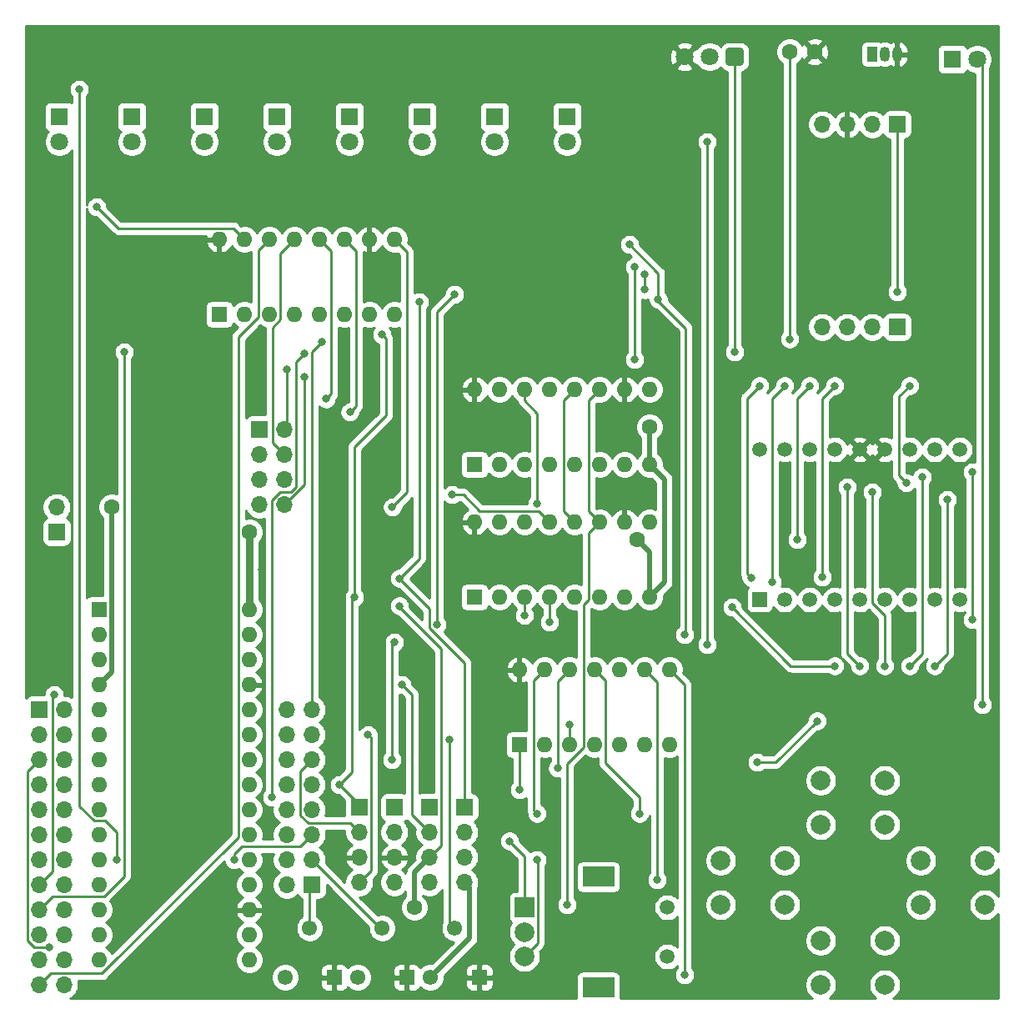
<source format=gbr>
G04 #@! TF.GenerationSoftware,KiCad,Pcbnew,(5.1.6)-1*
G04 #@! TF.CreationDate,2020-08-14T22:04:35-07:00*
G04 #@! TF.ProjectId,NanoDemo,4e616e6f-4465-46d6-9f2e-6b696361645f,rev?*
G04 #@! TF.SameCoordinates,Original*
G04 #@! TF.FileFunction,Copper,L2,Bot*
G04 #@! TF.FilePolarity,Positive*
%FSLAX46Y46*%
G04 Gerber Fmt 4.6, Leading zero omitted, Abs format (unit mm)*
G04 Created by KiCad (PCBNEW (5.1.6)-1) date 2020-08-14 22:04:35*
%MOMM*%
%LPD*%
G01*
G04 APERTURE LIST*
G04 #@! TA.AperFunction,ComponentPad*
%ADD10O,1.700000X1.700000*%
G04 #@! TD*
G04 #@! TA.AperFunction,ComponentPad*
%ADD11R,1.700000X1.700000*%
G04 #@! TD*
G04 #@! TA.AperFunction,ComponentPad*
%ADD12C,1.800000*%
G04 #@! TD*
G04 #@! TA.AperFunction,ComponentPad*
%ADD13O,1.600000X1.600000*%
G04 #@! TD*
G04 #@! TA.AperFunction,ComponentPad*
%ADD14R,1.600000X1.600000*%
G04 #@! TD*
G04 #@! TA.AperFunction,ComponentPad*
%ADD15R,1.050000X1.500000*%
G04 #@! TD*
G04 #@! TA.AperFunction,ComponentPad*
%ADD16O,1.050000X1.500000*%
G04 #@! TD*
G04 #@! TA.AperFunction,ComponentPad*
%ADD17C,2.000000*%
G04 #@! TD*
G04 #@! TA.AperFunction,ComponentPad*
%ADD18C,1.550000*%
G04 #@! TD*
G04 #@! TA.AperFunction,ComponentPad*
%ADD19R,1.550000X1.550000*%
G04 #@! TD*
G04 #@! TA.AperFunction,ComponentPad*
%ADD20R,2.000000X2.000000*%
G04 #@! TD*
G04 #@! TA.AperFunction,ComponentPad*
%ADD21R,3.200000X2.000000*%
G04 #@! TD*
G04 #@! TA.AperFunction,ComponentPad*
%ADD22C,1.500000*%
G04 #@! TD*
G04 #@! TA.AperFunction,ComponentPad*
%ADD23C,1.600000*%
G04 #@! TD*
G04 #@! TA.AperFunction,ComponentPad*
%ADD24R,1.500000X1.500000*%
G04 #@! TD*
G04 #@! TA.AperFunction,ComponentPad*
%ADD25R,1.800000X1.800000*%
G04 #@! TD*
G04 #@! TA.AperFunction,ViaPad*
%ADD26C,1.600000*%
G04 #@! TD*
G04 #@! TA.AperFunction,ViaPad*
%ADD27C,0.800000*%
G04 #@! TD*
G04 #@! TA.AperFunction,Conductor*
%ADD28C,0.750000*%
G04 #@! TD*
G04 #@! TA.AperFunction,Conductor*
%ADD29C,0.250000*%
G04 #@! TD*
G04 #@! TA.AperFunction,Conductor*
%ADD30C,0.500000*%
G04 #@! TD*
G04 #@! TA.AperFunction,Conductor*
%ADD31C,0.254000*%
G04 #@! TD*
G04 APERTURE END LIST*
D10*
G04 #@! TO.P,J9,8*
G04 #@! TO.N,7SEG2_OE*
X43180000Y-65786000D03*
G04 #@! TO.P,J9,7*
G04 #@! TO.N,GND*
X40640000Y-65786000D03*
G04 #@! TO.P,J9,6*
G04 #@! TO.N,7SEG1_OE*
X43180000Y-63246000D03*
G04 #@! TO.P,J9,5*
G04 #@! TO.N,GND*
X40640000Y-63246000D03*
G04 #@! TO.P,J9,4*
G04 #@! TO.N,LED_OE*
X43180000Y-60706000D03*
G04 #@! TO.P,J9,3*
G04 #@! TO.N,GND*
X40640000Y-60706000D03*
G04 #@! TO.P,J9,2*
G04 #@! TO.N,Accl_INT*
X43180000Y-58166000D03*
D11*
G04 #@! TO.P,J9,1*
G04 #@! TO.N,GND*
X40640000Y-58166000D03*
G04 #@! TD*
D10*
G04 #@! TO.P,J8 - OLED,4*
G04 #@! TO.N,GND*
X97790000Y-27178000D03*
G04 #@! TO.P,J8 - OLED,3*
G04 #@! TO.N,VCC*
X100330000Y-27178000D03*
G04 #@! TO.P,J8 - OLED,2*
G04 #@! TO.N,I2C_Clock*
X102870000Y-27178000D03*
D11*
G04 #@! TO.P,J8 - OLED,1*
G04 #@! TO.N,I2C_Data*
X105410000Y-27178000D03*
G04 #@! TD*
D10*
G04 #@! TO.P,Mech. Support,4*
G04 #@! TO.N,N/C*
X97790000Y-47752000D03*
G04 #@! TO.P,Mech. Support,3*
X100330000Y-47752000D03*
G04 #@! TO.P,Mech. Support,2*
X102870000Y-47752000D03*
D11*
G04 #@! TO.P,Mech. Support,1*
X105410000Y-47752000D03*
G04 #@! TD*
D10*
G04 #@! TO.P,J7,2*
G04 #@! TO.N,GND*
X20066000Y-66040000D03*
D11*
G04 #@! TO.P,J7,1*
G04 #@! TO.N,VIN*
X20066000Y-68580000D03*
G04 #@! TD*
D12*
G04 #@! TO.P,U8,3*
G04 #@! TO.N,VCC*
X83820000Y-20320000D03*
G04 #@! TO.P,U8,2*
G04 #@! TO.N,GND*
X86360000Y-20320000D03*
G04 #@! TO.P,U8,1*
G04 #@! TO.N,IR_Rx*
G04 #@! TA.AperFunction,ComponentPad*
G36*
G01*
X89800000Y-19670200D02*
X89800000Y-20969800D01*
G75*
G02*
X89549800Y-21220000I-250200J0D01*
G01*
X88250200Y-21220000D01*
G75*
G02*
X88000000Y-20969800I0J250200D01*
G01*
X88000000Y-19670200D01*
G75*
G02*
X88250200Y-19420000I250200J0D01*
G01*
X89549800Y-19420000D01*
G75*
G02*
X89800000Y-19670200I0J-250200D01*
G01*
G37*
G04 #@! TD.AperFunction*
G04 #@! TD*
D13*
G04 #@! TO.P,U4,16*
G04 #@! TO.N,VCC*
X62484000Y-54102000D03*
G04 #@! TO.P,U4,8*
G04 #@! TO.N,GND*
X80264000Y-61722000D03*
G04 #@! TO.P,U4,15*
G04 #@! TO.N,Net-(R37-Pad2)*
X65024000Y-54102000D03*
G04 #@! TO.P,U4,7*
G04 #@! TO.N,Net-(R44-Pad2)*
X77724000Y-61722000D03*
G04 #@! TO.P,U4,14*
G04 #@! TO.N,Net-(U3-Pad9)*
X67564000Y-54102000D03*
G04 #@! TO.P,U4,6*
G04 #@! TO.N,Net-(R43-Pad2)*
X75184000Y-61722000D03*
G04 #@! TO.P,U4,13*
G04 #@! TO.N,7SEG2_OE*
X70104000Y-54102000D03*
G04 #@! TO.P,U4,5*
G04 #@! TO.N,Net-(R42-Pad2)*
X72644000Y-61722000D03*
G04 #@! TO.P,U4,12*
G04 #@! TO.N,RCLK*
X72644000Y-54102000D03*
G04 #@! TO.P,U4,4*
G04 #@! TO.N,Net-(R41-Pad2)*
X70104000Y-61722000D03*
G04 #@! TO.P,U4,11*
G04 #@! TO.N,SRCLK*
X75184000Y-54102000D03*
G04 #@! TO.P,U4,3*
G04 #@! TO.N,Net-(R40-Pad2)*
X67564000Y-61722000D03*
G04 #@! TO.P,U4,10*
G04 #@! TO.N,VCC*
X77724000Y-54102000D03*
G04 #@! TO.P,U4,2*
G04 #@! TO.N,Net-(R39-Pad2)*
X65024000Y-61722000D03*
G04 #@! TO.P,U4,9*
G04 #@! TO.N,Net-(U4-Pad9)*
X80264000Y-54102000D03*
D14*
G04 #@! TO.P,U4,1*
G04 #@! TO.N,Net-(R38-Pad2)*
X62484000Y-61722000D03*
G04 #@! TD*
D13*
G04 #@! TO.P,U3,16*
G04 #@! TO.N,VCC*
X62484000Y-67564000D03*
G04 #@! TO.P,U3,8*
G04 #@! TO.N,GND*
X80264000Y-75184000D03*
G04 #@! TO.P,U3,15*
G04 #@! TO.N,Net-(R29-Pad2)*
X65024000Y-67564000D03*
G04 #@! TO.P,U3,7*
G04 #@! TO.N,Net-(R36-Pad2)*
X77724000Y-75184000D03*
G04 #@! TO.P,U3,14*
G04 #@! TO.N,7SegData*
X67564000Y-67564000D03*
G04 #@! TO.P,U3,6*
G04 #@! TO.N,Net-(R35-Pad2)*
X75184000Y-75184000D03*
G04 #@! TO.P,U3,13*
G04 #@! TO.N,7SEG1_OE*
X70104000Y-67564000D03*
G04 #@! TO.P,U3,5*
G04 #@! TO.N,Net-(R34-Pad2)*
X72644000Y-75184000D03*
G04 #@! TO.P,U3,12*
G04 #@! TO.N,RCLK*
X72644000Y-67564000D03*
G04 #@! TO.P,U3,4*
G04 #@! TO.N,Net-(R33-Pad2)*
X70104000Y-75184000D03*
G04 #@! TO.P,U3,11*
G04 #@! TO.N,SRCLK*
X75184000Y-67564000D03*
G04 #@! TO.P,U3,3*
G04 #@! TO.N,Net-(R32-Pad2)*
X67564000Y-75184000D03*
G04 #@! TO.P,U3,10*
G04 #@! TO.N,VCC*
X77724000Y-67564000D03*
G04 #@! TO.P,U3,2*
G04 #@! TO.N,Net-(R31-Pad2)*
X65024000Y-75184000D03*
G04 #@! TO.P,U3,9*
G04 #@! TO.N,Net-(U3-Pad9)*
X80264000Y-67564000D03*
D14*
G04 #@! TO.P,U3,1*
G04 #@! TO.N,Net-(R30-Pad2)*
X62484000Y-75184000D03*
G04 #@! TD*
D13*
G04 #@! TO.P,U2,16*
G04 #@! TO.N,VCC*
X36576000Y-38862000D03*
G04 #@! TO.P,U2,8*
G04 #@! TO.N,GND*
X54356000Y-46482000D03*
G04 #@! TO.P,U2,15*
G04 #@! TO.N,Net-(R21-Pad2)*
X39116000Y-38862000D03*
G04 #@! TO.P,U2,7*
G04 #@! TO.N,Net-(R28-Pad2)*
X51816000Y-46482000D03*
G04 #@! TO.P,U2,14*
G04 #@! TO.N,SerialData*
X41656000Y-38862000D03*
G04 #@! TO.P,U2,6*
G04 #@! TO.N,Net-(R27-Pad2)*
X49276000Y-46482000D03*
G04 #@! TO.P,U2,13*
G04 #@! TO.N,LED_OE*
X44196000Y-38862000D03*
G04 #@! TO.P,U2,5*
G04 #@! TO.N,Net-(R26-Pad2)*
X46736000Y-46482000D03*
G04 #@! TO.P,U2,12*
G04 #@! TO.N,RCLK*
X46736000Y-38862000D03*
G04 #@! TO.P,U2,4*
G04 #@! TO.N,Net-(R25-Pad2)*
X44196000Y-46482000D03*
G04 #@! TO.P,U2,11*
G04 #@! TO.N,SRCLK*
X49276000Y-38862000D03*
G04 #@! TO.P,U2,3*
G04 #@! TO.N,Net-(R24-Pad2)*
X41656000Y-46482000D03*
G04 #@! TO.P,U2,10*
G04 #@! TO.N,VCC*
X51816000Y-38862000D03*
G04 #@! TO.P,U2,2*
G04 #@! TO.N,Net-(R23-Pad2)*
X39116000Y-46482000D03*
G04 #@! TO.P,U2,9*
G04 #@! TO.N,7SegData*
X54356000Y-38862000D03*
D14*
G04 #@! TO.P,U2,1*
G04 #@! TO.N,Net-(R22-Pad2)*
X36576000Y-46482000D03*
G04 #@! TD*
D15*
G04 #@! TO.P,U6,1*
G04 #@! TO.N,GND*
X102870000Y-20066000D03*
D16*
G04 #@! TO.P,U6,3*
G04 #@! TO.N,VCC*
X105410000Y-20066000D03*
G04 #@! TO.P,U6,2*
G04 #@! TO.N,TempSense*
X104140000Y-20066000D03*
G04 #@! TD*
D13*
G04 #@! TO.P,U5,14*
G04 #@! TO.N,VCC*
X67056000Y-82550000D03*
G04 #@! TO.P,U5,7*
G04 #@! TO.N,GND*
X82296000Y-90170000D03*
G04 #@! TO.P,U5,13*
G04 #@! TO.N,Net-(C8-Pad1)*
X69596000Y-82550000D03*
G04 #@! TO.P,U5,6*
G04 #@! TO.N,Up_SW*
X79756000Y-90170000D03*
G04 #@! TO.P,U5,12*
G04 #@! TO.N,Enc_B*
X72136000Y-82550000D03*
G04 #@! TO.P,U5,5*
G04 #@! TO.N,Net-(C3-Pad1)*
X77216000Y-90170000D03*
G04 #@! TO.P,U5,11*
G04 #@! TO.N,Net-(C7-Pad2)*
X74676000Y-82550000D03*
G04 #@! TO.P,U5,4*
G04 #@! TO.N,Right_SW*
X74676000Y-90170000D03*
G04 #@! TO.P,U5,10*
G04 #@! TO.N,Enc_A*
X77216000Y-82550000D03*
G04 #@! TO.P,U5,3*
G04 #@! TO.N,Net-(C4-Pad1)*
X72136000Y-90170000D03*
G04 #@! TO.P,U5,9*
G04 #@! TO.N,Net-(C5-Pad1)*
X79756000Y-82550000D03*
G04 #@! TO.P,U5,2*
G04 #@! TO.N,Left_SW*
X69596000Y-90170000D03*
G04 #@! TO.P,U5,8*
G04 #@! TO.N,Down_SW*
X82296000Y-82550000D03*
D14*
G04 #@! TO.P,U5,1*
G04 #@! TO.N,Net-(C2-Pad1)*
X67056000Y-90170000D03*
G04 #@! TD*
D17*
G04 #@! TO.P,SW4,1*
G04 #@! TO.N,GND*
X97640000Y-114554000D03*
G04 #@! TO.P,SW4,2*
G04 #@! TO.N,Net-(R8-Pad2)*
X97640000Y-110054000D03*
G04 #@! TO.P,SW4,1*
G04 #@! TO.N,GND*
X104140000Y-114554000D03*
G04 #@! TO.P,SW4,2*
G04 #@! TO.N,Net-(R8-Pad2)*
X104140000Y-110054000D03*
G04 #@! TD*
G04 #@! TO.P,SW3,1*
G04 #@! TO.N,GND*
X97640000Y-98298000D03*
G04 #@! TO.P,SW3,2*
G04 #@! TO.N,Net-(R4-Pad2)*
X97640000Y-93798000D03*
G04 #@! TO.P,SW3,1*
G04 #@! TO.N,GND*
X104140000Y-98298000D03*
G04 #@! TO.P,SW3,2*
G04 #@! TO.N,Net-(R4-Pad2)*
X104140000Y-93798000D03*
G04 #@! TD*
G04 #@! TO.P,SW2,1*
G04 #@! TO.N,GND*
X107800000Y-106426000D03*
G04 #@! TO.P,SW2,2*
G04 #@! TO.N,Net-(R6-Pad2)*
X107800000Y-101926000D03*
G04 #@! TO.P,SW2,1*
G04 #@! TO.N,GND*
X114300000Y-106426000D03*
G04 #@! TO.P,SW2,2*
G04 #@! TO.N,Net-(R6-Pad2)*
X114300000Y-101926000D03*
G04 #@! TD*
G04 #@! TO.P,SW1,1*
G04 #@! TO.N,GND*
X87480000Y-106426000D03*
G04 #@! TO.P,SW1,2*
G04 #@! TO.N,Net-(R2-Pad2)*
X87480000Y-101926000D03*
G04 #@! TO.P,SW1,1*
G04 #@! TO.N,GND*
X93980000Y-106426000D03*
G04 #@! TO.P,SW1,2*
G04 #@! TO.N,Net-(R2-Pad2)*
X93980000Y-101926000D03*
G04 #@! TD*
D18*
G04 #@! TO.P,RV3,2*
G04 #@! TO.N,POT_3*
X60492000Y-108792000D03*
D19*
G04 #@! TO.P,RV3,1*
G04 #@! TO.N,VCC*
X62992000Y-113792000D03*
D18*
G04 #@! TO.P,RV3,3*
G04 #@! TO.N,GND*
X57992000Y-113792000D03*
G04 #@! TD*
G04 #@! TO.P,RV2,2*
G04 #@! TO.N,POT_2*
X53126000Y-108792000D03*
D19*
G04 #@! TO.P,RV2,1*
G04 #@! TO.N,VCC*
X55626000Y-113792000D03*
D18*
G04 #@! TO.P,RV2,3*
G04 #@! TO.N,GND*
X50626000Y-113792000D03*
G04 #@! TD*
G04 #@! TO.P,RV1,2*
G04 #@! TO.N,POT_1*
X45760000Y-108792000D03*
D19*
G04 #@! TO.P,RV1,1*
G04 #@! TO.N,VCC*
X48260000Y-113792000D03*
D18*
G04 #@! TO.P,RV1,3*
G04 #@! TO.N,GND*
X43260000Y-113792000D03*
G04 #@! TD*
D20*
G04 #@! TO.P,Rot_Enc1,A*
G04 #@! TO.N,Net-(R14-Pad1)*
X67564000Y-106680000D03*
D17*
G04 #@! TO.P,Rot_Enc1,C*
G04 #@! TO.N,GND*
X67564000Y-109180000D03*
G04 #@! TO.P,Rot_Enc1,B*
G04 #@! TO.N,Net-(R12-Pad2)*
X67564000Y-111680000D03*
D21*
G04 #@! TO.P,Rot_Enc1,MP*
G04 #@! TO.N,N/C*
X75064000Y-103580000D03*
X75064000Y-114780000D03*
D22*
G04 #@! TO.P,Rot_Enc1,S1*
G04 #@! TO.N,GND*
X82064000Y-106680000D03*
G04 #@! TO.P,Rot_Enc1,S2*
G04 #@! TO.N,Net-(R10-Pad1)*
X82064000Y-111680000D03*
G04 #@! TD*
D23*
G04 #@! TO.P,R47,2*
G04 #@! TO.N,VCC*
X97028000Y-19812000D03*
G04 #@! TO.P,R47,1*
G04 #@! TO.N,Photo*
X94488000Y-19812000D03*
G04 #@! TD*
D10*
G04 #@! TO.P,J2,16*
G04 #@! TO.N,Net-(A1-Pad26)*
X43434000Y-86614000D03*
G04 #@! TO.P,J2,15*
G04 #@! TO.N,Photo*
X45974000Y-86614000D03*
G04 #@! TO.P,J2,14*
G04 #@! TO.N,Net-(A1-Pad25)*
X43434000Y-89154000D03*
G04 #@! TO.P,J2,13*
G04 #@! TO.N,POT_3*
X45974000Y-89154000D03*
G04 #@! TO.P,J2,12*
G04 #@! TO.N,Net-(A1-Pad24)*
X43434000Y-91694000D03*
G04 #@! TO.P,J2,11*
G04 #@! TO.N,I2C_Clock*
X45974000Y-91694000D03*
G04 #@! TO.P,J2,10*
G04 #@! TO.N,Net-(A1-Pad23)*
X43434000Y-94234000D03*
G04 #@! TO.P,J2,9*
G04 #@! TO.N,I2C_Data*
X45974000Y-94234000D03*
G04 #@! TO.P,J2,8*
G04 #@! TO.N,Net-(A1-Pad22)*
X43434000Y-96774000D03*
G04 #@! TO.P,J2,7*
G04 #@! TO.N,IR_Rx*
X45974000Y-96774000D03*
G04 #@! TO.P,J2,6*
G04 #@! TO.N,Net-(A1-Pad21)*
X43434000Y-99314000D03*
G04 #@! TO.P,J2,5*
G04 #@! TO.N,TempSense*
X45974000Y-99314000D03*
G04 #@! TO.P,J2,4*
G04 #@! TO.N,Net-(A1-Pad20)*
X43434000Y-101854000D03*
G04 #@! TO.P,J2,3*
G04 #@! TO.N,POT_2*
X45974000Y-101854000D03*
G04 #@! TO.P,J2,2*
G04 #@! TO.N,Net-(A1-Pad19)*
X43434000Y-104394000D03*
D11*
G04 #@! TO.P,J2,1*
G04 #@! TO.N,POT_1*
X45974000Y-104394000D03*
G04 #@! TD*
D10*
G04 #@! TO.P,J1,24*
G04 #@! TO.N,Net-(A1-Pad16)*
X20828000Y-114554000D03*
G04 #@! TO.P,J1,23*
G04 #@! TO.N,SerialData*
X18288000Y-114554000D03*
G04 #@! TO.P,J1,22*
G04 #@! TO.N,Net-(A1-Pad15)*
X20828000Y-112014000D03*
G04 #@! TO.P,J1,21*
G04 #@! TO.N,RGB_LED*
X18288000Y-112014000D03*
G04 #@! TO.P,J1,20*
G04 #@! TO.N,Net-(A1-Pad14)*
X20828000Y-109474000D03*
G04 #@! TO.P,J1,19*
G04 #@! TO.N,SRCLK*
X18288000Y-109474000D03*
G04 #@! TO.P,J1,18*
G04 #@! TO.N,Net-(A1-Pad13)*
X20828000Y-106934000D03*
G04 #@! TO.P,J1,17*
G04 #@! TO.N,RCLK*
X18288000Y-106934000D03*
G04 #@! TO.P,J1,16*
G04 #@! TO.N,Net-(A1-Pad12)*
X20828000Y-104394000D03*
G04 #@! TO.P,J1,15*
G04 #@! TO.N,IR_Tx*
X18288000Y-104394000D03*
G04 #@! TO.P,J1,14*
G04 #@! TO.N,Net-(A1-Pad11)*
X20828000Y-101854000D03*
G04 #@! TO.P,J1,13*
G04 #@! TO.N,Enc_SW*
X18288000Y-101854000D03*
G04 #@! TO.P,J1,12*
G04 #@! TO.N,Net-(A1-Pad10)*
X20828000Y-99314000D03*
G04 #@! TO.P,J1,11*
G04 #@! TO.N,Enc_B*
X18288000Y-99314000D03*
G04 #@! TO.P,J1,10*
G04 #@! TO.N,Net-(A1-Pad9)*
X20828000Y-96774000D03*
G04 #@! TO.P,J1,9*
G04 #@! TO.N,Right_SW*
X18288000Y-96774000D03*
G04 #@! TO.P,J1,8*
G04 #@! TO.N,Net-(A1-Pad8)*
X20828000Y-94234000D03*
G04 #@! TO.P,J1,7*
G04 #@! TO.N,Left_SW*
X18288000Y-94234000D03*
G04 #@! TO.P,J1,6*
G04 #@! TO.N,Net-(A1-Pad7)*
X20828000Y-91694000D03*
G04 #@! TO.P,J1,5*
G04 #@! TO.N,Down_SW*
X18288000Y-91694000D03*
G04 #@! TO.P,J1,4*
G04 #@! TO.N,Net-(A1-Pad6)*
X20828000Y-89154000D03*
G04 #@! TO.P,J1,3*
G04 #@! TO.N,Up_SW*
X18288000Y-89154000D03*
G04 #@! TO.P,J1,2*
G04 #@! TO.N,Net-(A1-Pad5)*
X20828000Y-86614000D03*
D11*
G04 #@! TO.P,J1,1*
G04 #@! TO.N,Enc_A*
X18288000Y-86614000D03*
G04 #@! TD*
D10*
G04 #@! TO.P,J6,4*
G04 #@! TO.N,GND*
X61468000Y-104140000D03*
G04 #@! TO.P,J6,3*
G04 #@! TO.N,3.3V*
X61468000Y-101600000D03*
G04 #@! TO.P,J6,2*
G04 #@! TO.N,I2C_Clock_3.3V*
X61468000Y-99060000D03*
D11*
G04 #@! TO.P,J6,1*
G04 #@! TO.N,I2C_Data_3.3V*
X61468000Y-96520000D03*
G04 #@! TD*
D10*
G04 #@! TO.P,J5,4*
G04 #@! TO.N,GND*
X57912000Y-104140000D03*
G04 #@! TO.P,J5,3*
G04 #@! TO.N,3.3V*
X57912000Y-101600000D03*
G04 #@! TO.P,J5,2*
G04 #@! TO.N,I2C_Clock_3.3V*
X57912000Y-99060000D03*
D11*
G04 #@! TO.P,J5,1*
G04 #@! TO.N,I2C_Data_3.3V*
X57912000Y-96520000D03*
G04 #@! TD*
D10*
G04 #@! TO.P,J4,4*
G04 #@! TO.N,GND*
X54356000Y-104140000D03*
G04 #@! TO.P,J4,3*
G04 #@! TO.N,VCC*
X54356000Y-101600000D03*
G04 #@! TO.P,J4,2*
G04 #@! TO.N,I2C_Clock*
X54356000Y-99060000D03*
D11*
G04 #@! TO.P,J4,1*
G04 #@! TO.N,I2C_Data*
X54356000Y-96520000D03*
G04 #@! TD*
D10*
G04 #@! TO.P,J3,4*
G04 #@! TO.N,GND*
X50800000Y-104140000D03*
G04 #@! TO.P,J3,3*
G04 #@! TO.N,VCC*
X50800000Y-101600000D03*
G04 #@! TO.P,J3,2*
G04 #@! TO.N,I2C_Clock*
X50800000Y-99060000D03*
D11*
G04 #@! TO.P,J3,1*
G04 #@! TO.N,I2C_Data*
X50800000Y-96520000D03*
G04 #@! TD*
D22*
G04 #@! TO.P,DS1,18*
G04 #@! TO.N,1F*
X91440000Y-60198000D03*
G04 #@! TO.P,DS1,17*
G04 #@! TO.N,1G*
X93980000Y-60198000D03*
G04 #@! TO.P,DS1,16*
G04 #@! TO.N,1A*
X96520000Y-60198000D03*
G04 #@! TO.P,DS1,15*
G04 #@! TO.N,1B*
X99060000Y-60198000D03*
G04 #@! TO.P,DS1,14*
G04 #@! TO.N,VCC*
X101600000Y-60198000D03*
G04 #@! TO.P,DS1,13*
X104140000Y-60198000D03*
G04 #@! TO.P,DS1,12*
G04 #@! TO.N,2F*
X106680000Y-60198000D03*
G04 #@! TO.P,DS1,11*
G04 #@! TO.N,2A*
X109220000Y-60198000D03*
G04 #@! TO.P,DS1,10*
G04 #@! TO.N,2B*
X111760000Y-60198000D03*
G04 #@! TO.P,DS1,9*
G04 #@! TO.N,2H*
X111760000Y-75438000D03*
G04 #@! TO.P,DS1,8*
G04 #@! TO.N,2C*
X109220000Y-75438000D03*
G04 #@! TO.P,DS1,7*
G04 #@! TO.N,2G*
X106680000Y-75438000D03*
G04 #@! TO.P,DS1,6*
G04 #@! TO.N,2D*
X104140000Y-75438000D03*
G04 #@! TO.P,DS1,5*
G04 #@! TO.N,2E*
X101600000Y-75438000D03*
G04 #@! TO.P,DS1,4*
G04 #@! TO.N,1H*
X99060000Y-75438000D03*
G04 #@! TO.P,DS1,3*
G04 #@! TO.N,1C*
X96520000Y-75438000D03*
G04 #@! TO.P,DS1,2*
G04 #@! TO.N,1D*
X93980000Y-75438000D03*
D24*
G04 #@! TO.P,DS1,1*
G04 #@! TO.N,1E*
X91440000Y-75438000D03*
G04 #@! TD*
D25*
G04 #@! TO.P,D17,1*
G04 #@! TO.N,GND*
X110998000Y-20574000D03*
D12*
G04 #@! TO.P,D17,2*
G04 #@! TO.N,Net-(D17-Pad2)*
X113538000Y-20574000D03*
G04 #@! TD*
G04 #@! TO.P,D16,2*
G04 #@! TO.N,Net-(D16-Pad2)*
X71882000Y-28956000D03*
D25*
G04 #@! TO.P,D16,1*
G04 #@! TO.N,GND*
X71882000Y-26416000D03*
G04 #@! TD*
D12*
G04 #@! TO.P,D15,2*
G04 #@! TO.N,Net-(D15-Pad2)*
X64516000Y-28956000D03*
D25*
G04 #@! TO.P,D15,1*
G04 #@! TO.N,GND*
X64516000Y-26416000D03*
G04 #@! TD*
D12*
G04 #@! TO.P,D14,2*
G04 #@! TO.N,Net-(D14-Pad2)*
X57150000Y-28956000D03*
D25*
G04 #@! TO.P,D14,1*
G04 #@! TO.N,GND*
X57150000Y-26416000D03*
G04 #@! TD*
D12*
G04 #@! TO.P,D13,2*
G04 #@! TO.N,Net-(D13-Pad2)*
X49784000Y-28956000D03*
D25*
G04 #@! TO.P,D13,1*
G04 #@! TO.N,GND*
X49784000Y-26416000D03*
G04 #@! TD*
D12*
G04 #@! TO.P,D12,2*
G04 #@! TO.N,Net-(D12-Pad2)*
X42418000Y-28956000D03*
D25*
G04 #@! TO.P,D12,1*
G04 #@! TO.N,GND*
X42418000Y-26416000D03*
G04 #@! TD*
D12*
G04 #@! TO.P,D11,2*
G04 #@! TO.N,Net-(D11-Pad2)*
X35052000Y-28956000D03*
D25*
G04 #@! TO.P,D11,1*
G04 #@! TO.N,GND*
X35052000Y-26416000D03*
G04 #@! TD*
D12*
G04 #@! TO.P,D10,2*
G04 #@! TO.N,Net-(D10-Pad2)*
X27686000Y-28956000D03*
D25*
G04 #@! TO.P,D10,1*
G04 #@! TO.N,GND*
X27686000Y-26416000D03*
G04 #@! TD*
D12*
G04 #@! TO.P,D9,2*
G04 #@! TO.N,Net-(D9-Pad2)*
X20320000Y-28956000D03*
D25*
G04 #@! TO.P,D9,1*
G04 #@! TO.N,GND*
X20320000Y-26416000D03*
G04 #@! TD*
D13*
G04 #@! TO.P,A1,16*
G04 #@! TO.N,Net-(A1-Pad16)*
X39624000Y-112014000D03*
G04 #@! TO.P,A1,15*
G04 #@! TO.N,Net-(A1-Pad15)*
X24384000Y-112014000D03*
G04 #@! TO.P,A1,30*
G04 #@! TO.N,VIN*
X39624000Y-76454000D03*
G04 #@! TO.P,A1,14*
G04 #@! TO.N,Net-(A1-Pad14)*
X24384000Y-109474000D03*
G04 #@! TO.P,A1,29*
G04 #@! TO.N,GND*
X39624000Y-78994000D03*
G04 #@! TO.P,A1,13*
G04 #@! TO.N,Net-(A1-Pad13)*
X24384000Y-106934000D03*
G04 #@! TO.P,A1,28*
G04 #@! TO.N,Net-(A1-Pad28)*
X39624000Y-81534000D03*
G04 #@! TO.P,A1,12*
G04 #@! TO.N,Net-(A1-Pad12)*
X24384000Y-104394000D03*
G04 #@! TO.P,A1,27*
G04 #@! TO.N,VCC*
X39624000Y-84074000D03*
G04 #@! TO.P,A1,11*
G04 #@! TO.N,Net-(A1-Pad11)*
X24384000Y-101854000D03*
G04 #@! TO.P,A1,26*
G04 #@! TO.N,Net-(A1-Pad26)*
X39624000Y-86614000D03*
G04 #@! TO.P,A1,10*
G04 #@! TO.N,Net-(A1-Pad10)*
X24384000Y-99314000D03*
G04 #@! TO.P,A1,25*
G04 #@! TO.N,Net-(A1-Pad25)*
X39624000Y-89154000D03*
G04 #@! TO.P,A1,9*
G04 #@! TO.N,Net-(A1-Pad9)*
X24384000Y-96774000D03*
G04 #@! TO.P,A1,24*
G04 #@! TO.N,Net-(A1-Pad24)*
X39624000Y-91694000D03*
G04 #@! TO.P,A1,8*
G04 #@! TO.N,Net-(A1-Pad8)*
X24384000Y-94234000D03*
G04 #@! TO.P,A1,23*
G04 #@! TO.N,Net-(A1-Pad23)*
X39624000Y-94234000D03*
G04 #@! TO.P,A1,7*
G04 #@! TO.N,Net-(A1-Pad7)*
X24384000Y-91694000D03*
G04 #@! TO.P,A1,22*
G04 #@! TO.N,Net-(A1-Pad22)*
X39624000Y-96774000D03*
G04 #@! TO.P,A1,6*
G04 #@! TO.N,Net-(A1-Pad6)*
X24384000Y-89154000D03*
G04 #@! TO.P,A1,21*
G04 #@! TO.N,Net-(A1-Pad21)*
X39624000Y-99314000D03*
G04 #@! TO.P,A1,5*
G04 #@! TO.N,Net-(A1-Pad5)*
X24384000Y-86614000D03*
G04 #@! TO.P,A1,20*
G04 #@! TO.N,Net-(A1-Pad20)*
X39624000Y-101854000D03*
G04 #@! TO.P,A1,4*
G04 #@! TO.N,GND*
X24384000Y-84074000D03*
G04 #@! TO.P,A1,19*
G04 #@! TO.N,Net-(A1-Pad19)*
X39624000Y-104394000D03*
G04 #@! TO.P,A1,3*
G04 #@! TO.N,Net-(A1-Pad3)*
X24384000Y-81534000D03*
G04 #@! TO.P,A1,18*
G04 #@! TO.N,VCC*
X39624000Y-106934000D03*
G04 #@! TO.P,A1,2*
G04 #@! TO.N,Net-(A1-Pad2)*
X24384000Y-78994000D03*
G04 #@! TO.P,A1,17*
G04 #@! TO.N,3.3V*
X39624000Y-109474000D03*
D14*
G04 #@! TO.P,A1,1*
G04 #@! TO.N,Net-(A1-Pad1)*
X24384000Y-76454000D03*
G04 #@! TD*
D26*
G04 #@! TO.N,VIN*
X39624000Y-68580000D03*
G04 #@! TO.N,GND*
X80264000Y-57912000D03*
X78994000Y-69342000D03*
X25654000Y-66040000D03*
D27*
X51692000Y-89154000D03*
X79756000Y-42418000D03*
X79769328Y-43961491D03*
G04 #@! TO.N,VCC*
X47498000Y-72390000D03*
D26*
X20320000Y-40132000D03*
X24638000Y-40132000D03*
D27*
X22860000Y-21336000D03*
X30734000Y-21336000D03*
X38608000Y-21336000D03*
X46482000Y-21336000D03*
X54356000Y-21336000D03*
X62230000Y-21336000D03*
X70104000Y-21336000D03*
X81280000Y-25400000D03*
X77978000Y-21336000D03*
X76454000Y-97028000D03*
X66040000Y-97028000D03*
X92202000Y-114046000D03*
X104394000Y-103886000D03*
X94234000Y-95758000D03*
X104394000Y-87630000D03*
X114554000Y-95758000D03*
D26*
X64770000Y-64516000D03*
D27*
X52324000Y-67564000D03*
X39624000Y-52070000D03*
X37084000Y-52070000D03*
X40894000Y-72390000D03*
G04 #@! TO.N,Net-(C3-Pad1)*
X91186000Y-91948000D03*
X97282000Y-87754000D03*
G04 #@! TO.N,Net-(C4-Pad1)*
X72136000Y-88138000D03*
G04 #@! TO.N,Net-(C5-Pad1)*
X81026000Y-103886000D03*
G04 #@! TO.N,Net-(C8-Pad1)*
X68834000Y-97152000D03*
G04 #@! TO.N,Net-(D17-Pad2)*
X114046000Y-86106000D03*
G04 #@! TO.N,I2C_Clock*
X54102000Y-91694000D03*
X54340000Y-79756000D03*
X86106000Y-80010000D03*
X86106000Y-28956000D03*
G04 #@! TO.N,I2C_Data*
X48768000Y-94234000D03*
X50308000Y-75184000D03*
X53086000Y-48514000D03*
X105410000Y-44196000D03*
G04 #@! TO.N,SRCLK*
X71882000Y-106426000D03*
X49836460Y-56402022D03*
G04 #@! TO.N,RCLK*
X26924000Y-50292000D03*
X47431613Y-55060933D03*
G04 #@! TO.N,TempSense*
X22352000Y-23622000D03*
X26162000Y-101854000D03*
X38100000Y-101854000D03*
G04 #@! TO.N,Enc_B*
X70915984Y-92550979D03*
G04 #@! TO.N,Down_SW*
X19304000Y-110744000D03*
X83820000Y-113538000D03*
G04 #@! TO.N,IR_Rx*
X88900000Y-50292000D03*
X41910000Y-95504000D03*
X45248990Y-50435323D03*
G04 #@! TO.N,IR_Tx*
X19812000Y-85090000D03*
G04 #@! TO.N,Photo*
X94488000Y-48985010D03*
X46990000Y-49276000D03*
G04 #@! TO.N,POT_3*
X59944000Y-89662000D03*
G04 #@! TO.N,Net-(R12-Pad2)*
X68834000Y-101854000D03*
G04 #@! TO.N,Net-(R21-Pad2)*
X24130000Y-35560000D03*
G04 #@! TO.N,Net-(R29-Pad2)*
X95250000Y-69342000D03*
X96520000Y-53718000D03*
G04 #@! TO.N,Net-(R30-Pad2)*
X97790000Y-73152000D03*
X99060000Y-53718000D03*
G04 #@! TO.N,Net-(R33-Pad2)*
X70104000Y-77724000D03*
G04 #@! TO.N,Net-(R34-Pad2)*
X91440000Y-53718000D03*
X90562053Y-73205625D03*
G04 #@! TO.N,Net-(R35-Pad2)*
X92710000Y-73660000D03*
X93980000Y-53718000D03*
G04 #@! TO.N,Net-(R36-Pad2)*
X88646000Y-76200000D03*
X99060000Y-82172000D03*
G04 #@! TO.N,Net-(R39-Pad2)*
X110490000Y-65278000D03*
X109220000Y-82172000D03*
G04 #@! TO.N,Net-(R40-Pad2)*
X102870000Y-64516000D03*
X104140000Y-82172000D03*
G04 #@! TO.N,Net-(R41-Pad2)*
X101600000Y-82172000D03*
X100330000Y-64022022D03*
G04 #@! TO.N,7SegData*
X54138990Y-66040000D03*
D26*
G04 #@! TO.N,3.3V*
X56388000Y-106680000D03*
D27*
X54864000Y-76076000D03*
X83820000Y-78994000D03*
X81150000Y-44958000D03*
X78232000Y-39370000D03*
G04 #@! TO.N,I2C_Clock_3.3V*
X55118000Y-84074000D03*
X58674000Y-77978000D03*
X60464000Y-44438000D03*
G04 #@! TO.N,I2C_Data_3.3V*
X54864000Y-73276000D03*
X56896000Y-45212000D03*
G04 #@! TO.N,Accl_INT*
X43434000Y-52070000D03*
X78740000Y-51054000D03*
X78740000Y-41656000D03*
G04 #@! TO.N,Net-(C2-Pad1)*
X67056000Y-94742000D03*
G04 #@! TO.N,Net-(R14-Pad1)*
X66040000Y-99952000D03*
G04 #@! TO.N,Net-(R32-Pad2)*
X67564000Y-77034011D03*
G04 #@! TO.N,Net-(R42-Pad2)*
X106680000Y-53718000D03*
X106321184Y-63572011D03*
G04 #@! TO.N,Net-(R43-Pad2)*
X107950000Y-62992000D03*
X106680000Y-82172000D03*
G04 #@! TO.N,Net-(R44-Pad2)*
X113030000Y-62484000D03*
X113030000Y-77470000D03*
G04 #@! TO.N,Net-(U3-Pad9)*
X68843643Y-65713989D03*
G04 #@! TO.N,Net-(C7-Pad2)*
X79248000Y-97152000D03*
G04 #@! TO.N,7SEG2_OE*
X45248990Y-52832000D03*
G04 #@! TO.N,7SEG1_OE*
X60198000Y-64770000D03*
G04 #@! TD*
D28*
G04 #@! TO.N,VIN*
X39624000Y-68580000D02*
X39624000Y-68580000D01*
X39624000Y-76454000D02*
X39624000Y-68580000D01*
D29*
G04 #@! TO.N,GND*
X50800000Y-104140000D02*
X51975001Y-102964999D01*
D30*
X80264000Y-57912000D02*
X80264000Y-61722000D01*
X80264000Y-61722000D02*
X81788000Y-63246000D01*
X81788000Y-73660000D02*
X80264000Y-75184000D01*
X81788000Y-63246000D02*
X81788000Y-73660000D01*
X80264000Y-75184000D02*
X80264000Y-70612000D01*
X80264000Y-70612000D02*
X78994000Y-69342000D01*
X25634001Y-66059999D02*
X25654000Y-66040000D01*
X24384000Y-84074000D02*
X25634001Y-82823999D01*
X25634001Y-82823999D02*
X25634001Y-66059999D01*
D29*
X51975001Y-89437001D02*
X51692000Y-89154000D01*
X51975001Y-89437001D02*
X51975001Y-102964999D01*
D30*
X57992000Y-113792000D02*
X61976000Y-109808000D01*
X61976000Y-104648000D02*
X61468000Y-104140000D01*
X61976000Y-109808000D02*
X61976000Y-104648000D01*
D29*
X79756000Y-43948163D02*
X79769328Y-43961491D01*
X79756000Y-42418000D02*
X79756000Y-43948163D01*
G04 #@! TO.N,Net-(C3-Pad1)*
X91186000Y-91948000D02*
X93088000Y-91948000D01*
X93088000Y-91948000D02*
X97282000Y-87754000D01*
G04 #@! TO.N,Net-(C4-Pad1)*
X72136000Y-90170000D02*
X72136000Y-88138000D01*
G04 #@! TO.N,Net-(C5-Pad1)*
X79756000Y-82550000D02*
X81026000Y-83820000D01*
X81026000Y-83820000D02*
X81026000Y-103886000D01*
G04 #@! TO.N,Net-(C8-Pad1)*
X68470999Y-96788999D02*
X68834000Y-97152000D01*
X68470999Y-83675001D02*
X68470999Y-96788999D01*
X69596000Y-82550000D02*
X68470999Y-83675001D01*
G04 #@! TO.N,Net-(D17-Pad2)*
X114046000Y-21082000D02*
X113538000Y-20574000D01*
X114046000Y-86106000D02*
X114046000Y-21082000D01*
G04 #@! TO.N,I2C_Clock*
X49878999Y-98138999D02*
X50800000Y-99060000D01*
X45599997Y-98138999D02*
X49878999Y-98138999D01*
X44798999Y-97338001D02*
X45599997Y-98138999D01*
X44798999Y-92869001D02*
X44798999Y-97338001D01*
X45974000Y-91694000D02*
X44798999Y-92869001D01*
X54102000Y-91694000D02*
X54102000Y-79994000D01*
X54102000Y-79994000D02*
X54340000Y-79756000D01*
X86106000Y-80010000D02*
X86106000Y-28956000D01*
G04 #@! TO.N,I2C_Data*
X50800000Y-96266000D02*
X50800000Y-96520000D01*
X48768000Y-94234000D02*
X50800000Y-96266000D01*
X48768000Y-94234000D02*
X50038000Y-92964000D01*
X50038000Y-92964000D02*
X50038000Y-75454000D01*
X50038000Y-75454000D02*
X50308000Y-75184000D01*
X105410000Y-44196000D02*
X105410000Y-27051000D01*
X53485999Y-56750001D02*
X53485999Y-48913999D01*
X50308000Y-59928000D02*
X53485999Y-56750001D01*
X50308000Y-75184000D02*
X50308000Y-59928000D01*
X53485999Y-48913999D02*
X53086000Y-48514000D01*
G04 #@! TO.N,SerialData*
X38498999Y-48764003D02*
X40530999Y-46732003D01*
X38498999Y-99564003D02*
X38498999Y-48764003D01*
X24684003Y-113378999D02*
X38498999Y-99564003D01*
X40530999Y-46732003D02*
X40530999Y-39987001D01*
X19463001Y-113378999D02*
X24684003Y-113378999D01*
X40530999Y-39987001D02*
X41656000Y-38862000D01*
X18288000Y-114554000D02*
X19463001Y-113378999D01*
G04 #@! TO.N,SRCLK*
X74058999Y-68689001D02*
X75184000Y-67564000D01*
X74058999Y-75434003D02*
X74058999Y-68689001D01*
X73550999Y-75942003D02*
X74058999Y-75434003D01*
X73550999Y-90420003D02*
X73550999Y-75942003D01*
X71882000Y-92089002D02*
X73550999Y-90420003D01*
X71882000Y-106426000D02*
X71882000Y-92089002D01*
X74058999Y-66438999D02*
X75184000Y-67564000D01*
X74058999Y-55227001D02*
X74058999Y-66438999D01*
X75184000Y-54102000D02*
X74058999Y-55227001D01*
X50464842Y-55773640D02*
X49836460Y-56402022D01*
X49276000Y-38862000D02*
X50464842Y-40050842D01*
X50464842Y-40050842D02*
X50464842Y-55773640D01*
G04 #@! TO.N,RCLK*
X19652999Y-105569001D02*
X18288000Y-106934000D01*
X24874001Y-105569001D02*
X19652999Y-105569001D01*
X26924000Y-103519002D02*
X24874001Y-105569001D01*
X26924000Y-50292000D02*
X26924000Y-103519002D01*
X71518999Y-66438999D02*
X72644000Y-67564000D01*
X71518999Y-55227001D02*
X71518999Y-66438999D01*
X72644000Y-54102000D02*
X71518999Y-55227001D01*
X47948011Y-54544535D02*
X47431613Y-55060933D01*
X46736000Y-38862000D02*
X47948011Y-40074011D01*
X47948011Y-40074011D02*
X47948011Y-54544535D01*
G04 #@! TO.N,TempSense*
X22352000Y-82615000D02*
X22352000Y-23622000D01*
X22352000Y-87884000D02*
X22352000Y-82615000D01*
X25001001Y-97899001D02*
X26162000Y-99060000D01*
X22352000Y-87884000D02*
X22352000Y-96407002D01*
X23843999Y-97899001D02*
X25001001Y-97899001D01*
X22352000Y-96407002D02*
X23843999Y-97899001D01*
X26162000Y-99060000D02*
X26162000Y-101854000D01*
X44798999Y-100489001D02*
X45655795Y-99632205D01*
X38899315Y-100489001D02*
X44798999Y-100489001D01*
X38100000Y-101854000D02*
X38100000Y-101288315D01*
X38100000Y-101288315D02*
X38899315Y-100489001D01*
G04 #@! TO.N,Enc_B*
X70915984Y-83770016D02*
X70915984Y-92550979D01*
X72136000Y-82550000D02*
X70915984Y-83770016D01*
G04 #@! TO.N,Down_SW*
X18288000Y-91694000D02*
X17112999Y-92869001D01*
X17818998Y-110744000D02*
X19304000Y-110744000D01*
X17112999Y-110038001D02*
X17818998Y-110744000D01*
X17112999Y-92869001D02*
X17112999Y-110038001D01*
X83820000Y-84074000D02*
X82296000Y-82550000D01*
X83820000Y-113538000D02*
X83820000Y-84074000D01*
G04 #@! TO.N,IR_Rx*
X88900000Y-20320000D02*
X88900000Y-50292000D01*
X41910000Y-65316998D02*
X42744409Y-64482589D01*
X44355001Y-51329312D02*
X45248990Y-50435323D01*
X44355001Y-63974589D02*
X44355001Y-51329312D01*
X43847001Y-64482589D02*
X44355001Y-63974589D01*
X42744409Y-64482589D02*
X43847001Y-64482589D01*
X41910000Y-95504000D02*
X41910000Y-65316998D01*
G04 #@! TO.N,IR_Tx*
X19652999Y-103029001D02*
X18288000Y-104394000D01*
X19652999Y-85249001D02*
X19652999Y-103029001D01*
X19812000Y-85090000D02*
X19652999Y-85249001D01*
G04 #@! TO.N,Photo*
X94488000Y-19812000D02*
X94488000Y-48985010D01*
X46990000Y-49276000D02*
X45974000Y-50292000D01*
X45974000Y-50292000D02*
X45974000Y-86614000D01*
G04 #@! TO.N,POT_3*
X60492000Y-108792000D02*
X59944000Y-108244000D01*
X59944000Y-108244000D02*
X59944000Y-89662000D01*
G04 #@! TO.N,POT_2*
X53126000Y-108792000D02*
X52912000Y-108792000D01*
X52912000Y-108792000D02*
X45974000Y-101854000D01*
G04 #@! TO.N,POT_1*
X45760000Y-104608000D02*
X45974000Y-104394000D01*
X45760000Y-108792000D02*
X45760000Y-104608000D01*
G04 #@! TO.N,Net-(R12-Pad2)*
X68889001Y-101909001D02*
X68834000Y-101854000D01*
X67564000Y-111680000D02*
X68889001Y-110354999D01*
X68889001Y-110354999D02*
X68889001Y-101909001D01*
G04 #@! TO.N,Net-(R21-Pad2)*
X26306999Y-37736999D02*
X24130000Y-35560000D01*
X39116000Y-38862000D02*
X37990999Y-37736999D01*
X37990999Y-37736999D02*
X26306999Y-37736999D01*
G04 #@! TO.N,Net-(R29-Pad2)*
X95250000Y-69342000D02*
X95250000Y-54988000D01*
X95250000Y-54988000D02*
X96520000Y-53718000D01*
G04 #@! TO.N,Net-(R30-Pad2)*
X97790000Y-73152000D02*
X97790000Y-54988000D01*
X97790000Y-54988000D02*
X99060000Y-53718000D01*
G04 #@! TO.N,Net-(R33-Pad2)*
X70104000Y-75184000D02*
X70104000Y-77724000D01*
G04 #@! TO.N,Net-(R34-Pad2)*
X90162054Y-72805626D02*
X90562053Y-73205625D01*
X91440000Y-53718000D02*
X90162054Y-54995946D01*
X90162054Y-54995946D02*
X90162054Y-72805626D01*
G04 #@! TO.N,Net-(R35-Pad2)*
X92710000Y-73660000D02*
X92710000Y-54988000D01*
X92710000Y-54988000D02*
X93980000Y-53718000D01*
G04 #@! TO.N,Net-(R36-Pad2)*
X88646000Y-76200000D02*
X94618000Y-82172000D01*
X94618000Y-82172000D02*
X99060000Y-82172000D01*
G04 #@! TO.N,Net-(R39-Pad2)*
X110490000Y-65278000D02*
X110490000Y-80902000D01*
X110490000Y-80902000D02*
X109220000Y-82172000D01*
G04 #@! TO.N,Net-(R40-Pad2)*
X104140000Y-77029002D02*
X104140000Y-82172000D01*
X102870000Y-75759002D02*
X104140000Y-77029002D01*
X102870000Y-64516000D02*
X102870000Y-75759002D01*
G04 #@! TO.N,Net-(R41-Pad2)*
X101600000Y-82172000D02*
X100330000Y-80902000D01*
X100330000Y-80902000D02*
X100330000Y-64022022D01*
G04 #@! TO.N,7SegData*
X55626000Y-64552990D02*
X54138990Y-66040000D01*
X55626000Y-40132000D02*
X55626000Y-64552990D01*
X54356000Y-38862000D02*
X55626000Y-40132000D01*
D30*
G04 #@! TO.N,3.3V*
X56388000Y-103124000D02*
X57912000Y-101600000D01*
X56388000Y-106680000D02*
X56388000Y-103124000D01*
D29*
X59087001Y-100424999D02*
X59087001Y-80423001D01*
X57912000Y-101600000D02*
X59087001Y-100424999D01*
X59087001Y-80423001D02*
X54864000Y-76200000D01*
X54864000Y-76200000D02*
X54864000Y-76076000D01*
X83950000Y-78864000D02*
X83820000Y-78994000D01*
X83950000Y-47882000D02*
X83950000Y-78864000D01*
X81150000Y-45082000D02*
X83950000Y-47882000D01*
X81150000Y-44958000D02*
X81150000Y-45082000D01*
X81150000Y-44958000D02*
X81150000Y-42288000D01*
X81150000Y-42288000D02*
X78232000Y-39370000D01*
G04 #@! TO.N,I2C_Clock_3.3V*
X57912000Y-99060000D02*
X56134000Y-97282000D01*
X56134000Y-97282000D02*
X56134000Y-85090000D01*
X56134000Y-85090000D02*
X55118000Y-84074000D01*
X60464000Y-44438000D02*
X58674000Y-46228000D01*
X58674000Y-46228000D02*
X58674000Y-77978000D01*
G04 #@! TO.N,I2C_Data_3.3V*
X61468000Y-81845004D02*
X57948998Y-78326002D01*
X57948998Y-78326002D02*
X57948998Y-76360998D01*
X61468000Y-96520000D02*
X61468000Y-81845004D01*
X57948998Y-76360998D02*
X54864000Y-73276000D01*
X56896000Y-71244000D02*
X54864000Y-73276000D01*
X56896000Y-45212000D02*
X56896000Y-71244000D01*
G04 #@! TO.N,Accl_INT*
X78740000Y-51054000D02*
X78740000Y-41656000D01*
X43434000Y-57912000D02*
X43180000Y-58166000D01*
X43434000Y-52070000D02*
X43434000Y-57912000D01*
G04 #@! TO.N,Net-(C2-Pad1)*
X67056000Y-90170000D02*
X67056000Y-94742000D01*
G04 #@! TO.N,Net-(R14-Pad1)*
X67564000Y-106680000D02*
X67564000Y-101476000D01*
X67564000Y-101476000D02*
X66040000Y-99952000D01*
G04 #@! TO.N,Net-(R32-Pad2)*
X67564000Y-75184000D02*
X67564000Y-77034011D01*
G04 #@! TO.N,Net-(R42-Pad2)*
X105588478Y-54809522D02*
X105588478Y-62839305D01*
X105588478Y-62839305D02*
X106321184Y-63572011D01*
X106680000Y-53718000D02*
X105588478Y-54809522D01*
G04 #@! TO.N,Net-(R43-Pad2)*
X107950000Y-62992000D02*
X107950000Y-80902000D01*
X107950000Y-80902000D02*
X106680000Y-82172000D01*
G04 #@! TO.N,Net-(R44-Pad2)*
X113030000Y-62484000D02*
X113030000Y-77470000D01*
G04 #@! TO.N,Net-(U3-Pad9)*
X68843643Y-56513013D02*
X68843643Y-65713989D01*
X67564000Y-54102000D02*
X67564000Y-55233370D01*
X67564000Y-55233370D02*
X68843643Y-56513013D01*
G04 #@! TO.N,Net-(C7-Pad2)*
X75801001Y-83675001D02*
X75801001Y-92057001D01*
X74676000Y-82550000D02*
X75801001Y-83675001D01*
X75801001Y-92057001D02*
X79248000Y-95504000D01*
X79248000Y-95504000D02*
X79248000Y-97152000D01*
G04 #@! TO.N,7SEG2_OE*
X45248990Y-63717010D02*
X45248990Y-52832000D01*
X43180000Y-65786000D02*
X45248990Y-63717010D01*
G04 #@! TO.N,7SEG1_OE*
X68978999Y-66438999D02*
X70104000Y-67564000D01*
X60198000Y-64770000D02*
X61355002Y-64770000D01*
X61355002Y-64770000D02*
X63024001Y-66438999D01*
X63024001Y-66438999D02*
X68978999Y-66438999D01*
G04 #@! TO.N,LED_OE*
X42781001Y-47022001D02*
X42781001Y-40276999D01*
X42004999Y-47798003D02*
X42781001Y-47022001D01*
X42781001Y-40276999D02*
X44196000Y-38862000D01*
X42004999Y-59530999D02*
X42004999Y-47798003D01*
X43180000Y-60706000D02*
X42004999Y-59530999D01*
G04 #@! TD*
D31*
G04 #@! TO.N,VCC*
G36*
X115672000Y-101036421D02*
G01*
X115569987Y-100883748D01*
X115342252Y-100656013D01*
X115074463Y-100477082D01*
X114776912Y-100353832D01*
X114461033Y-100291000D01*
X114138967Y-100291000D01*
X113823088Y-100353832D01*
X113525537Y-100477082D01*
X113257748Y-100656013D01*
X113030013Y-100883748D01*
X112851082Y-101151537D01*
X112727832Y-101449088D01*
X112665000Y-101764967D01*
X112665000Y-102087033D01*
X112727832Y-102402912D01*
X112851082Y-102700463D01*
X113030013Y-102968252D01*
X113257748Y-103195987D01*
X113525537Y-103374918D01*
X113823088Y-103498168D01*
X114138967Y-103561000D01*
X114461033Y-103561000D01*
X114776912Y-103498168D01*
X115074463Y-103374918D01*
X115342252Y-103195987D01*
X115569987Y-102968252D01*
X115672000Y-102815579D01*
X115672000Y-105536421D01*
X115569987Y-105383748D01*
X115342252Y-105156013D01*
X115074463Y-104977082D01*
X114776912Y-104853832D01*
X114461033Y-104791000D01*
X114138967Y-104791000D01*
X113823088Y-104853832D01*
X113525537Y-104977082D01*
X113257748Y-105156013D01*
X113030013Y-105383748D01*
X112851082Y-105651537D01*
X112727832Y-105949088D01*
X112665000Y-106264967D01*
X112665000Y-106587033D01*
X112727832Y-106902912D01*
X112851082Y-107200463D01*
X113030013Y-107468252D01*
X113257748Y-107695987D01*
X113525537Y-107874918D01*
X113823088Y-107998168D01*
X114138967Y-108061000D01*
X114461033Y-108061000D01*
X114776912Y-107998168D01*
X115074463Y-107874918D01*
X115342252Y-107695987D01*
X115569987Y-107468252D01*
X115672000Y-107315579D01*
X115672000Y-115926000D01*
X105029579Y-115926000D01*
X105182252Y-115823987D01*
X105409987Y-115596252D01*
X105588918Y-115328463D01*
X105712168Y-115030912D01*
X105775000Y-114715033D01*
X105775000Y-114392967D01*
X105712168Y-114077088D01*
X105588918Y-113779537D01*
X105409987Y-113511748D01*
X105182252Y-113284013D01*
X104914463Y-113105082D01*
X104616912Y-112981832D01*
X104301033Y-112919000D01*
X103978967Y-112919000D01*
X103663088Y-112981832D01*
X103365537Y-113105082D01*
X103097748Y-113284013D01*
X102870013Y-113511748D01*
X102691082Y-113779537D01*
X102567832Y-114077088D01*
X102505000Y-114392967D01*
X102505000Y-114715033D01*
X102567832Y-115030912D01*
X102691082Y-115328463D01*
X102870013Y-115596252D01*
X103097748Y-115823987D01*
X103250421Y-115926000D01*
X98529579Y-115926000D01*
X98682252Y-115823987D01*
X98909987Y-115596252D01*
X99088918Y-115328463D01*
X99212168Y-115030912D01*
X99275000Y-114715033D01*
X99275000Y-114392967D01*
X99212168Y-114077088D01*
X99088918Y-113779537D01*
X98909987Y-113511748D01*
X98682252Y-113284013D01*
X98414463Y-113105082D01*
X98116912Y-112981832D01*
X97801033Y-112919000D01*
X97478967Y-112919000D01*
X97163088Y-112981832D01*
X96865537Y-113105082D01*
X96597748Y-113284013D01*
X96370013Y-113511748D01*
X96191082Y-113779537D01*
X96067832Y-114077088D01*
X96005000Y-114392967D01*
X96005000Y-114715033D01*
X96067832Y-115030912D01*
X96191082Y-115328463D01*
X96370013Y-115596252D01*
X96597748Y-115823987D01*
X96750421Y-115926000D01*
X77283285Y-115926000D01*
X77289812Y-115904482D01*
X77302072Y-115780000D01*
X77302072Y-113780000D01*
X77289812Y-113655518D01*
X77253502Y-113535820D01*
X77194537Y-113425506D01*
X77115185Y-113328815D01*
X77018494Y-113249463D01*
X76908180Y-113190498D01*
X76788482Y-113154188D01*
X76664000Y-113141928D01*
X73464000Y-113141928D01*
X73339518Y-113154188D01*
X73219820Y-113190498D01*
X73109506Y-113249463D01*
X73012815Y-113328815D01*
X72933463Y-113425506D01*
X72874498Y-113535820D01*
X72838188Y-113655518D01*
X72825928Y-113780000D01*
X72825928Y-115780000D01*
X72838188Y-115904482D01*
X72844715Y-115926000D01*
X21396190Y-115926000D01*
X21531411Y-115869990D01*
X21774632Y-115707475D01*
X21981475Y-115500632D01*
X22143990Y-115257411D01*
X22255932Y-114987158D01*
X22313000Y-114700260D01*
X22313000Y-114407740D01*
X22259544Y-114138999D01*
X24646681Y-114138999D01*
X24684003Y-114142675D01*
X24721325Y-114138999D01*
X24721336Y-114138999D01*
X24832989Y-114128002D01*
X24976250Y-114084545D01*
X25108279Y-114013973D01*
X25224004Y-113919000D01*
X25247807Y-113889996D01*
X25484676Y-113653127D01*
X41850000Y-113653127D01*
X41850000Y-113930873D01*
X41904186Y-114203282D01*
X42010475Y-114459885D01*
X42164782Y-114690822D01*
X42361178Y-114887218D01*
X42592115Y-115041525D01*
X42848718Y-115147814D01*
X43121127Y-115202000D01*
X43398873Y-115202000D01*
X43671282Y-115147814D01*
X43927885Y-115041525D01*
X44158822Y-114887218D01*
X44355218Y-114690822D01*
X44437953Y-114567000D01*
X46846928Y-114567000D01*
X46859188Y-114691482D01*
X46895498Y-114811180D01*
X46954463Y-114921494D01*
X47033815Y-115018185D01*
X47130506Y-115097537D01*
X47240820Y-115156502D01*
X47360518Y-115192812D01*
X47485000Y-115205072D01*
X47974250Y-115202000D01*
X48133000Y-115043250D01*
X48133000Y-113919000D01*
X47008750Y-113919000D01*
X46850000Y-114077750D01*
X46846928Y-114567000D01*
X44437953Y-114567000D01*
X44509525Y-114459885D01*
X44615814Y-114203282D01*
X44670000Y-113930873D01*
X44670000Y-113653127D01*
X44615814Y-113380718D01*
X44509525Y-113124115D01*
X44437954Y-113017000D01*
X46846928Y-113017000D01*
X46850000Y-113506250D01*
X47008750Y-113665000D01*
X48133000Y-113665000D01*
X48133000Y-112540750D01*
X48387000Y-112540750D01*
X48387000Y-113665000D01*
X48407000Y-113665000D01*
X48407000Y-113919000D01*
X48387000Y-113919000D01*
X48387000Y-115043250D01*
X48545750Y-115202000D01*
X49035000Y-115205072D01*
X49159482Y-115192812D01*
X49279180Y-115156502D01*
X49389494Y-115097537D01*
X49486185Y-115018185D01*
X49565537Y-114921494D01*
X49624502Y-114811180D01*
X49630702Y-114790742D01*
X49727178Y-114887218D01*
X49958115Y-115041525D01*
X50214718Y-115147814D01*
X50487127Y-115202000D01*
X50764873Y-115202000D01*
X51037282Y-115147814D01*
X51293885Y-115041525D01*
X51524822Y-114887218D01*
X51721218Y-114690822D01*
X51803953Y-114567000D01*
X54212928Y-114567000D01*
X54225188Y-114691482D01*
X54261498Y-114811180D01*
X54320463Y-114921494D01*
X54399815Y-115018185D01*
X54496506Y-115097537D01*
X54606820Y-115156502D01*
X54726518Y-115192812D01*
X54851000Y-115205072D01*
X55340250Y-115202000D01*
X55499000Y-115043250D01*
X55499000Y-113919000D01*
X54374750Y-113919000D01*
X54216000Y-114077750D01*
X54212928Y-114567000D01*
X51803953Y-114567000D01*
X51875525Y-114459885D01*
X51981814Y-114203282D01*
X52036000Y-113930873D01*
X52036000Y-113653127D01*
X51981814Y-113380718D01*
X51875525Y-113124115D01*
X51803954Y-113017000D01*
X54212928Y-113017000D01*
X54216000Y-113506250D01*
X54374750Y-113665000D01*
X55499000Y-113665000D01*
X55499000Y-112540750D01*
X55340250Y-112382000D01*
X54851000Y-112378928D01*
X54726518Y-112391188D01*
X54606820Y-112427498D01*
X54496506Y-112486463D01*
X54399815Y-112565815D01*
X54320463Y-112662506D01*
X54261498Y-112772820D01*
X54225188Y-112892518D01*
X54212928Y-113017000D01*
X51803954Y-113017000D01*
X51721218Y-112893178D01*
X51524822Y-112696782D01*
X51293885Y-112542475D01*
X51037282Y-112436186D01*
X50764873Y-112382000D01*
X50487127Y-112382000D01*
X50214718Y-112436186D01*
X49958115Y-112542475D01*
X49727178Y-112696782D01*
X49630702Y-112793258D01*
X49624502Y-112772820D01*
X49565537Y-112662506D01*
X49486185Y-112565815D01*
X49389494Y-112486463D01*
X49279180Y-112427498D01*
X49159482Y-112391188D01*
X49035000Y-112378928D01*
X48545750Y-112382000D01*
X48387000Y-112540750D01*
X48133000Y-112540750D01*
X47974250Y-112382000D01*
X47485000Y-112378928D01*
X47360518Y-112391188D01*
X47240820Y-112427498D01*
X47130506Y-112486463D01*
X47033815Y-112565815D01*
X46954463Y-112662506D01*
X46895498Y-112772820D01*
X46859188Y-112892518D01*
X46846928Y-113017000D01*
X44437954Y-113017000D01*
X44355218Y-112893178D01*
X44158822Y-112696782D01*
X43927885Y-112542475D01*
X43671282Y-112436186D01*
X43398873Y-112382000D01*
X43121127Y-112382000D01*
X42848718Y-112436186D01*
X42592115Y-112542475D01*
X42361178Y-112696782D01*
X42164782Y-112893178D01*
X42010475Y-113124115D01*
X41904186Y-113380718D01*
X41850000Y-113653127D01*
X25484676Y-113653127D01*
X29805138Y-109332665D01*
X38189000Y-109332665D01*
X38189000Y-109615335D01*
X38244147Y-109892574D01*
X38352320Y-110153727D01*
X38509363Y-110388759D01*
X38709241Y-110588637D01*
X38941759Y-110744000D01*
X38709241Y-110899363D01*
X38509363Y-111099241D01*
X38352320Y-111334273D01*
X38244147Y-111595426D01*
X38189000Y-111872665D01*
X38189000Y-112155335D01*
X38244147Y-112432574D01*
X38352320Y-112693727D01*
X38509363Y-112928759D01*
X38709241Y-113128637D01*
X38944273Y-113285680D01*
X39205426Y-113393853D01*
X39482665Y-113449000D01*
X39765335Y-113449000D01*
X40042574Y-113393853D01*
X40303727Y-113285680D01*
X40538759Y-113128637D01*
X40738637Y-112928759D01*
X40895680Y-112693727D01*
X41003853Y-112432574D01*
X41059000Y-112155335D01*
X41059000Y-111872665D01*
X41003853Y-111595426D01*
X40895680Y-111334273D01*
X40738637Y-111099241D01*
X40538759Y-110899363D01*
X40306241Y-110744000D01*
X40538759Y-110588637D01*
X40738637Y-110388759D01*
X40895680Y-110153727D01*
X41003853Y-109892574D01*
X41059000Y-109615335D01*
X41059000Y-109332665D01*
X41003853Y-109055426D01*
X40895680Y-108794273D01*
X40738637Y-108559241D01*
X40538759Y-108359363D01*
X40303727Y-108202320D01*
X40293135Y-108197933D01*
X40479131Y-108086385D01*
X40687519Y-107897414D01*
X40855037Y-107671420D01*
X40975246Y-107417087D01*
X41015904Y-107283039D01*
X40893915Y-107061000D01*
X39751000Y-107061000D01*
X39751000Y-107081000D01*
X39497000Y-107081000D01*
X39497000Y-107061000D01*
X38354085Y-107061000D01*
X38232096Y-107283039D01*
X38272754Y-107417087D01*
X38392963Y-107671420D01*
X38560481Y-107897414D01*
X38768869Y-108086385D01*
X38954865Y-108197933D01*
X38944273Y-108202320D01*
X38709241Y-108359363D01*
X38509363Y-108559241D01*
X38352320Y-108794273D01*
X38244147Y-109055426D01*
X38189000Y-109332665D01*
X29805138Y-109332665D01*
X37084389Y-102053415D01*
X37104774Y-102155898D01*
X37182795Y-102344256D01*
X37296063Y-102513774D01*
X37440226Y-102657937D01*
X37609744Y-102771205D01*
X37798102Y-102849226D01*
X37998061Y-102889000D01*
X38201939Y-102889000D01*
X38401898Y-102849226D01*
X38534786Y-102794182D01*
X38709241Y-102968637D01*
X38941759Y-103124000D01*
X38709241Y-103279363D01*
X38509363Y-103479241D01*
X38352320Y-103714273D01*
X38244147Y-103975426D01*
X38189000Y-104252665D01*
X38189000Y-104535335D01*
X38244147Y-104812574D01*
X38352320Y-105073727D01*
X38509363Y-105308759D01*
X38709241Y-105508637D01*
X38944273Y-105665680D01*
X38954865Y-105670067D01*
X38768869Y-105781615D01*
X38560481Y-105970586D01*
X38392963Y-106196580D01*
X38272754Y-106450913D01*
X38232096Y-106584961D01*
X38354085Y-106807000D01*
X39497000Y-106807000D01*
X39497000Y-106787000D01*
X39751000Y-106787000D01*
X39751000Y-106807000D01*
X40893915Y-106807000D01*
X41015904Y-106584961D01*
X40975246Y-106450913D01*
X40855037Y-106196580D01*
X40687519Y-105970586D01*
X40479131Y-105781615D01*
X40293135Y-105670067D01*
X40303727Y-105665680D01*
X40538759Y-105508637D01*
X40738637Y-105308759D01*
X40895680Y-105073727D01*
X41003853Y-104812574D01*
X41059000Y-104535335D01*
X41059000Y-104252665D01*
X41003853Y-103975426D01*
X40895680Y-103714273D01*
X40738637Y-103479241D01*
X40538759Y-103279363D01*
X40306241Y-103124000D01*
X40538759Y-102968637D01*
X40738637Y-102768759D01*
X40895680Y-102533727D01*
X41003853Y-102272574D01*
X41059000Y-101995335D01*
X41059000Y-101712665D01*
X41003853Y-101435426D01*
X40926633Y-101249001D01*
X42077247Y-101249001D01*
X42006068Y-101420842D01*
X41949000Y-101707740D01*
X41949000Y-102000260D01*
X42006068Y-102287158D01*
X42118010Y-102557411D01*
X42280525Y-102800632D01*
X42487368Y-103007475D01*
X42661760Y-103124000D01*
X42487368Y-103240525D01*
X42280525Y-103447368D01*
X42118010Y-103690589D01*
X42006068Y-103960842D01*
X41949000Y-104247740D01*
X41949000Y-104540260D01*
X42006068Y-104827158D01*
X42118010Y-105097411D01*
X42280525Y-105340632D01*
X42487368Y-105547475D01*
X42730589Y-105709990D01*
X43000842Y-105821932D01*
X43287740Y-105879000D01*
X43580260Y-105879000D01*
X43867158Y-105821932D01*
X44137411Y-105709990D01*
X44380632Y-105547475D01*
X44512487Y-105415620D01*
X44534498Y-105488180D01*
X44593463Y-105598494D01*
X44672815Y-105695185D01*
X44769506Y-105774537D01*
X44879820Y-105833502D01*
X44999518Y-105869812D01*
X45000001Y-105869860D01*
X45000000Y-107604024D01*
X44861178Y-107696782D01*
X44664782Y-107893178D01*
X44510475Y-108124115D01*
X44404186Y-108380718D01*
X44350000Y-108653127D01*
X44350000Y-108930873D01*
X44404186Y-109203282D01*
X44510475Y-109459885D01*
X44664782Y-109690822D01*
X44861178Y-109887218D01*
X45092115Y-110041525D01*
X45348718Y-110147814D01*
X45621127Y-110202000D01*
X45898873Y-110202000D01*
X46171282Y-110147814D01*
X46427885Y-110041525D01*
X46658822Y-109887218D01*
X46855218Y-109690822D01*
X47009525Y-109459885D01*
X47115814Y-109203282D01*
X47170000Y-108930873D01*
X47170000Y-108653127D01*
X47115814Y-108380718D01*
X47009525Y-108124115D01*
X46855218Y-107893178D01*
X46658822Y-107696782D01*
X46520000Y-107604024D01*
X46520000Y-105882072D01*
X46824000Y-105882072D01*
X46948482Y-105869812D01*
X47068180Y-105833502D01*
X47178494Y-105774537D01*
X47275185Y-105695185D01*
X47354537Y-105598494D01*
X47413502Y-105488180D01*
X47449812Y-105368482D01*
X47462072Y-105244000D01*
X47462072Y-104416873D01*
X51716000Y-108670802D01*
X51716000Y-108930873D01*
X51770186Y-109203282D01*
X51876475Y-109459885D01*
X52030782Y-109690822D01*
X52227178Y-109887218D01*
X52458115Y-110041525D01*
X52714718Y-110147814D01*
X52987127Y-110202000D01*
X53264873Y-110202000D01*
X53537282Y-110147814D01*
X53793885Y-110041525D01*
X54024822Y-109887218D01*
X54221218Y-109690822D01*
X54375525Y-109459885D01*
X54481814Y-109203282D01*
X54536000Y-108930873D01*
X54536000Y-108653127D01*
X54481814Y-108380718D01*
X54375525Y-108124115D01*
X54221218Y-107893178D01*
X54024822Y-107696782D01*
X53793885Y-107542475D01*
X53537282Y-107436186D01*
X53264873Y-107382000D01*
X52987127Y-107382000D01*
X52714718Y-107436186D01*
X52655512Y-107460710D01*
X50819802Y-105625000D01*
X50946260Y-105625000D01*
X51233158Y-105567932D01*
X51503411Y-105455990D01*
X51746632Y-105293475D01*
X51953475Y-105086632D01*
X52115990Y-104843411D01*
X52227932Y-104573158D01*
X52285000Y-104286260D01*
X52285000Y-103993740D01*
X52241210Y-103773592D01*
X52486004Y-103528798D01*
X52515002Y-103505000D01*
X52609975Y-103389275D01*
X52680547Y-103257246D01*
X52724004Y-103113985D01*
X52735001Y-103002332D01*
X52735001Y-103002323D01*
X52738677Y-102965000D01*
X52735001Y-102927677D01*
X52735001Y-89474324D01*
X52738677Y-89437001D01*
X52735001Y-89399678D01*
X52735001Y-89399668D01*
X52724004Y-89288015D01*
X52721960Y-89281277D01*
X52727000Y-89255939D01*
X52727000Y-89052061D01*
X52687226Y-88852102D01*
X52609205Y-88663744D01*
X52495937Y-88494226D01*
X52351774Y-88350063D01*
X52182256Y-88236795D01*
X51993898Y-88158774D01*
X51793939Y-88119000D01*
X51590061Y-88119000D01*
X51390102Y-88158774D01*
X51201744Y-88236795D01*
X51032226Y-88350063D01*
X50888063Y-88494226D01*
X50798000Y-88629015D01*
X50798000Y-76101311D01*
X50798256Y-76101205D01*
X50967774Y-75987937D01*
X51111937Y-75843774D01*
X51225205Y-75674256D01*
X51303226Y-75485898D01*
X51343000Y-75285939D01*
X51343000Y-75082061D01*
X51303226Y-74882102D01*
X51225205Y-74693744D01*
X51111937Y-74524226D01*
X51068000Y-74480289D01*
X51068000Y-60242801D01*
X53997003Y-57313799D01*
X54026000Y-57290002D01*
X54120973Y-57174277D01*
X54191545Y-57042248D01*
X54235002Y-56898987D01*
X54245999Y-56787334D01*
X54245999Y-56787325D01*
X54249675Y-56750002D01*
X54245999Y-56712679D01*
X54245999Y-48951321D01*
X54249675Y-48913998D01*
X54245999Y-48876676D01*
X54245999Y-48876666D01*
X54235002Y-48765013D01*
X54191545Y-48621752D01*
X54121000Y-48489774D01*
X54121000Y-48412061D01*
X54081226Y-48212102D01*
X54003205Y-48023744D01*
X53889937Y-47854226D01*
X53869377Y-47833666D01*
X53937426Y-47861853D01*
X54214665Y-47917000D01*
X54497335Y-47917000D01*
X54774574Y-47861853D01*
X54866000Y-47823983D01*
X54866001Y-64238187D01*
X54099189Y-65005000D01*
X54037051Y-65005000D01*
X53837092Y-65044774D01*
X53648734Y-65122795D01*
X53479216Y-65236063D01*
X53335053Y-65380226D01*
X53221785Y-65549744D01*
X53143764Y-65738102D01*
X53103990Y-65938061D01*
X53103990Y-66141939D01*
X53143764Y-66341898D01*
X53221785Y-66530256D01*
X53335053Y-66699774D01*
X53479216Y-66843937D01*
X53648734Y-66957205D01*
X53837092Y-67035226D01*
X54037051Y-67075000D01*
X54240929Y-67075000D01*
X54440888Y-67035226D01*
X54629246Y-66957205D01*
X54798764Y-66843937D01*
X54942927Y-66699774D01*
X55056195Y-66530256D01*
X55134216Y-66341898D01*
X55173990Y-66141939D01*
X55173990Y-66079801D01*
X56136001Y-65117791D01*
X56136001Y-70929197D01*
X54824199Y-72241000D01*
X54762061Y-72241000D01*
X54562102Y-72280774D01*
X54373744Y-72358795D01*
X54204226Y-72472063D01*
X54060063Y-72616226D01*
X53946795Y-72785744D01*
X53868774Y-72974102D01*
X53829000Y-73174061D01*
X53829000Y-73377939D01*
X53868774Y-73577898D01*
X53946795Y-73766256D01*
X54060063Y-73935774D01*
X54204226Y-74079937D01*
X54373744Y-74193205D01*
X54562102Y-74271226D01*
X54762061Y-74311000D01*
X54824199Y-74311000D01*
X57188999Y-76675801D01*
X57188998Y-77450197D01*
X55899000Y-76160199D01*
X55899000Y-75974061D01*
X55859226Y-75774102D01*
X55781205Y-75585744D01*
X55667937Y-75416226D01*
X55523774Y-75272063D01*
X55354256Y-75158795D01*
X55165898Y-75080774D01*
X54965939Y-75041000D01*
X54762061Y-75041000D01*
X54562102Y-75080774D01*
X54373744Y-75158795D01*
X54204226Y-75272063D01*
X54060063Y-75416226D01*
X53946795Y-75585744D01*
X53868774Y-75774102D01*
X53829000Y-75974061D01*
X53829000Y-76177939D01*
X53868774Y-76377898D01*
X53946795Y-76566256D01*
X54060063Y-76735774D01*
X54204226Y-76879937D01*
X54373744Y-76993205D01*
X54562102Y-77071226D01*
X54684839Y-77095640D01*
X58327002Y-80737804D01*
X58327001Y-95031928D01*
X57062000Y-95031928D01*
X56937518Y-95044188D01*
X56894000Y-95057389D01*
X56894000Y-85127322D01*
X56897676Y-85090000D01*
X56894000Y-85052677D01*
X56894000Y-85052667D01*
X56883003Y-84941014D01*
X56839546Y-84797753D01*
X56834387Y-84788102D01*
X56768974Y-84665723D01*
X56697799Y-84578997D01*
X56674001Y-84549999D01*
X56645003Y-84526201D01*
X56153000Y-84034199D01*
X56153000Y-83972061D01*
X56113226Y-83772102D01*
X56035205Y-83583744D01*
X55921937Y-83414226D01*
X55777774Y-83270063D01*
X55608256Y-83156795D01*
X55419898Y-83078774D01*
X55219939Y-83039000D01*
X55016061Y-83039000D01*
X54862000Y-83069644D01*
X54862000Y-80651994D01*
X54999774Y-80559937D01*
X55143937Y-80415774D01*
X55257205Y-80246256D01*
X55335226Y-80057898D01*
X55375000Y-79857939D01*
X55375000Y-79654061D01*
X55335226Y-79454102D01*
X55257205Y-79265744D01*
X55143937Y-79096226D01*
X54999774Y-78952063D01*
X54830256Y-78838795D01*
X54641898Y-78760774D01*
X54441939Y-78721000D01*
X54238061Y-78721000D01*
X54038102Y-78760774D01*
X53849744Y-78838795D01*
X53680226Y-78952063D01*
X53536063Y-79096226D01*
X53422795Y-79265744D01*
X53344774Y-79454102D01*
X53305000Y-79654061D01*
X53305000Y-79857939D01*
X53342001Y-80043957D01*
X53342000Y-90990289D01*
X53298063Y-91034226D01*
X53184795Y-91203744D01*
X53106774Y-91392102D01*
X53067000Y-91592061D01*
X53067000Y-91795939D01*
X53106774Y-91995898D01*
X53184795Y-92184256D01*
X53298063Y-92353774D01*
X53442226Y-92497937D01*
X53611744Y-92611205D01*
X53800102Y-92689226D01*
X54000061Y-92729000D01*
X54203939Y-92729000D01*
X54403898Y-92689226D01*
X54592256Y-92611205D01*
X54761774Y-92497937D01*
X54905937Y-92353774D01*
X55019205Y-92184256D01*
X55097226Y-91995898D01*
X55137000Y-91795939D01*
X55137000Y-91592061D01*
X55097226Y-91392102D01*
X55019205Y-91203744D01*
X54905937Y-91034226D01*
X54862000Y-90990289D01*
X54862000Y-85078356D01*
X55016061Y-85109000D01*
X55078199Y-85109000D01*
X55374001Y-85404803D01*
X55374000Y-95057389D01*
X55330482Y-95044188D01*
X55206000Y-95031928D01*
X53506000Y-95031928D01*
X53381518Y-95044188D01*
X53261820Y-95080498D01*
X53151506Y-95139463D01*
X53054815Y-95218815D01*
X52975463Y-95315506D01*
X52916498Y-95425820D01*
X52880188Y-95545518D01*
X52867928Y-95670000D01*
X52867928Y-97370000D01*
X52880188Y-97494482D01*
X52916498Y-97614180D01*
X52975463Y-97724494D01*
X53054815Y-97821185D01*
X53151506Y-97900537D01*
X53261820Y-97959502D01*
X53334380Y-97981513D01*
X53202525Y-98113368D01*
X53040010Y-98356589D01*
X52928068Y-98626842D01*
X52871000Y-98913740D01*
X52871000Y-99206260D01*
X52928068Y-99493158D01*
X53040010Y-99763411D01*
X53202525Y-100006632D01*
X53409368Y-100213475D01*
X53591534Y-100335195D01*
X53474645Y-100404822D01*
X53258412Y-100599731D01*
X53084359Y-100833080D01*
X52959175Y-101095901D01*
X52914524Y-101243110D01*
X53035845Y-101473000D01*
X54229000Y-101473000D01*
X54229000Y-101453000D01*
X54483000Y-101453000D01*
X54483000Y-101473000D01*
X55676155Y-101473000D01*
X55797476Y-101243110D01*
X55752825Y-101095901D01*
X55627641Y-100833080D01*
X55453588Y-100599731D01*
X55237355Y-100404822D01*
X55120466Y-100335195D01*
X55302632Y-100213475D01*
X55509475Y-100006632D01*
X55671990Y-99763411D01*
X55783932Y-99493158D01*
X55841000Y-99206260D01*
X55841000Y-98913740D01*
X55783932Y-98626842D01*
X55671990Y-98356589D01*
X55509475Y-98113368D01*
X55377620Y-97981513D01*
X55450180Y-97959502D01*
X55560494Y-97900537D01*
X55624889Y-97847690D01*
X56470790Y-98693592D01*
X56427000Y-98913740D01*
X56427000Y-99206260D01*
X56484068Y-99493158D01*
X56596010Y-99763411D01*
X56758525Y-100006632D01*
X56965368Y-100213475D01*
X57139760Y-100330000D01*
X56965368Y-100446525D01*
X56758525Y-100653368D01*
X56596010Y-100896589D01*
X56484068Y-101166842D01*
X56427000Y-101453740D01*
X56427000Y-101746260D01*
X56441461Y-101818960D01*
X55792951Y-102467471D01*
X55759184Y-102495183D01*
X55731471Y-102528951D01*
X55731468Y-102528954D01*
X55648590Y-102629941D01*
X55566412Y-102783687D01*
X55515805Y-102950510D01*
X55498719Y-103124000D01*
X55503001Y-103167479D01*
X55503001Y-103186894D01*
X55302632Y-102986525D01*
X55120466Y-102864805D01*
X55237355Y-102795178D01*
X55453588Y-102600269D01*
X55627641Y-102366920D01*
X55752825Y-102104099D01*
X55797476Y-101956890D01*
X55676155Y-101727000D01*
X54483000Y-101727000D01*
X54483000Y-101747000D01*
X54229000Y-101747000D01*
X54229000Y-101727000D01*
X53035845Y-101727000D01*
X52914524Y-101956890D01*
X52959175Y-102104099D01*
X53084359Y-102366920D01*
X53258412Y-102600269D01*
X53474645Y-102795178D01*
X53591534Y-102864805D01*
X53409368Y-102986525D01*
X53202525Y-103193368D01*
X53040010Y-103436589D01*
X52928068Y-103706842D01*
X52871000Y-103993740D01*
X52871000Y-104286260D01*
X52928068Y-104573158D01*
X53040010Y-104843411D01*
X53202525Y-105086632D01*
X53409368Y-105293475D01*
X53652589Y-105455990D01*
X53922842Y-105567932D01*
X54209740Y-105625000D01*
X54502260Y-105625000D01*
X54789158Y-105567932D01*
X55059411Y-105455990D01*
X55302632Y-105293475D01*
X55503000Y-105093107D01*
X55503000Y-105545479D01*
X55473241Y-105565363D01*
X55273363Y-105765241D01*
X55116320Y-106000273D01*
X55008147Y-106261426D01*
X54953000Y-106538665D01*
X54953000Y-106821335D01*
X55008147Y-107098574D01*
X55116320Y-107359727D01*
X55273363Y-107594759D01*
X55473241Y-107794637D01*
X55708273Y-107951680D01*
X55969426Y-108059853D01*
X56246665Y-108115000D01*
X56529335Y-108115000D01*
X56806574Y-108059853D01*
X57067727Y-107951680D01*
X57302759Y-107794637D01*
X57502637Y-107594759D01*
X57659680Y-107359727D01*
X57767853Y-107098574D01*
X57823000Y-106821335D01*
X57823000Y-106538665D01*
X57767853Y-106261426D01*
X57659680Y-106000273D01*
X57502637Y-105765241D01*
X57302759Y-105565363D01*
X57273000Y-105545479D01*
X57273000Y-105482670D01*
X57478842Y-105567932D01*
X57765740Y-105625000D01*
X58058260Y-105625000D01*
X58345158Y-105567932D01*
X58615411Y-105455990D01*
X58858632Y-105293475D01*
X59065475Y-105086632D01*
X59184000Y-104909246D01*
X59184000Y-108206678D01*
X59180324Y-108244000D01*
X59182724Y-108268366D01*
X59136186Y-108380718D01*
X59082000Y-108653127D01*
X59082000Y-108930873D01*
X59136186Y-109203282D01*
X59242475Y-109459885D01*
X59396782Y-109690822D01*
X59593178Y-109887218D01*
X59824115Y-110041525D01*
X60080718Y-110147814D01*
X60334188Y-110198233D01*
X58147178Y-112385243D01*
X58130873Y-112382000D01*
X57853127Y-112382000D01*
X57580718Y-112436186D01*
X57324115Y-112542475D01*
X57093178Y-112696782D01*
X56996702Y-112793258D01*
X56990502Y-112772820D01*
X56931537Y-112662506D01*
X56852185Y-112565815D01*
X56755494Y-112486463D01*
X56645180Y-112427498D01*
X56525482Y-112391188D01*
X56401000Y-112378928D01*
X55911750Y-112382000D01*
X55753000Y-112540750D01*
X55753000Y-113665000D01*
X55773000Y-113665000D01*
X55773000Y-113919000D01*
X55753000Y-113919000D01*
X55753000Y-115043250D01*
X55911750Y-115202000D01*
X56401000Y-115205072D01*
X56525482Y-115192812D01*
X56645180Y-115156502D01*
X56755494Y-115097537D01*
X56852185Y-115018185D01*
X56931537Y-114921494D01*
X56990502Y-114811180D01*
X56996702Y-114790742D01*
X57093178Y-114887218D01*
X57324115Y-115041525D01*
X57580718Y-115147814D01*
X57853127Y-115202000D01*
X58130873Y-115202000D01*
X58403282Y-115147814D01*
X58659885Y-115041525D01*
X58890822Y-114887218D01*
X59087218Y-114690822D01*
X59169953Y-114567000D01*
X61578928Y-114567000D01*
X61591188Y-114691482D01*
X61627498Y-114811180D01*
X61686463Y-114921494D01*
X61765815Y-115018185D01*
X61862506Y-115097537D01*
X61972820Y-115156502D01*
X62092518Y-115192812D01*
X62217000Y-115205072D01*
X62706250Y-115202000D01*
X62865000Y-115043250D01*
X62865000Y-113919000D01*
X63119000Y-113919000D01*
X63119000Y-115043250D01*
X63277750Y-115202000D01*
X63767000Y-115205072D01*
X63891482Y-115192812D01*
X64011180Y-115156502D01*
X64121494Y-115097537D01*
X64218185Y-115018185D01*
X64297537Y-114921494D01*
X64356502Y-114811180D01*
X64392812Y-114691482D01*
X64405072Y-114567000D01*
X64402000Y-114077750D01*
X64243250Y-113919000D01*
X63119000Y-113919000D01*
X62865000Y-113919000D01*
X61740750Y-113919000D01*
X61582000Y-114077750D01*
X61578928Y-114567000D01*
X59169953Y-114567000D01*
X59241525Y-114459885D01*
X59347814Y-114203282D01*
X59402000Y-113930873D01*
X59402000Y-113653127D01*
X59398757Y-113636822D01*
X60018578Y-113017000D01*
X61578928Y-113017000D01*
X61582000Y-113506250D01*
X61740750Y-113665000D01*
X62865000Y-113665000D01*
X62865000Y-112540750D01*
X63119000Y-112540750D01*
X63119000Y-113665000D01*
X64243250Y-113665000D01*
X64402000Y-113506250D01*
X64405072Y-113017000D01*
X64392812Y-112892518D01*
X64356502Y-112772820D01*
X64297537Y-112662506D01*
X64218185Y-112565815D01*
X64121494Y-112486463D01*
X64011180Y-112427498D01*
X63891482Y-112391188D01*
X63767000Y-112378928D01*
X63277750Y-112382000D01*
X63119000Y-112540750D01*
X62865000Y-112540750D01*
X62706250Y-112382000D01*
X62217000Y-112378928D01*
X62092518Y-112391188D01*
X61972820Y-112427498D01*
X61862506Y-112486463D01*
X61765815Y-112565815D01*
X61686463Y-112662506D01*
X61627498Y-112772820D01*
X61591188Y-112892518D01*
X61578928Y-113017000D01*
X60018578Y-113017000D01*
X62571050Y-110464528D01*
X62604817Y-110436817D01*
X62641326Y-110392332D01*
X62715411Y-110302059D01*
X62719184Y-110295000D01*
X62797589Y-110148313D01*
X62848195Y-109981490D01*
X62861000Y-109851477D01*
X62861000Y-109851469D01*
X62865281Y-109808000D01*
X62861000Y-109764531D01*
X62861000Y-104691465D01*
X62865281Y-104647999D01*
X62865214Y-104647318D01*
X62895932Y-104573158D01*
X62953000Y-104286260D01*
X62953000Y-103993740D01*
X62895932Y-103706842D01*
X62783990Y-103436589D01*
X62621475Y-103193368D01*
X62414632Y-102986525D01*
X62240240Y-102870000D01*
X62414632Y-102753475D01*
X62621475Y-102546632D01*
X62783990Y-102303411D01*
X62895932Y-102033158D01*
X62953000Y-101746260D01*
X62953000Y-101453740D01*
X62895932Y-101166842D01*
X62783990Y-100896589D01*
X62621475Y-100653368D01*
X62414632Y-100446525D01*
X62240240Y-100330000D01*
X62414632Y-100213475D01*
X62621475Y-100006632D01*
X62726092Y-99850061D01*
X65005000Y-99850061D01*
X65005000Y-100053939D01*
X65044774Y-100253898D01*
X65122795Y-100442256D01*
X65236063Y-100611774D01*
X65380226Y-100755937D01*
X65549744Y-100869205D01*
X65738102Y-100947226D01*
X65938061Y-100987000D01*
X66000198Y-100987000D01*
X66804001Y-101790804D01*
X66804000Y-105041928D01*
X66564000Y-105041928D01*
X66439518Y-105054188D01*
X66319820Y-105090498D01*
X66209506Y-105149463D01*
X66112815Y-105228815D01*
X66033463Y-105325506D01*
X65974498Y-105435820D01*
X65938188Y-105555518D01*
X65925928Y-105680000D01*
X65925928Y-107680000D01*
X65938188Y-107804482D01*
X65974498Y-107924180D01*
X66033463Y-108034494D01*
X66112815Y-108131185D01*
X66209506Y-108210537D01*
X66235937Y-108224665D01*
X66115082Y-108405537D01*
X65991832Y-108703088D01*
X65929000Y-109018967D01*
X65929000Y-109341033D01*
X65991832Y-109656912D01*
X66115082Y-109954463D01*
X66294013Y-110222252D01*
X66501761Y-110430000D01*
X66294013Y-110637748D01*
X66115082Y-110905537D01*
X65991832Y-111203088D01*
X65929000Y-111518967D01*
X65929000Y-111841033D01*
X65991832Y-112156912D01*
X66115082Y-112454463D01*
X66294013Y-112722252D01*
X66521748Y-112949987D01*
X66789537Y-113128918D01*
X67087088Y-113252168D01*
X67402967Y-113315000D01*
X67725033Y-113315000D01*
X68040912Y-113252168D01*
X68338463Y-113128918D01*
X68606252Y-112949987D01*
X68833987Y-112722252D01*
X69012918Y-112454463D01*
X69136168Y-112156912D01*
X69199000Y-111841033D01*
X69199000Y-111518967D01*
X69136168Y-111203088D01*
X69130177Y-111188625D01*
X69400010Y-110918793D01*
X69429002Y-110895000D01*
X69452796Y-110866007D01*
X69452800Y-110866003D01*
X69523974Y-110779276D01*
X69523975Y-110779275D01*
X69594547Y-110647246D01*
X69638004Y-110503985D01*
X69649001Y-110392332D01*
X69649001Y-110392323D01*
X69652677Y-110355000D01*
X69649001Y-110317677D01*
X69649001Y-102497216D01*
X69751205Y-102344256D01*
X69829226Y-102155898D01*
X69869000Y-101955939D01*
X69869000Y-101752061D01*
X69829226Y-101552102D01*
X69751205Y-101363744D01*
X69637937Y-101194226D01*
X69493774Y-101050063D01*
X69324256Y-100936795D01*
X69135898Y-100858774D01*
X68935939Y-100819000D01*
X68732061Y-100819000D01*
X68532102Y-100858774D01*
X68343744Y-100936795D01*
X68189329Y-101039972D01*
X68180327Y-101029002D01*
X68127799Y-100964996D01*
X68127795Y-100964992D01*
X68104001Y-100935999D01*
X68075008Y-100912205D01*
X67075000Y-99912198D01*
X67075000Y-99850061D01*
X67035226Y-99650102D01*
X66957205Y-99461744D01*
X66843937Y-99292226D01*
X66699774Y-99148063D01*
X66530256Y-99034795D01*
X66341898Y-98956774D01*
X66141939Y-98917000D01*
X65938061Y-98917000D01*
X65738102Y-98956774D01*
X65549744Y-99034795D01*
X65380226Y-99148063D01*
X65236063Y-99292226D01*
X65122795Y-99461744D01*
X65044774Y-99650102D01*
X65005000Y-99850061D01*
X62726092Y-99850061D01*
X62783990Y-99763411D01*
X62895932Y-99493158D01*
X62953000Y-99206260D01*
X62953000Y-98913740D01*
X62895932Y-98626842D01*
X62783990Y-98356589D01*
X62621475Y-98113368D01*
X62489620Y-97981513D01*
X62562180Y-97959502D01*
X62672494Y-97900537D01*
X62769185Y-97821185D01*
X62848537Y-97724494D01*
X62907502Y-97614180D01*
X62943812Y-97494482D01*
X62956072Y-97370000D01*
X62956072Y-95670000D01*
X62943812Y-95545518D01*
X62907502Y-95425820D01*
X62848537Y-95315506D01*
X62769185Y-95218815D01*
X62672494Y-95139463D01*
X62562180Y-95080498D01*
X62442482Y-95044188D01*
X62318000Y-95031928D01*
X62228000Y-95031928D01*
X62228000Y-82899040D01*
X65664091Y-82899040D01*
X65758930Y-83163881D01*
X65903615Y-83405131D01*
X66092586Y-83613519D01*
X66318580Y-83781037D01*
X66572913Y-83901246D01*
X66706961Y-83941904D01*
X66929000Y-83819915D01*
X66929000Y-82677000D01*
X65785376Y-82677000D01*
X65664091Y-82899040D01*
X62228000Y-82899040D01*
X62228000Y-82200960D01*
X65664091Y-82200960D01*
X65785376Y-82423000D01*
X66929000Y-82423000D01*
X66929000Y-81280085D01*
X66706961Y-81158096D01*
X66572913Y-81198754D01*
X66318580Y-81318963D01*
X66092586Y-81486481D01*
X65903615Y-81694869D01*
X65758930Y-81936119D01*
X65664091Y-82200960D01*
X62228000Y-82200960D01*
X62228000Y-81882326D01*
X62231676Y-81845003D01*
X62228000Y-81807680D01*
X62228000Y-81807671D01*
X62217003Y-81696018D01*
X62173546Y-81552757D01*
X62102974Y-81420728D01*
X62008001Y-81305003D01*
X61979003Y-81281205D01*
X59406754Y-78708957D01*
X59477937Y-78637774D01*
X59591205Y-78468256D01*
X59669226Y-78279898D01*
X59709000Y-78079939D01*
X59709000Y-77876061D01*
X59669226Y-77676102D01*
X59591205Y-77487744D01*
X59477937Y-77318226D01*
X59434000Y-77274289D01*
X59434000Y-67913040D01*
X61092091Y-67913040D01*
X61186930Y-68177881D01*
X61331615Y-68419131D01*
X61520586Y-68627519D01*
X61746580Y-68795037D01*
X62000913Y-68915246D01*
X62134961Y-68955904D01*
X62357000Y-68833915D01*
X62357000Y-67691000D01*
X61213376Y-67691000D01*
X61092091Y-67913040D01*
X59434000Y-67913040D01*
X59434000Y-65469711D01*
X59538226Y-65573937D01*
X59707744Y-65687205D01*
X59896102Y-65765226D01*
X60096061Y-65805000D01*
X60299939Y-65805000D01*
X60499898Y-65765226D01*
X60688256Y-65687205D01*
X60857774Y-65573937D01*
X60901711Y-65530000D01*
X61040201Y-65530000D01*
X61812165Y-66301965D01*
X61746580Y-66332963D01*
X61520586Y-66500481D01*
X61331615Y-66708869D01*
X61186930Y-66950119D01*
X61092091Y-67214960D01*
X61213376Y-67437000D01*
X62357000Y-67437000D01*
X62357000Y-67417000D01*
X62611000Y-67417000D01*
X62611000Y-67437000D01*
X62631000Y-67437000D01*
X62631000Y-67691000D01*
X62611000Y-67691000D01*
X62611000Y-68833915D01*
X62833039Y-68955904D01*
X62967087Y-68915246D01*
X63221420Y-68795037D01*
X63447414Y-68627519D01*
X63636385Y-68419131D01*
X63747933Y-68233135D01*
X63752320Y-68243727D01*
X63909363Y-68478759D01*
X64109241Y-68678637D01*
X64344273Y-68835680D01*
X64605426Y-68943853D01*
X64882665Y-68999000D01*
X65165335Y-68999000D01*
X65442574Y-68943853D01*
X65703727Y-68835680D01*
X65938759Y-68678637D01*
X66138637Y-68478759D01*
X66294000Y-68246241D01*
X66449363Y-68478759D01*
X66649241Y-68678637D01*
X66884273Y-68835680D01*
X67145426Y-68943853D01*
X67422665Y-68999000D01*
X67705335Y-68999000D01*
X67982574Y-68943853D01*
X68243727Y-68835680D01*
X68478759Y-68678637D01*
X68678637Y-68478759D01*
X68834000Y-68246241D01*
X68989363Y-68478759D01*
X69189241Y-68678637D01*
X69424273Y-68835680D01*
X69685426Y-68943853D01*
X69962665Y-68999000D01*
X70245335Y-68999000D01*
X70522574Y-68943853D01*
X70783727Y-68835680D01*
X71018759Y-68678637D01*
X71218637Y-68478759D01*
X71374000Y-68246241D01*
X71529363Y-68478759D01*
X71729241Y-68678637D01*
X71964273Y-68835680D01*
X72225426Y-68943853D01*
X72502665Y-68999000D01*
X72785335Y-68999000D01*
X73062574Y-68943853D01*
X73299000Y-68845922D01*
X73298999Y-73902077D01*
X73062574Y-73804147D01*
X72785335Y-73749000D01*
X72502665Y-73749000D01*
X72225426Y-73804147D01*
X71964273Y-73912320D01*
X71729241Y-74069363D01*
X71529363Y-74269241D01*
X71374000Y-74501759D01*
X71218637Y-74269241D01*
X71018759Y-74069363D01*
X70783727Y-73912320D01*
X70522574Y-73804147D01*
X70245335Y-73749000D01*
X69962665Y-73749000D01*
X69685426Y-73804147D01*
X69424273Y-73912320D01*
X69189241Y-74069363D01*
X68989363Y-74269241D01*
X68834000Y-74501759D01*
X68678637Y-74269241D01*
X68478759Y-74069363D01*
X68243727Y-73912320D01*
X67982574Y-73804147D01*
X67705335Y-73749000D01*
X67422665Y-73749000D01*
X67145426Y-73804147D01*
X66884273Y-73912320D01*
X66649241Y-74069363D01*
X66449363Y-74269241D01*
X66294000Y-74501759D01*
X66138637Y-74269241D01*
X65938759Y-74069363D01*
X65703727Y-73912320D01*
X65442574Y-73804147D01*
X65165335Y-73749000D01*
X64882665Y-73749000D01*
X64605426Y-73804147D01*
X64344273Y-73912320D01*
X64109241Y-74069363D01*
X63910643Y-74267961D01*
X63909812Y-74259518D01*
X63873502Y-74139820D01*
X63814537Y-74029506D01*
X63735185Y-73932815D01*
X63638494Y-73853463D01*
X63528180Y-73794498D01*
X63408482Y-73758188D01*
X63284000Y-73745928D01*
X61684000Y-73745928D01*
X61559518Y-73758188D01*
X61439820Y-73794498D01*
X61329506Y-73853463D01*
X61232815Y-73932815D01*
X61153463Y-74029506D01*
X61094498Y-74139820D01*
X61058188Y-74259518D01*
X61045928Y-74384000D01*
X61045928Y-75984000D01*
X61058188Y-76108482D01*
X61094498Y-76228180D01*
X61153463Y-76338494D01*
X61232815Y-76435185D01*
X61329506Y-76514537D01*
X61439820Y-76573502D01*
X61559518Y-76609812D01*
X61684000Y-76622072D01*
X63284000Y-76622072D01*
X63408482Y-76609812D01*
X63528180Y-76573502D01*
X63638494Y-76514537D01*
X63735185Y-76435185D01*
X63814537Y-76338494D01*
X63873502Y-76228180D01*
X63909812Y-76108482D01*
X63910643Y-76100039D01*
X64109241Y-76298637D01*
X64344273Y-76455680D01*
X64605426Y-76563853D01*
X64882665Y-76619000D01*
X65165335Y-76619000D01*
X65442574Y-76563853D01*
X65703727Y-76455680D01*
X65938759Y-76298637D01*
X66138637Y-76098759D01*
X66294000Y-75866241D01*
X66449363Y-76098759D01*
X66649241Y-76298637D01*
X66760993Y-76373307D01*
X66760063Y-76374237D01*
X66646795Y-76543755D01*
X66568774Y-76732113D01*
X66529000Y-76932072D01*
X66529000Y-77135950D01*
X66568774Y-77335909D01*
X66646795Y-77524267D01*
X66760063Y-77693785D01*
X66904226Y-77837948D01*
X67073744Y-77951216D01*
X67262102Y-78029237D01*
X67462061Y-78069011D01*
X67665939Y-78069011D01*
X67865898Y-78029237D01*
X68054256Y-77951216D01*
X68223774Y-77837948D01*
X68367937Y-77693785D01*
X68481205Y-77524267D01*
X68559226Y-77335909D01*
X68599000Y-77135950D01*
X68599000Y-76932072D01*
X68559226Y-76732113D01*
X68481205Y-76543755D01*
X68367937Y-76374237D01*
X68367007Y-76373307D01*
X68478759Y-76298637D01*
X68678637Y-76098759D01*
X68834000Y-75866241D01*
X68989363Y-76098759D01*
X69189241Y-76298637D01*
X69344000Y-76402044D01*
X69344001Y-77020288D01*
X69300063Y-77064226D01*
X69186795Y-77233744D01*
X69108774Y-77422102D01*
X69069000Y-77622061D01*
X69069000Y-77825939D01*
X69108774Y-78025898D01*
X69186795Y-78214256D01*
X69300063Y-78383774D01*
X69444226Y-78527937D01*
X69613744Y-78641205D01*
X69802102Y-78719226D01*
X70002061Y-78759000D01*
X70205939Y-78759000D01*
X70405898Y-78719226D01*
X70594256Y-78641205D01*
X70763774Y-78527937D01*
X70907937Y-78383774D01*
X71021205Y-78214256D01*
X71099226Y-78025898D01*
X71139000Y-77825939D01*
X71139000Y-77622061D01*
X71099226Y-77422102D01*
X71021205Y-77233744D01*
X70907937Y-77064226D01*
X70864000Y-77020289D01*
X70864000Y-76402043D01*
X71018759Y-76298637D01*
X71218637Y-76098759D01*
X71374000Y-75866241D01*
X71529363Y-76098759D01*
X71729241Y-76298637D01*
X71964273Y-76455680D01*
X72225426Y-76563853D01*
X72502665Y-76619000D01*
X72785335Y-76619000D01*
X72791000Y-76617873D01*
X72791000Y-81268078D01*
X72554574Y-81170147D01*
X72277335Y-81115000D01*
X71994665Y-81115000D01*
X71717426Y-81170147D01*
X71456273Y-81278320D01*
X71221241Y-81435363D01*
X71021363Y-81635241D01*
X70866000Y-81867759D01*
X70710637Y-81635241D01*
X70510759Y-81435363D01*
X70275727Y-81278320D01*
X70014574Y-81170147D01*
X69737335Y-81115000D01*
X69454665Y-81115000D01*
X69177426Y-81170147D01*
X68916273Y-81278320D01*
X68681241Y-81435363D01*
X68481363Y-81635241D01*
X68324320Y-81870273D01*
X68319933Y-81880865D01*
X68208385Y-81694869D01*
X68019414Y-81486481D01*
X67793420Y-81318963D01*
X67539087Y-81198754D01*
X67405039Y-81158096D01*
X67183000Y-81280085D01*
X67183000Y-82423000D01*
X67203000Y-82423000D01*
X67203000Y-82677000D01*
X67183000Y-82677000D01*
X67183000Y-83819915D01*
X67405039Y-83941904D01*
X67539087Y-83901246D01*
X67710999Y-83819993D01*
X67710999Y-88731928D01*
X66256000Y-88731928D01*
X66131518Y-88744188D01*
X66011820Y-88780498D01*
X65901506Y-88839463D01*
X65804815Y-88918815D01*
X65725463Y-89015506D01*
X65666498Y-89125820D01*
X65630188Y-89245518D01*
X65617928Y-89370000D01*
X65617928Y-90970000D01*
X65630188Y-91094482D01*
X65666498Y-91214180D01*
X65725463Y-91324494D01*
X65804815Y-91421185D01*
X65901506Y-91500537D01*
X66011820Y-91559502D01*
X66131518Y-91595812D01*
X66256000Y-91608072D01*
X66296000Y-91608072D01*
X66296001Y-94038288D01*
X66252063Y-94082226D01*
X66138795Y-94251744D01*
X66060774Y-94440102D01*
X66021000Y-94640061D01*
X66021000Y-94843939D01*
X66060774Y-95043898D01*
X66138795Y-95232256D01*
X66252063Y-95401774D01*
X66396226Y-95545937D01*
X66565744Y-95659205D01*
X66754102Y-95737226D01*
X66954061Y-95777000D01*
X67157939Y-95777000D01*
X67357898Y-95737226D01*
X67546256Y-95659205D01*
X67711000Y-95549127D01*
X67711000Y-96751667D01*
X67707323Y-96788999D01*
X67711000Y-96826332D01*
X67721997Y-96937985D01*
X67735179Y-96981441D01*
X67765453Y-97081245D01*
X67799000Y-97144007D01*
X67799000Y-97253939D01*
X67838774Y-97453898D01*
X67916795Y-97642256D01*
X68030063Y-97811774D01*
X68174226Y-97955937D01*
X68343744Y-98069205D01*
X68532102Y-98147226D01*
X68732061Y-98187000D01*
X68935939Y-98187000D01*
X69135898Y-98147226D01*
X69324256Y-98069205D01*
X69493774Y-97955937D01*
X69637937Y-97811774D01*
X69751205Y-97642256D01*
X69829226Y-97453898D01*
X69869000Y-97253939D01*
X69869000Y-97050061D01*
X69829226Y-96850102D01*
X69751205Y-96661744D01*
X69637937Y-96492226D01*
X69493774Y-96348063D01*
X69324256Y-96234795D01*
X69230999Y-96196166D01*
X69230999Y-91560509D01*
X69454665Y-91605000D01*
X69737335Y-91605000D01*
X70014574Y-91549853D01*
X70155985Y-91491279D01*
X70155985Y-91847267D01*
X70112047Y-91891205D01*
X69998779Y-92060723D01*
X69920758Y-92249081D01*
X69880984Y-92449040D01*
X69880984Y-92652918D01*
X69920758Y-92852877D01*
X69998779Y-93041235D01*
X70112047Y-93210753D01*
X70256210Y-93354916D01*
X70425728Y-93468184D01*
X70614086Y-93546205D01*
X70814045Y-93585979D01*
X71017923Y-93585979D01*
X71122001Y-93565277D01*
X71122000Y-105722289D01*
X71078063Y-105766226D01*
X70964795Y-105935744D01*
X70886774Y-106124102D01*
X70847000Y-106324061D01*
X70847000Y-106527939D01*
X70886774Y-106727898D01*
X70964795Y-106916256D01*
X71078063Y-107085774D01*
X71222226Y-107229937D01*
X71391744Y-107343205D01*
X71580102Y-107421226D01*
X71780061Y-107461000D01*
X71983939Y-107461000D01*
X72183898Y-107421226D01*
X72372256Y-107343205D01*
X72541774Y-107229937D01*
X72685937Y-107085774D01*
X72799205Y-106916256D01*
X72877226Y-106727898D01*
X72917000Y-106527939D01*
X72917000Y-106324061D01*
X72877226Y-106124102D01*
X72799205Y-105935744D01*
X72685937Y-105766226D01*
X72642000Y-105722289D01*
X72642000Y-102580000D01*
X72825928Y-102580000D01*
X72825928Y-104580000D01*
X72838188Y-104704482D01*
X72874498Y-104824180D01*
X72933463Y-104934494D01*
X73012815Y-105031185D01*
X73109506Y-105110537D01*
X73219820Y-105169502D01*
X73339518Y-105205812D01*
X73464000Y-105218072D01*
X76664000Y-105218072D01*
X76788482Y-105205812D01*
X76908180Y-105169502D01*
X77018494Y-105110537D01*
X77115185Y-105031185D01*
X77194537Y-104934494D01*
X77253502Y-104824180D01*
X77289812Y-104704482D01*
X77302072Y-104580000D01*
X77302072Y-102580000D01*
X77289812Y-102455518D01*
X77253502Y-102335820D01*
X77194537Y-102225506D01*
X77115185Y-102128815D01*
X77018494Y-102049463D01*
X76908180Y-101990498D01*
X76788482Y-101954188D01*
X76664000Y-101941928D01*
X73464000Y-101941928D01*
X73339518Y-101954188D01*
X73219820Y-101990498D01*
X73109506Y-102049463D01*
X73012815Y-102128815D01*
X72933463Y-102225506D01*
X72874498Y-102335820D01*
X72838188Y-102455518D01*
X72825928Y-102580000D01*
X72642000Y-102580000D01*
X72642000Y-92403803D01*
X73761204Y-91284600D01*
X73761241Y-91284637D01*
X73996273Y-91441680D01*
X74257426Y-91549853D01*
X74534665Y-91605000D01*
X74817335Y-91605000D01*
X75041002Y-91560509D01*
X75041002Y-92019669D01*
X75037325Y-92057001D01*
X75041002Y-92094334D01*
X75051999Y-92205987D01*
X75065071Y-92249081D01*
X75095455Y-92349247D01*
X75166027Y-92481277D01*
X75204383Y-92528013D01*
X75261001Y-92597002D01*
X75289999Y-92620800D01*
X78488000Y-95818802D01*
X78488001Y-96448288D01*
X78444063Y-96492226D01*
X78330795Y-96661744D01*
X78252774Y-96850102D01*
X78213000Y-97050061D01*
X78213000Y-97253939D01*
X78252774Y-97453898D01*
X78330795Y-97642256D01*
X78444063Y-97811774D01*
X78588226Y-97955937D01*
X78757744Y-98069205D01*
X78946102Y-98147226D01*
X79146061Y-98187000D01*
X79349939Y-98187000D01*
X79549898Y-98147226D01*
X79738256Y-98069205D01*
X79907774Y-97955937D01*
X80051937Y-97811774D01*
X80165205Y-97642256D01*
X80243226Y-97453898D01*
X80266001Y-97339401D01*
X80266001Y-103182288D01*
X80222063Y-103226226D01*
X80108795Y-103395744D01*
X80030774Y-103584102D01*
X79991000Y-103784061D01*
X79991000Y-103987939D01*
X80030774Y-104187898D01*
X80108795Y-104376256D01*
X80222063Y-104545774D01*
X80366226Y-104689937D01*
X80535744Y-104803205D01*
X80724102Y-104881226D01*
X80924061Y-104921000D01*
X81127939Y-104921000D01*
X81327898Y-104881226D01*
X81516256Y-104803205D01*
X81685774Y-104689937D01*
X81829937Y-104545774D01*
X81943205Y-104376256D01*
X82021226Y-104187898D01*
X82061000Y-103987939D01*
X82061000Y-103784061D01*
X82021226Y-103584102D01*
X81943205Y-103395744D01*
X81829937Y-103226226D01*
X81786000Y-103182289D01*
X81786000Y-91511983D01*
X81877426Y-91549853D01*
X82154665Y-91605000D01*
X82437335Y-91605000D01*
X82714574Y-91549853D01*
X82975727Y-91441680D01*
X83060001Y-91385370D01*
X83060000Y-105717315D01*
X82946886Y-105604201D01*
X82720043Y-105452629D01*
X82467989Y-105348225D01*
X82200411Y-105295000D01*
X81927589Y-105295000D01*
X81660011Y-105348225D01*
X81407957Y-105452629D01*
X81181114Y-105604201D01*
X80988201Y-105797114D01*
X80836629Y-106023957D01*
X80732225Y-106276011D01*
X80679000Y-106543589D01*
X80679000Y-106816411D01*
X80732225Y-107083989D01*
X80836629Y-107336043D01*
X80988201Y-107562886D01*
X81181114Y-107755799D01*
X81407957Y-107907371D01*
X81660011Y-108011775D01*
X81927589Y-108065000D01*
X82200411Y-108065000D01*
X82467989Y-108011775D01*
X82720043Y-107907371D01*
X82946886Y-107755799D01*
X83060000Y-107642685D01*
X83060000Y-110717315D01*
X82946886Y-110604201D01*
X82720043Y-110452629D01*
X82467989Y-110348225D01*
X82200411Y-110295000D01*
X81927589Y-110295000D01*
X81660011Y-110348225D01*
X81407957Y-110452629D01*
X81181114Y-110604201D01*
X80988201Y-110797114D01*
X80836629Y-111023957D01*
X80732225Y-111276011D01*
X80679000Y-111543589D01*
X80679000Y-111816411D01*
X80732225Y-112083989D01*
X80836629Y-112336043D01*
X80988201Y-112562886D01*
X81181114Y-112755799D01*
X81407957Y-112907371D01*
X81660011Y-113011775D01*
X81927589Y-113065000D01*
X82200411Y-113065000D01*
X82467989Y-113011775D01*
X82720043Y-112907371D01*
X82946886Y-112755799D01*
X83060000Y-112642685D01*
X83060000Y-112834289D01*
X83016063Y-112878226D01*
X82902795Y-113047744D01*
X82824774Y-113236102D01*
X82785000Y-113436061D01*
X82785000Y-113639939D01*
X82824774Y-113839898D01*
X82902795Y-114028256D01*
X83016063Y-114197774D01*
X83160226Y-114341937D01*
X83329744Y-114455205D01*
X83518102Y-114533226D01*
X83718061Y-114573000D01*
X83921939Y-114573000D01*
X84121898Y-114533226D01*
X84310256Y-114455205D01*
X84479774Y-114341937D01*
X84623937Y-114197774D01*
X84737205Y-114028256D01*
X84815226Y-113839898D01*
X84855000Y-113639939D01*
X84855000Y-113436061D01*
X84815226Y-113236102D01*
X84737205Y-113047744D01*
X84623937Y-112878226D01*
X84580000Y-112834289D01*
X84580000Y-109892967D01*
X96005000Y-109892967D01*
X96005000Y-110215033D01*
X96067832Y-110530912D01*
X96191082Y-110828463D01*
X96370013Y-111096252D01*
X96597748Y-111323987D01*
X96865537Y-111502918D01*
X97163088Y-111626168D01*
X97478967Y-111689000D01*
X97801033Y-111689000D01*
X98116912Y-111626168D01*
X98414463Y-111502918D01*
X98682252Y-111323987D01*
X98909987Y-111096252D01*
X99088918Y-110828463D01*
X99212168Y-110530912D01*
X99275000Y-110215033D01*
X99275000Y-109892967D01*
X102505000Y-109892967D01*
X102505000Y-110215033D01*
X102567832Y-110530912D01*
X102691082Y-110828463D01*
X102870013Y-111096252D01*
X103097748Y-111323987D01*
X103365537Y-111502918D01*
X103663088Y-111626168D01*
X103978967Y-111689000D01*
X104301033Y-111689000D01*
X104616912Y-111626168D01*
X104914463Y-111502918D01*
X105182252Y-111323987D01*
X105409987Y-111096252D01*
X105588918Y-110828463D01*
X105712168Y-110530912D01*
X105775000Y-110215033D01*
X105775000Y-109892967D01*
X105712168Y-109577088D01*
X105588918Y-109279537D01*
X105409987Y-109011748D01*
X105182252Y-108784013D01*
X104914463Y-108605082D01*
X104616912Y-108481832D01*
X104301033Y-108419000D01*
X103978967Y-108419000D01*
X103663088Y-108481832D01*
X103365537Y-108605082D01*
X103097748Y-108784013D01*
X102870013Y-109011748D01*
X102691082Y-109279537D01*
X102567832Y-109577088D01*
X102505000Y-109892967D01*
X99275000Y-109892967D01*
X99212168Y-109577088D01*
X99088918Y-109279537D01*
X98909987Y-109011748D01*
X98682252Y-108784013D01*
X98414463Y-108605082D01*
X98116912Y-108481832D01*
X97801033Y-108419000D01*
X97478967Y-108419000D01*
X97163088Y-108481832D01*
X96865537Y-108605082D01*
X96597748Y-108784013D01*
X96370013Y-109011748D01*
X96191082Y-109279537D01*
X96067832Y-109577088D01*
X96005000Y-109892967D01*
X84580000Y-109892967D01*
X84580000Y-106264967D01*
X85845000Y-106264967D01*
X85845000Y-106587033D01*
X85907832Y-106902912D01*
X86031082Y-107200463D01*
X86210013Y-107468252D01*
X86437748Y-107695987D01*
X86705537Y-107874918D01*
X87003088Y-107998168D01*
X87318967Y-108061000D01*
X87641033Y-108061000D01*
X87956912Y-107998168D01*
X88254463Y-107874918D01*
X88522252Y-107695987D01*
X88749987Y-107468252D01*
X88928918Y-107200463D01*
X89052168Y-106902912D01*
X89115000Y-106587033D01*
X89115000Y-106264967D01*
X92345000Y-106264967D01*
X92345000Y-106587033D01*
X92407832Y-106902912D01*
X92531082Y-107200463D01*
X92710013Y-107468252D01*
X92937748Y-107695987D01*
X93205537Y-107874918D01*
X93503088Y-107998168D01*
X93818967Y-108061000D01*
X94141033Y-108061000D01*
X94456912Y-107998168D01*
X94754463Y-107874918D01*
X95022252Y-107695987D01*
X95249987Y-107468252D01*
X95428918Y-107200463D01*
X95552168Y-106902912D01*
X95615000Y-106587033D01*
X95615000Y-106264967D01*
X106165000Y-106264967D01*
X106165000Y-106587033D01*
X106227832Y-106902912D01*
X106351082Y-107200463D01*
X106530013Y-107468252D01*
X106757748Y-107695987D01*
X107025537Y-107874918D01*
X107323088Y-107998168D01*
X107638967Y-108061000D01*
X107961033Y-108061000D01*
X108276912Y-107998168D01*
X108574463Y-107874918D01*
X108842252Y-107695987D01*
X109069987Y-107468252D01*
X109248918Y-107200463D01*
X109372168Y-106902912D01*
X109435000Y-106587033D01*
X109435000Y-106264967D01*
X109372168Y-105949088D01*
X109248918Y-105651537D01*
X109069987Y-105383748D01*
X108842252Y-105156013D01*
X108574463Y-104977082D01*
X108276912Y-104853832D01*
X107961033Y-104791000D01*
X107638967Y-104791000D01*
X107323088Y-104853832D01*
X107025537Y-104977082D01*
X106757748Y-105156013D01*
X106530013Y-105383748D01*
X106351082Y-105651537D01*
X106227832Y-105949088D01*
X106165000Y-106264967D01*
X95615000Y-106264967D01*
X95552168Y-105949088D01*
X95428918Y-105651537D01*
X95249987Y-105383748D01*
X95022252Y-105156013D01*
X94754463Y-104977082D01*
X94456912Y-104853832D01*
X94141033Y-104791000D01*
X93818967Y-104791000D01*
X93503088Y-104853832D01*
X93205537Y-104977082D01*
X92937748Y-105156013D01*
X92710013Y-105383748D01*
X92531082Y-105651537D01*
X92407832Y-105949088D01*
X92345000Y-106264967D01*
X89115000Y-106264967D01*
X89052168Y-105949088D01*
X88928918Y-105651537D01*
X88749987Y-105383748D01*
X88522252Y-105156013D01*
X88254463Y-104977082D01*
X87956912Y-104853832D01*
X87641033Y-104791000D01*
X87318967Y-104791000D01*
X87003088Y-104853832D01*
X86705537Y-104977082D01*
X86437748Y-105156013D01*
X86210013Y-105383748D01*
X86031082Y-105651537D01*
X85907832Y-105949088D01*
X85845000Y-106264967D01*
X84580000Y-106264967D01*
X84580000Y-101764967D01*
X85845000Y-101764967D01*
X85845000Y-102087033D01*
X85907832Y-102402912D01*
X86031082Y-102700463D01*
X86210013Y-102968252D01*
X86437748Y-103195987D01*
X86705537Y-103374918D01*
X87003088Y-103498168D01*
X87318967Y-103561000D01*
X87641033Y-103561000D01*
X87956912Y-103498168D01*
X88254463Y-103374918D01*
X88522252Y-103195987D01*
X88749987Y-102968252D01*
X88928918Y-102700463D01*
X89052168Y-102402912D01*
X89115000Y-102087033D01*
X89115000Y-101764967D01*
X92345000Y-101764967D01*
X92345000Y-102087033D01*
X92407832Y-102402912D01*
X92531082Y-102700463D01*
X92710013Y-102968252D01*
X92937748Y-103195987D01*
X93205537Y-103374918D01*
X93503088Y-103498168D01*
X93818967Y-103561000D01*
X94141033Y-103561000D01*
X94456912Y-103498168D01*
X94754463Y-103374918D01*
X95022252Y-103195987D01*
X95249987Y-102968252D01*
X95428918Y-102700463D01*
X95552168Y-102402912D01*
X95615000Y-102087033D01*
X95615000Y-101764967D01*
X106165000Y-101764967D01*
X106165000Y-102087033D01*
X106227832Y-102402912D01*
X106351082Y-102700463D01*
X106530013Y-102968252D01*
X106757748Y-103195987D01*
X107025537Y-103374918D01*
X107323088Y-103498168D01*
X107638967Y-103561000D01*
X107961033Y-103561000D01*
X108276912Y-103498168D01*
X108574463Y-103374918D01*
X108842252Y-103195987D01*
X109069987Y-102968252D01*
X109248918Y-102700463D01*
X109372168Y-102402912D01*
X109435000Y-102087033D01*
X109435000Y-101764967D01*
X109372168Y-101449088D01*
X109248918Y-101151537D01*
X109069987Y-100883748D01*
X108842252Y-100656013D01*
X108574463Y-100477082D01*
X108276912Y-100353832D01*
X107961033Y-100291000D01*
X107638967Y-100291000D01*
X107323088Y-100353832D01*
X107025537Y-100477082D01*
X106757748Y-100656013D01*
X106530013Y-100883748D01*
X106351082Y-101151537D01*
X106227832Y-101449088D01*
X106165000Y-101764967D01*
X95615000Y-101764967D01*
X95552168Y-101449088D01*
X95428918Y-101151537D01*
X95249987Y-100883748D01*
X95022252Y-100656013D01*
X94754463Y-100477082D01*
X94456912Y-100353832D01*
X94141033Y-100291000D01*
X93818967Y-100291000D01*
X93503088Y-100353832D01*
X93205537Y-100477082D01*
X92937748Y-100656013D01*
X92710013Y-100883748D01*
X92531082Y-101151537D01*
X92407832Y-101449088D01*
X92345000Y-101764967D01*
X89115000Y-101764967D01*
X89052168Y-101449088D01*
X88928918Y-101151537D01*
X88749987Y-100883748D01*
X88522252Y-100656013D01*
X88254463Y-100477082D01*
X87956912Y-100353832D01*
X87641033Y-100291000D01*
X87318967Y-100291000D01*
X87003088Y-100353832D01*
X86705537Y-100477082D01*
X86437748Y-100656013D01*
X86210013Y-100883748D01*
X86031082Y-101151537D01*
X85907832Y-101449088D01*
X85845000Y-101764967D01*
X84580000Y-101764967D01*
X84580000Y-98136967D01*
X96005000Y-98136967D01*
X96005000Y-98459033D01*
X96067832Y-98774912D01*
X96191082Y-99072463D01*
X96370013Y-99340252D01*
X96597748Y-99567987D01*
X96865537Y-99746918D01*
X97163088Y-99870168D01*
X97478967Y-99933000D01*
X97801033Y-99933000D01*
X98116912Y-99870168D01*
X98414463Y-99746918D01*
X98682252Y-99567987D01*
X98909987Y-99340252D01*
X99088918Y-99072463D01*
X99212168Y-98774912D01*
X99275000Y-98459033D01*
X99275000Y-98136967D01*
X102505000Y-98136967D01*
X102505000Y-98459033D01*
X102567832Y-98774912D01*
X102691082Y-99072463D01*
X102870013Y-99340252D01*
X103097748Y-99567987D01*
X103365537Y-99746918D01*
X103663088Y-99870168D01*
X103978967Y-99933000D01*
X104301033Y-99933000D01*
X104616912Y-99870168D01*
X104914463Y-99746918D01*
X105182252Y-99567987D01*
X105409987Y-99340252D01*
X105588918Y-99072463D01*
X105712168Y-98774912D01*
X105775000Y-98459033D01*
X105775000Y-98136967D01*
X105712168Y-97821088D01*
X105588918Y-97523537D01*
X105409987Y-97255748D01*
X105182252Y-97028013D01*
X104914463Y-96849082D01*
X104616912Y-96725832D01*
X104301033Y-96663000D01*
X103978967Y-96663000D01*
X103663088Y-96725832D01*
X103365537Y-96849082D01*
X103097748Y-97028013D01*
X102870013Y-97255748D01*
X102691082Y-97523537D01*
X102567832Y-97821088D01*
X102505000Y-98136967D01*
X99275000Y-98136967D01*
X99212168Y-97821088D01*
X99088918Y-97523537D01*
X98909987Y-97255748D01*
X98682252Y-97028013D01*
X98414463Y-96849082D01*
X98116912Y-96725832D01*
X97801033Y-96663000D01*
X97478967Y-96663000D01*
X97163088Y-96725832D01*
X96865537Y-96849082D01*
X96597748Y-97028013D01*
X96370013Y-97255748D01*
X96191082Y-97523537D01*
X96067832Y-97821088D01*
X96005000Y-98136967D01*
X84580000Y-98136967D01*
X84580000Y-93636967D01*
X96005000Y-93636967D01*
X96005000Y-93959033D01*
X96067832Y-94274912D01*
X96191082Y-94572463D01*
X96370013Y-94840252D01*
X96597748Y-95067987D01*
X96865537Y-95246918D01*
X97163088Y-95370168D01*
X97478967Y-95433000D01*
X97801033Y-95433000D01*
X98116912Y-95370168D01*
X98414463Y-95246918D01*
X98682252Y-95067987D01*
X98909987Y-94840252D01*
X99088918Y-94572463D01*
X99212168Y-94274912D01*
X99275000Y-93959033D01*
X99275000Y-93636967D01*
X102505000Y-93636967D01*
X102505000Y-93959033D01*
X102567832Y-94274912D01*
X102691082Y-94572463D01*
X102870013Y-94840252D01*
X103097748Y-95067987D01*
X103365537Y-95246918D01*
X103663088Y-95370168D01*
X103978967Y-95433000D01*
X104301033Y-95433000D01*
X104616912Y-95370168D01*
X104914463Y-95246918D01*
X105182252Y-95067987D01*
X105409987Y-94840252D01*
X105588918Y-94572463D01*
X105712168Y-94274912D01*
X105775000Y-93959033D01*
X105775000Y-93636967D01*
X105712168Y-93321088D01*
X105588918Y-93023537D01*
X105409987Y-92755748D01*
X105182252Y-92528013D01*
X104914463Y-92349082D01*
X104616912Y-92225832D01*
X104301033Y-92163000D01*
X103978967Y-92163000D01*
X103663088Y-92225832D01*
X103365537Y-92349082D01*
X103097748Y-92528013D01*
X102870013Y-92755748D01*
X102691082Y-93023537D01*
X102567832Y-93321088D01*
X102505000Y-93636967D01*
X99275000Y-93636967D01*
X99212168Y-93321088D01*
X99088918Y-93023537D01*
X98909987Y-92755748D01*
X98682252Y-92528013D01*
X98414463Y-92349082D01*
X98116912Y-92225832D01*
X97801033Y-92163000D01*
X97478967Y-92163000D01*
X97163088Y-92225832D01*
X96865537Y-92349082D01*
X96597748Y-92528013D01*
X96370013Y-92755748D01*
X96191082Y-93023537D01*
X96067832Y-93321088D01*
X96005000Y-93636967D01*
X84580000Y-93636967D01*
X84580000Y-91846061D01*
X90151000Y-91846061D01*
X90151000Y-92049939D01*
X90190774Y-92249898D01*
X90268795Y-92438256D01*
X90382063Y-92607774D01*
X90526226Y-92751937D01*
X90695744Y-92865205D01*
X90884102Y-92943226D01*
X91084061Y-92983000D01*
X91287939Y-92983000D01*
X91487898Y-92943226D01*
X91676256Y-92865205D01*
X91845774Y-92751937D01*
X91889711Y-92708000D01*
X93050678Y-92708000D01*
X93088000Y-92711676D01*
X93125322Y-92708000D01*
X93125333Y-92708000D01*
X93236986Y-92697003D01*
X93380247Y-92653546D01*
X93512276Y-92582974D01*
X93628001Y-92488001D01*
X93651804Y-92458997D01*
X97321802Y-88789000D01*
X97383939Y-88789000D01*
X97583898Y-88749226D01*
X97772256Y-88671205D01*
X97941774Y-88557937D01*
X98085937Y-88413774D01*
X98199205Y-88244256D01*
X98277226Y-88055898D01*
X98317000Y-87855939D01*
X98317000Y-87652061D01*
X98277226Y-87452102D01*
X98199205Y-87263744D01*
X98085937Y-87094226D01*
X97941774Y-86950063D01*
X97772256Y-86836795D01*
X97583898Y-86758774D01*
X97383939Y-86719000D01*
X97180061Y-86719000D01*
X96980102Y-86758774D01*
X96791744Y-86836795D01*
X96622226Y-86950063D01*
X96478063Y-87094226D01*
X96364795Y-87263744D01*
X96286774Y-87452102D01*
X96247000Y-87652061D01*
X96247000Y-87714198D01*
X92773199Y-91188000D01*
X91889711Y-91188000D01*
X91845774Y-91144063D01*
X91676256Y-91030795D01*
X91487898Y-90952774D01*
X91287939Y-90913000D01*
X91084061Y-90913000D01*
X90884102Y-90952774D01*
X90695744Y-91030795D01*
X90526226Y-91144063D01*
X90382063Y-91288226D01*
X90268795Y-91457744D01*
X90190774Y-91646102D01*
X90151000Y-91846061D01*
X84580000Y-91846061D01*
X84580000Y-84111322D01*
X84583676Y-84073999D01*
X84580000Y-84036676D01*
X84580000Y-84036667D01*
X84569003Y-83925014D01*
X84525546Y-83781753D01*
X84454974Y-83649724D01*
X84431426Y-83621031D01*
X84383799Y-83562996D01*
X84383795Y-83562992D01*
X84360001Y-83533999D01*
X84331008Y-83510205D01*
X83694688Y-82873886D01*
X83731000Y-82691335D01*
X83731000Y-82408665D01*
X83675853Y-82131426D01*
X83567680Y-81870273D01*
X83410637Y-81635241D01*
X83210759Y-81435363D01*
X82975727Y-81278320D01*
X82714574Y-81170147D01*
X82437335Y-81115000D01*
X82154665Y-81115000D01*
X81877426Y-81170147D01*
X81616273Y-81278320D01*
X81381241Y-81435363D01*
X81181363Y-81635241D01*
X81026000Y-81867759D01*
X80870637Y-81635241D01*
X80670759Y-81435363D01*
X80435727Y-81278320D01*
X80174574Y-81170147D01*
X79897335Y-81115000D01*
X79614665Y-81115000D01*
X79337426Y-81170147D01*
X79076273Y-81278320D01*
X78841241Y-81435363D01*
X78641363Y-81635241D01*
X78486000Y-81867759D01*
X78330637Y-81635241D01*
X78130759Y-81435363D01*
X77895727Y-81278320D01*
X77634574Y-81170147D01*
X77357335Y-81115000D01*
X77074665Y-81115000D01*
X76797426Y-81170147D01*
X76536273Y-81278320D01*
X76301241Y-81435363D01*
X76101363Y-81635241D01*
X75946000Y-81867759D01*
X75790637Y-81635241D01*
X75590759Y-81435363D01*
X75355727Y-81278320D01*
X75094574Y-81170147D01*
X74817335Y-81115000D01*
X74534665Y-81115000D01*
X74310999Y-81159491D01*
X74310999Y-76326539D01*
X74504273Y-76455680D01*
X74765426Y-76563853D01*
X75042665Y-76619000D01*
X75325335Y-76619000D01*
X75602574Y-76563853D01*
X75863727Y-76455680D01*
X76098759Y-76298637D01*
X76298637Y-76098759D01*
X76454000Y-75866241D01*
X76609363Y-76098759D01*
X76809241Y-76298637D01*
X77044273Y-76455680D01*
X77305426Y-76563853D01*
X77582665Y-76619000D01*
X77865335Y-76619000D01*
X78142574Y-76563853D01*
X78403727Y-76455680D01*
X78638759Y-76298637D01*
X78838637Y-76098759D01*
X78994000Y-75866241D01*
X79149363Y-76098759D01*
X79349241Y-76298637D01*
X79584273Y-76455680D01*
X79845426Y-76563853D01*
X80122665Y-76619000D01*
X80405335Y-76619000D01*
X80682574Y-76563853D01*
X80943727Y-76455680D01*
X81178759Y-76298637D01*
X81378637Y-76098759D01*
X81535680Y-75863727D01*
X81643853Y-75602574D01*
X81699000Y-75325335D01*
X81699000Y-75042665D01*
X81692017Y-75007561D01*
X82383049Y-74316530D01*
X82416817Y-74288817D01*
X82456368Y-74240625D01*
X82527410Y-74154060D01*
X82527411Y-74154059D01*
X82609589Y-74000313D01*
X82660195Y-73833490D01*
X82673000Y-73703477D01*
X82673000Y-73703467D01*
X82677281Y-73660001D01*
X82673000Y-73616535D01*
X82673000Y-63289465D01*
X82677281Y-63245999D01*
X82673000Y-63202533D01*
X82673000Y-63202523D01*
X82660195Y-63072510D01*
X82609589Y-62905687D01*
X82527411Y-62751941D01*
X82416817Y-62617183D01*
X82383050Y-62589471D01*
X81692017Y-61898439D01*
X81699000Y-61863335D01*
X81699000Y-61580665D01*
X81643853Y-61303426D01*
X81535680Y-61042273D01*
X81378637Y-60807241D01*
X81178759Y-60607363D01*
X81149000Y-60587479D01*
X81149000Y-59046521D01*
X81178759Y-59026637D01*
X81378637Y-58826759D01*
X81535680Y-58591727D01*
X81643853Y-58330574D01*
X81699000Y-58053335D01*
X81699000Y-57770665D01*
X81643853Y-57493426D01*
X81535680Y-57232273D01*
X81378637Y-56997241D01*
X81178759Y-56797363D01*
X80943727Y-56640320D01*
X80682574Y-56532147D01*
X80405335Y-56477000D01*
X80122665Y-56477000D01*
X79845426Y-56532147D01*
X79584273Y-56640320D01*
X79349241Y-56797363D01*
X79149363Y-56997241D01*
X78992320Y-57232273D01*
X78884147Y-57493426D01*
X78829000Y-57770665D01*
X78829000Y-58053335D01*
X78884147Y-58330574D01*
X78992320Y-58591727D01*
X79149363Y-58826759D01*
X79349241Y-59026637D01*
X79379000Y-59046521D01*
X79379001Y-60587478D01*
X79349241Y-60607363D01*
X79149363Y-60807241D01*
X78994000Y-61039759D01*
X78838637Y-60807241D01*
X78638759Y-60607363D01*
X78403727Y-60450320D01*
X78142574Y-60342147D01*
X77865335Y-60287000D01*
X77582665Y-60287000D01*
X77305426Y-60342147D01*
X77044273Y-60450320D01*
X76809241Y-60607363D01*
X76609363Y-60807241D01*
X76454000Y-61039759D01*
X76298637Y-60807241D01*
X76098759Y-60607363D01*
X75863727Y-60450320D01*
X75602574Y-60342147D01*
X75325335Y-60287000D01*
X75042665Y-60287000D01*
X74818999Y-60331491D01*
X74818999Y-55541802D01*
X74860113Y-55500688D01*
X75042665Y-55537000D01*
X75325335Y-55537000D01*
X75602574Y-55481853D01*
X75863727Y-55373680D01*
X76098759Y-55216637D01*
X76298637Y-55016759D01*
X76455680Y-54781727D01*
X76460067Y-54771135D01*
X76571615Y-54957131D01*
X76760586Y-55165519D01*
X76986580Y-55333037D01*
X77240913Y-55453246D01*
X77374961Y-55493904D01*
X77597000Y-55371915D01*
X77597000Y-54229000D01*
X77577000Y-54229000D01*
X77577000Y-53975000D01*
X77597000Y-53975000D01*
X77597000Y-52832085D01*
X77851000Y-52832085D01*
X77851000Y-53975000D01*
X77871000Y-53975000D01*
X77871000Y-54229000D01*
X77851000Y-54229000D01*
X77851000Y-55371915D01*
X78073039Y-55493904D01*
X78207087Y-55453246D01*
X78461420Y-55333037D01*
X78687414Y-55165519D01*
X78876385Y-54957131D01*
X78987933Y-54771135D01*
X78992320Y-54781727D01*
X79149363Y-55016759D01*
X79349241Y-55216637D01*
X79584273Y-55373680D01*
X79845426Y-55481853D01*
X80122665Y-55537000D01*
X80405335Y-55537000D01*
X80682574Y-55481853D01*
X80943727Y-55373680D01*
X81178759Y-55216637D01*
X81378637Y-55016759D01*
X81535680Y-54781727D01*
X81643853Y-54520574D01*
X81699000Y-54243335D01*
X81699000Y-53960665D01*
X81643853Y-53683426D01*
X81535680Y-53422273D01*
X81378637Y-53187241D01*
X81178759Y-52987363D01*
X80943727Y-52830320D01*
X80682574Y-52722147D01*
X80405335Y-52667000D01*
X80122665Y-52667000D01*
X79845426Y-52722147D01*
X79584273Y-52830320D01*
X79349241Y-52987363D01*
X79149363Y-53187241D01*
X78992320Y-53422273D01*
X78987933Y-53432865D01*
X78876385Y-53246869D01*
X78687414Y-53038481D01*
X78461420Y-52870963D01*
X78207087Y-52750754D01*
X78073039Y-52710096D01*
X77851000Y-52832085D01*
X77597000Y-52832085D01*
X77374961Y-52710096D01*
X77240913Y-52750754D01*
X76986580Y-52870963D01*
X76760586Y-53038481D01*
X76571615Y-53246869D01*
X76460067Y-53432865D01*
X76455680Y-53422273D01*
X76298637Y-53187241D01*
X76098759Y-52987363D01*
X75863727Y-52830320D01*
X75602574Y-52722147D01*
X75325335Y-52667000D01*
X75042665Y-52667000D01*
X74765426Y-52722147D01*
X74504273Y-52830320D01*
X74269241Y-52987363D01*
X74069363Y-53187241D01*
X73914000Y-53419759D01*
X73758637Y-53187241D01*
X73558759Y-52987363D01*
X73323727Y-52830320D01*
X73062574Y-52722147D01*
X72785335Y-52667000D01*
X72502665Y-52667000D01*
X72225426Y-52722147D01*
X71964273Y-52830320D01*
X71729241Y-52987363D01*
X71529363Y-53187241D01*
X71374000Y-53419759D01*
X71218637Y-53187241D01*
X71018759Y-52987363D01*
X70783727Y-52830320D01*
X70522574Y-52722147D01*
X70245335Y-52667000D01*
X69962665Y-52667000D01*
X69685426Y-52722147D01*
X69424273Y-52830320D01*
X69189241Y-52987363D01*
X68989363Y-53187241D01*
X68834000Y-53419759D01*
X68678637Y-53187241D01*
X68478759Y-52987363D01*
X68243727Y-52830320D01*
X67982574Y-52722147D01*
X67705335Y-52667000D01*
X67422665Y-52667000D01*
X67145426Y-52722147D01*
X66884273Y-52830320D01*
X66649241Y-52987363D01*
X66449363Y-53187241D01*
X66294000Y-53419759D01*
X66138637Y-53187241D01*
X65938759Y-52987363D01*
X65703727Y-52830320D01*
X65442574Y-52722147D01*
X65165335Y-52667000D01*
X64882665Y-52667000D01*
X64605426Y-52722147D01*
X64344273Y-52830320D01*
X64109241Y-52987363D01*
X63909363Y-53187241D01*
X63752320Y-53422273D01*
X63747933Y-53432865D01*
X63636385Y-53246869D01*
X63447414Y-53038481D01*
X63221420Y-52870963D01*
X62967087Y-52750754D01*
X62833039Y-52710096D01*
X62611000Y-52832085D01*
X62611000Y-53975000D01*
X62631000Y-53975000D01*
X62631000Y-54229000D01*
X62611000Y-54229000D01*
X62611000Y-55371915D01*
X62833039Y-55493904D01*
X62967087Y-55453246D01*
X63221420Y-55333037D01*
X63447414Y-55165519D01*
X63636385Y-54957131D01*
X63747933Y-54771135D01*
X63752320Y-54781727D01*
X63909363Y-55016759D01*
X64109241Y-55216637D01*
X64344273Y-55373680D01*
X64605426Y-55481853D01*
X64882665Y-55537000D01*
X65165335Y-55537000D01*
X65442574Y-55481853D01*
X65703727Y-55373680D01*
X65938759Y-55216637D01*
X66138637Y-55016759D01*
X66294000Y-54784241D01*
X66449363Y-55016759D01*
X66649241Y-55216637D01*
X66809203Y-55323520D01*
X66814144Y-55373680D01*
X66814998Y-55382355D01*
X66858454Y-55525616D01*
X66929026Y-55657646D01*
X66994153Y-55737002D01*
X67024000Y-55773371D01*
X67052998Y-55797169D01*
X68083643Y-56827816D01*
X68083643Y-60384011D01*
X67982574Y-60342147D01*
X67705335Y-60287000D01*
X67422665Y-60287000D01*
X67145426Y-60342147D01*
X66884273Y-60450320D01*
X66649241Y-60607363D01*
X66449363Y-60807241D01*
X66294000Y-61039759D01*
X66138637Y-60807241D01*
X65938759Y-60607363D01*
X65703727Y-60450320D01*
X65442574Y-60342147D01*
X65165335Y-60287000D01*
X64882665Y-60287000D01*
X64605426Y-60342147D01*
X64344273Y-60450320D01*
X64109241Y-60607363D01*
X63910643Y-60805961D01*
X63909812Y-60797518D01*
X63873502Y-60677820D01*
X63814537Y-60567506D01*
X63735185Y-60470815D01*
X63638494Y-60391463D01*
X63528180Y-60332498D01*
X63408482Y-60296188D01*
X63284000Y-60283928D01*
X61684000Y-60283928D01*
X61559518Y-60296188D01*
X61439820Y-60332498D01*
X61329506Y-60391463D01*
X61232815Y-60470815D01*
X61153463Y-60567506D01*
X61094498Y-60677820D01*
X61058188Y-60797518D01*
X61045928Y-60922000D01*
X61045928Y-62522000D01*
X61058188Y-62646482D01*
X61094498Y-62766180D01*
X61153463Y-62876494D01*
X61232815Y-62973185D01*
X61329506Y-63052537D01*
X61439820Y-63111502D01*
X61559518Y-63147812D01*
X61684000Y-63160072D01*
X63284000Y-63160072D01*
X63408482Y-63147812D01*
X63528180Y-63111502D01*
X63638494Y-63052537D01*
X63735185Y-62973185D01*
X63814537Y-62876494D01*
X63873502Y-62766180D01*
X63909812Y-62646482D01*
X63910643Y-62638039D01*
X64109241Y-62836637D01*
X64344273Y-62993680D01*
X64605426Y-63101853D01*
X64882665Y-63157000D01*
X65165335Y-63157000D01*
X65442574Y-63101853D01*
X65703727Y-62993680D01*
X65938759Y-62836637D01*
X66138637Y-62636759D01*
X66294000Y-62404241D01*
X66449363Y-62636759D01*
X66649241Y-62836637D01*
X66884273Y-62993680D01*
X67145426Y-63101853D01*
X67422665Y-63157000D01*
X67705335Y-63157000D01*
X67982574Y-63101853D01*
X68083644Y-63059989D01*
X68083644Y-65010277D01*
X68039706Y-65054215D01*
X67926438Y-65223733D01*
X67848417Y-65412091D01*
X67808643Y-65612050D01*
X67808643Y-65678999D01*
X63338803Y-65678999D01*
X61918806Y-64259003D01*
X61895003Y-64229999D01*
X61779278Y-64135026D01*
X61647249Y-64064454D01*
X61503988Y-64020997D01*
X61392335Y-64010000D01*
X61392324Y-64010000D01*
X61355002Y-64006324D01*
X61317680Y-64010000D01*
X60901711Y-64010000D01*
X60857774Y-63966063D01*
X60688256Y-63852795D01*
X60499898Y-63774774D01*
X60299939Y-63735000D01*
X60096061Y-63735000D01*
X59896102Y-63774774D01*
X59707744Y-63852795D01*
X59538226Y-63966063D01*
X59434000Y-64070289D01*
X59434000Y-54451040D01*
X61092091Y-54451040D01*
X61186930Y-54715881D01*
X61331615Y-54957131D01*
X61520586Y-55165519D01*
X61746580Y-55333037D01*
X62000913Y-55453246D01*
X62134961Y-55493904D01*
X62357000Y-55371915D01*
X62357000Y-54229000D01*
X61213376Y-54229000D01*
X61092091Y-54451040D01*
X59434000Y-54451040D01*
X59434000Y-53752960D01*
X61092091Y-53752960D01*
X61213376Y-53975000D01*
X62357000Y-53975000D01*
X62357000Y-52832085D01*
X62134961Y-52710096D01*
X62000913Y-52750754D01*
X61746580Y-52870963D01*
X61520586Y-53038481D01*
X61331615Y-53246869D01*
X61186930Y-53488119D01*
X61092091Y-53752960D01*
X59434000Y-53752960D01*
X59434000Y-46542801D01*
X60503802Y-45473000D01*
X60565939Y-45473000D01*
X60765898Y-45433226D01*
X60954256Y-45355205D01*
X61123774Y-45241937D01*
X61267937Y-45097774D01*
X61381205Y-44928256D01*
X61459226Y-44739898D01*
X61499000Y-44539939D01*
X61499000Y-44336061D01*
X61459226Y-44136102D01*
X61381205Y-43947744D01*
X61267937Y-43778226D01*
X61123774Y-43634063D01*
X60954256Y-43520795D01*
X60765898Y-43442774D01*
X60565939Y-43403000D01*
X60362061Y-43403000D01*
X60162102Y-43442774D01*
X59973744Y-43520795D01*
X59804226Y-43634063D01*
X59660063Y-43778226D01*
X59546795Y-43947744D01*
X59468774Y-44136102D01*
X59429000Y-44336061D01*
X59429000Y-44398198D01*
X58163003Y-45664196D01*
X58133999Y-45687999D01*
X58078871Y-45755174D01*
X58039026Y-45803724D01*
X57968455Y-45935753D01*
X57968454Y-45935754D01*
X57924997Y-46079015D01*
X57914000Y-46190668D01*
X57914000Y-46190678D01*
X57910324Y-46228000D01*
X57914000Y-46265322D01*
X57914001Y-75251199D01*
X55938801Y-73276000D01*
X57407003Y-71807799D01*
X57436001Y-71784001D01*
X57462332Y-71751917D01*
X57530974Y-71668277D01*
X57601546Y-71536247D01*
X57645003Y-71392986D01*
X57656000Y-71281333D01*
X57656000Y-71281323D01*
X57659676Y-71244000D01*
X57656000Y-71206677D01*
X57656000Y-45915711D01*
X57699937Y-45871774D01*
X57813205Y-45702256D01*
X57891226Y-45513898D01*
X57931000Y-45313939D01*
X57931000Y-45110061D01*
X57891226Y-44910102D01*
X57813205Y-44721744D01*
X57699937Y-44552226D01*
X57555774Y-44408063D01*
X57386256Y-44294795D01*
X57197898Y-44216774D01*
X56997939Y-44177000D01*
X56794061Y-44177000D01*
X56594102Y-44216774D01*
X56405744Y-44294795D01*
X56386000Y-44307987D01*
X56386000Y-40169322D01*
X56389676Y-40131999D01*
X56386000Y-40094676D01*
X56386000Y-40094667D01*
X56375003Y-39983014D01*
X56331546Y-39839753D01*
X56260974Y-39707724D01*
X56166001Y-39591999D01*
X56137004Y-39568202D01*
X55836863Y-39268061D01*
X77197000Y-39268061D01*
X77197000Y-39471939D01*
X77236774Y-39671898D01*
X77314795Y-39860256D01*
X77428063Y-40029774D01*
X77572226Y-40173937D01*
X77741744Y-40287205D01*
X77930102Y-40365226D01*
X78130061Y-40405000D01*
X78192199Y-40405000D01*
X78446335Y-40659136D01*
X78438102Y-40660774D01*
X78249744Y-40738795D01*
X78080226Y-40852063D01*
X77936063Y-40996226D01*
X77822795Y-41165744D01*
X77744774Y-41354102D01*
X77705000Y-41554061D01*
X77705000Y-41757939D01*
X77744774Y-41957898D01*
X77822795Y-42146256D01*
X77936063Y-42315774D01*
X77980001Y-42359712D01*
X77980000Y-50350289D01*
X77936063Y-50394226D01*
X77822795Y-50563744D01*
X77744774Y-50752102D01*
X77705000Y-50952061D01*
X77705000Y-51155939D01*
X77744774Y-51355898D01*
X77822795Y-51544256D01*
X77936063Y-51713774D01*
X78080226Y-51857937D01*
X78249744Y-51971205D01*
X78438102Y-52049226D01*
X78638061Y-52089000D01*
X78841939Y-52089000D01*
X79041898Y-52049226D01*
X79230256Y-51971205D01*
X79399774Y-51857937D01*
X79543937Y-51713774D01*
X79657205Y-51544256D01*
X79735226Y-51355898D01*
X79775000Y-51155939D01*
X79775000Y-50952061D01*
X79735226Y-50752102D01*
X79657205Y-50563744D01*
X79543937Y-50394226D01*
X79500000Y-50350289D01*
X79500000Y-44963196D01*
X79667389Y-44996491D01*
X79871267Y-44996491D01*
X80071226Y-44956717D01*
X80115000Y-44938585D01*
X80115000Y-45059939D01*
X80154774Y-45259898D01*
X80232795Y-45448256D01*
X80346063Y-45617774D01*
X80490226Y-45761937D01*
X80659744Y-45875205D01*
X80848102Y-45953226D01*
X80970838Y-45977640D01*
X83190000Y-48196802D01*
X83190001Y-78170168D01*
X83160226Y-78190063D01*
X83016063Y-78334226D01*
X82902795Y-78503744D01*
X82824774Y-78692102D01*
X82785000Y-78892061D01*
X82785000Y-79095939D01*
X82824774Y-79295898D01*
X82902795Y-79484256D01*
X83016063Y-79653774D01*
X83160226Y-79797937D01*
X83329744Y-79911205D01*
X83518102Y-79989226D01*
X83718061Y-80029000D01*
X83921939Y-80029000D01*
X84121898Y-79989226D01*
X84310256Y-79911205D01*
X84479774Y-79797937D01*
X84623937Y-79653774D01*
X84737205Y-79484256D01*
X84815226Y-79295898D01*
X84855000Y-79095939D01*
X84855000Y-78892061D01*
X84815226Y-78692102D01*
X84737205Y-78503744D01*
X84710000Y-78463029D01*
X84710000Y-47919323D01*
X84713676Y-47882000D01*
X84710000Y-47844677D01*
X84710000Y-47844667D01*
X84699003Y-47733014D01*
X84655546Y-47589753D01*
X84621565Y-47526180D01*
X84584974Y-47457723D01*
X84513799Y-47370997D01*
X84490001Y-47341999D01*
X84461004Y-47318202D01*
X82185000Y-45042199D01*
X82185000Y-44856061D01*
X82145226Y-44656102D01*
X82067205Y-44467744D01*
X81953937Y-44298226D01*
X81910000Y-44254289D01*
X81910000Y-42325322D01*
X81913676Y-42287999D01*
X81910000Y-42250676D01*
X81910000Y-42250667D01*
X81899003Y-42139014D01*
X81855546Y-41995753D01*
X81784974Y-41863724D01*
X81690001Y-41747999D01*
X81661003Y-41724201D01*
X79267000Y-39330199D01*
X79267000Y-39268061D01*
X79227226Y-39068102D01*
X79149205Y-38879744D01*
X79035937Y-38710226D01*
X78891774Y-38566063D01*
X78722256Y-38452795D01*
X78533898Y-38374774D01*
X78333939Y-38335000D01*
X78130061Y-38335000D01*
X77930102Y-38374774D01*
X77741744Y-38452795D01*
X77572226Y-38566063D01*
X77428063Y-38710226D01*
X77314795Y-38879744D01*
X77236774Y-39068102D01*
X77197000Y-39268061D01*
X55836863Y-39268061D01*
X55754688Y-39185886D01*
X55791000Y-39003335D01*
X55791000Y-38720665D01*
X55735853Y-38443426D01*
X55627680Y-38182273D01*
X55470637Y-37947241D01*
X55270759Y-37747363D01*
X55035727Y-37590320D01*
X54774574Y-37482147D01*
X54497335Y-37427000D01*
X54214665Y-37427000D01*
X53937426Y-37482147D01*
X53676273Y-37590320D01*
X53441241Y-37747363D01*
X53241363Y-37947241D01*
X53084320Y-38182273D01*
X53079933Y-38192865D01*
X52968385Y-38006869D01*
X52779414Y-37798481D01*
X52553420Y-37630963D01*
X52299087Y-37510754D01*
X52165039Y-37470096D01*
X51943000Y-37592085D01*
X51943000Y-38735000D01*
X51963000Y-38735000D01*
X51963000Y-38989000D01*
X51943000Y-38989000D01*
X51943000Y-40131915D01*
X52165039Y-40253904D01*
X52299087Y-40213246D01*
X52553420Y-40093037D01*
X52779414Y-39925519D01*
X52968385Y-39717131D01*
X53079933Y-39531135D01*
X53084320Y-39541727D01*
X53241363Y-39776759D01*
X53441241Y-39976637D01*
X53676273Y-40133680D01*
X53937426Y-40241853D01*
X54214665Y-40297000D01*
X54497335Y-40297000D01*
X54679886Y-40260688D01*
X54866000Y-40446802D01*
X54866000Y-45140017D01*
X54774574Y-45102147D01*
X54497335Y-45047000D01*
X54214665Y-45047000D01*
X53937426Y-45102147D01*
X53676273Y-45210320D01*
X53441241Y-45367363D01*
X53241363Y-45567241D01*
X53086000Y-45799759D01*
X52930637Y-45567241D01*
X52730759Y-45367363D01*
X52495727Y-45210320D01*
X52234574Y-45102147D01*
X51957335Y-45047000D01*
X51674665Y-45047000D01*
X51397426Y-45102147D01*
X51224842Y-45173634D01*
X51224842Y-40162167D01*
X51332913Y-40213246D01*
X51466961Y-40253904D01*
X51689000Y-40131915D01*
X51689000Y-38989000D01*
X51669000Y-38989000D01*
X51669000Y-38735000D01*
X51689000Y-38735000D01*
X51689000Y-37592085D01*
X51466961Y-37470096D01*
X51332913Y-37510754D01*
X51078580Y-37630963D01*
X50852586Y-37798481D01*
X50663615Y-38006869D01*
X50552067Y-38192865D01*
X50547680Y-38182273D01*
X50390637Y-37947241D01*
X50190759Y-37747363D01*
X49955727Y-37590320D01*
X49694574Y-37482147D01*
X49417335Y-37427000D01*
X49134665Y-37427000D01*
X48857426Y-37482147D01*
X48596273Y-37590320D01*
X48361241Y-37747363D01*
X48161363Y-37947241D01*
X48006000Y-38179759D01*
X47850637Y-37947241D01*
X47650759Y-37747363D01*
X47415727Y-37590320D01*
X47154574Y-37482147D01*
X46877335Y-37427000D01*
X46594665Y-37427000D01*
X46317426Y-37482147D01*
X46056273Y-37590320D01*
X45821241Y-37747363D01*
X45621363Y-37947241D01*
X45466000Y-38179759D01*
X45310637Y-37947241D01*
X45110759Y-37747363D01*
X44875727Y-37590320D01*
X44614574Y-37482147D01*
X44337335Y-37427000D01*
X44054665Y-37427000D01*
X43777426Y-37482147D01*
X43516273Y-37590320D01*
X43281241Y-37747363D01*
X43081363Y-37947241D01*
X42926000Y-38179759D01*
X42770637Y-37947241D01*
X42570759Y-37747363D01*
X42335727Y-37590320D01*
X42074574Y-37482147D01*
X41797335Y-37427000D01*
X41514665Y-37427000D01*
X41237426Y-37482147D01*
X40976273Y-37590320D01*
X40741241Y-37747363D01*
X40541363Y-37947241D01*
X40386000Y-38179759D01*
X40230637Y-37947241D01*
X40030759Y-37747363D01*
X39795727Y-37590320D01*
X39534574Y-37482147D01*
X39257335Y-37427000D01*
X38974665Y-37427000D01*
X38792113Y-37463312D01*
X38554803Y-37226001D01*
X38531000Y-37196998D01*
X38415275Y-37102025D01*
X38283246Y-37031453D01*
X38139985Y-36987996D01*
X38028332Y-36976999D01*
X38028321Y-36976999D01*
X37990999Y-36973323D01*
X37953677Y-36976999D01*
X26621801Y-36976999D01*
X25165000Y-35520199D01*
X25165000Y-35458061D01*
X25125226Y-35258102D01*
X25047205Y-35069744D01*
X24933937Y-34900226D01*
X24789774Y-34756063D01*
X24620256Y-34642795D01*
X24431898Y-34564774D01*
X24231939Y-34525000D01*
X24028061Y-34525000D01*
X23828102Y-34564774D01*
X23639744Y-34642795D01*
X23470226Y-34756063D01*
X23326063Y-34900226D01*
X23212795Y-35069744D01*
X23134774Y-35258102D01*
X23112000Y-35372596D01*
X23112000Y-25516000D01*
X26147928Y-25516000D01*
X26147928Y-27316000D01*
X26160188Y-27440482D01*
X26196498Y-27560180D01*
X26255463Y-27670494D01*
X26334815Y-27767185D01*
X26431506Y-27846537D01*
X26541820Y-27905502D01*
X26560127Y-27911056D01*
X26493688Y-27977495D01*
X26325701Y-28228905D01*
X26209989Y-28508257D01*
X26151000Y-28804816D01*
X26151000Y-29107184D01*
X26209989Y-29403743D01*
X26325701Y-29683095D01*
X26493688Y-29934505D01*
X26707495Y-30148312D01*
X26958905Y-30316299D01*
X27238257Y-30432011D01*
X27534816Y-30491000D01*
X27837184Y-30491000D01*
X28133743Y-30432011D01*
X28413095Y-30316299D01*
X28664505Y-30148312D01*
X28878312Y-29934505D01*
X29046299Y-29683095D01*
X29162011Y-29403743D01*
X29221000Y-29107184D01*
X29221000Y-28804816D01*
X29162011Y-28508257D01*
X29046299Y-28228905D01*
X28878312Y-27977495D01*
X28811873Y-27911056D01*
X28830180Y-27905502D01*
X28940494Y-27846537D01*
X29037185Y-27767185D01*
X29116537Y-27670494D01*
X29175502Y-27560180D01*
X29211812Y-27440482D01*
X29224072Y-27316000D01*
X29224072Y-25516000D01*
X33513928Y-25516000D01*
X33513928Y-27316000D01*
X33526188Y-27440482D01*
X33562498Y-27560180D01*
X33621463Y-27670494D01*
X33700815Y-27767185D01*
X33797506Y-27846537D01*
X33907820Y-27905502D01*
X33926127Y-27911056D01*
X33859688Y-27977495D01*
X33691701Y-28228905D01*
X33575989Y-28508257D01*
X33517000Y-28804816D01*
X33517000Y-29107184D01*
X33575989Y-29403743D01*
X33691701Y-29683095D01*
X33859688Y-29934505D01*
X34073495Y-30148312D01*
X34324905Y-30316299D01*
X34604257Y-30432011D01*
X34900816Y-30491000D01*
X35203184Y-30491000D01*
X35499743Y-30432011D01*
X35779095Y-30316299D01*
X36030505Y-30148312D01*
X36244312Y-29934505D01*
X36412299Y-29683095D01*
X36528011Y-29403743D01*
X36587000Y-29107184D01*
X36587000Y-28804816D01*
X36528011Y-28508257D01*
X36412299Y-28228905D01*
X36244312Y-27977495D01*
X36177873Y-27911056D01*
X36196180Y-27905502D01*
X36306494Y-27846537D01*
X36403185Y-27767185D01*
X36482537Y-27670494D01*
X36541502Y-27560180D01*
X36577812Y-27440482D01*
X36590072Y-27316000D01*
X36590072Y-25516000D01*
X40879928Y-25516000D01*
X40879928Y-27316000D01*
X40892188Y-27440482D01*
X40928498Y-27560180D01*
X40987463Y-27670494D01*
X41066815Y-27767185D01*
X41163506Y-27846537D01*
X41273820Y-27905502D01*
X41292127Y-27911056D01*
X41225688Y-27977495D01*
X41057701Y-28228905D01*
X40941989Y-28508257D01*
X40883000Y-28804816D01*
X40883000Y-29107184D01*
X40941989Y-29403743D01*
X41057701Y-29683095D01*
X41225688Y-29934505D01*
X41439495Y-30148312D01*
X41690905Y-30316299D01*
X41970257Y-30432011D01*
X42266816Y-30491000D01*
X42569184Y-30491000D01*
X42865743Y-30432011D01*
X43145095Y-30316299D01*
X43396505Y-30148312D01*
X43610312Y-29934505D01*
X43778299Y-29683095D01*
X43894011Y-29403743D01*
X43953000Y-29107184D01*
X43953000Y-28804816D01*
X43894011Y-28508257D01*
X43778299Y-28228905D01*
X43610312Y-27977495D01*
X43543873Y-27911056D01*
X43562180Y-27905502D01*
X43672494Y-27846537D01*
X43769185Y-27767185D01*
X43848537Y-27670494D01*
X43907502Y-27560180D01*
X43943812Y-27440482D01*
X43956072Y-27316000D01*
X43956072Y-25516000D01*
X48245928Y-25516000D01*
X48245928Y-27316000D01*
X48258188Y-27440482D01*
X48294498Y-27560180D01*
X48353463Y-27670494D01*
X48432815Y-27767185D01*
X48529506Y-27846537D01*
X48639820Y-27905502D01*
X48658127Y-27911056D01*
X48591688Y-27977495D01*
X48423701Y-28228905D01*
X48307989Y-28508257D01*
X48249000Y-28804816D01*
X48249000Y-29107184D01*
X48307989Y-29403743D01*
X48423701Y-29683095D01*
X48591688Y-29934505D01*
X48805495Y-30148312D01*
X49056905Y-30316299D01*
X49336257Y-30432011D01*
X49632816Y-30491000D01*
X49935184Y-30491000D01*
X50231743Y-30432011D01*
X50511095Y-30316299D01*
X50762505Y-30148312D01*
X50976312Y-29934505D01*
X51144299Y-29683095D01*
X51260011Y-29403743D01*
X51319000Y-29107184D01*
X51319000Y-28804816D01*
X51260011Y-28508257D01*
X51144299Y-28228905D01*
X50976312Y-27977495D01*
X50909873Y-27911056D01*
X50928180Y-27905502D01*
X51038494Y-27846537D01*
X51135185Y-27767185D01*
X51214537Y-27670494D01*
X51273502Y-27560180D01*
X51309812Y-27440482D01*
X51322072Y-27316000D01*
X51322072Y-25516000D01*
X55611928Y-25516000D01*
X55611928Y-27316000D01*
X55624188Y-27440482D01*
X55660498Y-27560180D01*
X55719463Y-27670494D01*
X55798815Y-27767185D01*
X55895506Y-27846537D01*
X56005820Y-27905502D01*
X56024127Y-27911056D01*
X55957688Y-27977495D01*
X55789701Y-28228905D01*
X55673989Y-28508257D01*
X55615000Y-28804816D01*
X55615000Y-29107184D01*
X55673989Y-29403743D01*
X55789701Y-29683095D01*
X55957688Y-29934505D01*
X56171495Y-30148312D01*
X56422905Y-30316299D01*
X56702257Y-30432011D01*
X56998816Y-30491000D01*
X57301184Y-30491000D01*
X57597743Y-30432011D01*
X57877095Y-30316299D01*
X58128505Y-30148312D01*
X58342312Y-29934505D01*
X58510299Y-29683095D01*
X58626011Y-29403743D01*
X58685000Y-29107184D01*
X58685000Y-28804816D01*
X58626011Y-28508257D01*
X58510299Y-28228905D01*
X58342312Y-27977495D01*
X58275873Y-27911056D01*
X58294180Y-27905502D01*
X58404494Y-27846537D01*
X58501185Y-27767185D01*
X58580537Y-27670494D01*
X58639502Y-27560180D01*
X58675812Y-27440482D01*
X58688072Y-27316000D01*
X58688072Y-25516000D01*
X62977928Y-25516000D01*
X62977928Y-27316000D01*
X62990188Y-27440482D01*
X63026498Y-27560180D01*
X63085463Y-27670494D01*
X63164815Y-27767185D01*
X63261506Y-27846537D01*
X63371820Y-27905502D01*
X63390127Y-27911056D01*
X63323688Y-27977495D01*
X63155701Y-28228905D01*
X63039989Y-28508257D01*
X62981000Y-28804816D01*
X62981000Y-29107184D01*
X63039989Y-29403743D01*
X63155701Y-29683095D01*
X63323688Y-29934505D01*
X63537495Y-30148312D01*
X63788905Y-30316299D01*
X64068257Y-30432011D01*
X64364816Y-30491000D01*
X64667184Y-30491000D01*
X64963743Y-30432011D01*
X65243095Y-30316299D01*
X65494505Y-30148312D01*
X65708312Y-29934505D01*
X65876299Y-29683095D01*
X65992011Y-29403743D01*
X66051000Y-29107184D01*
X66051000Y-28804816D01*
X65992011Y-28508257D01*
X65876299Y-28228905D01*
X65708312Y-27977495D01*
X65641873Y-27911056D01*
X65660180Y-27905502D01*
X65770494Y-27846537D01*
X65867185Y-27767185D01*
X65946537Y-27670494D01*
X66005502Y-27560180D01*
X66041812Y-27440482D01*
X66054072Y-27316000D01*
X66054072Y-25516000D01*
X70343928Y-25516000D01*
X70343928Y-27316000D01*
X70356188Y-27440482D01*
X70392498Y-27560180D01*
X70451463Y-27670494D01*
X70530815Y-27767185D01*
X70627506Y-27846537D01*
X70737820Y-27905502D01*
X70756127Y-27911056D01*
X70689688Y-27977495D01*
X70521701Y-28228905D01*
X70405989Y-28508257D01*
X70347000Y-28804816D01*
X70347000Y-29107184D01*
X70405989Y-29403743D01*
X70521701Y-29683095D01*
X70689688Y-29934505D01*
X70903495Y-30148312D01*
X71154905Y-30316299D01*
X71434257Y-30432011D01*
X71730816Y-30491000D01*
X72033184Y-30491000D01*
X72329743Y-30432011D01*
X72609095Y-30316299D01*
X72860505Y-30148312D01*
X73074312Y-29934505D01*
X73242299Y-29683095D01*
X73358011Y-29403743D01*
X73417000Y-29107184D01*
X73417000Y-28854061D01*
X85071000Y-28854061D01*
X85071000Y-29057939D01*
X85110774Y-29257898D01*
X85188795Y-29446256D01*
X85302063Y-29615774D01*
X85346001Y-29659712D01*
X85346000Y-79306289D01*
X85302063Y-79350226D01*
X85188795Y-79519744D01*
X85110774Y-79708102D01*
X85071000Y-79908061D01*
X85071000Y-80111939D01*
X85110774Y-80311898D01*
X85188795Y-80500256D01*
X85302063Y-80669774D01*
X85446226Y-80813937D01*
X85615744Y-80927205D01*
X85804102Y-81005226D01*
X86004061Y-81045000D01*
X86207939Y-81045000D01*
X86407898Y-81005226D01*
X86596256Y-80927205D01*
X86765774Y-80813937D01*
X86909937Y-80669774D01*
X87023205Y-80500256D01*
X87101226Y-80311898D01*
X87141000Y-80111939D01*
X87141000Y-79908061D01*
X87101226Y-79708102D01*
X87023205Y-79519744D01*
X86909937Y-79350226D01*
X86866000Y-79306289D01*
X86866000Y-76098061D01*
X87611000Y-76098061D01*
X87611000Y-76301939D01*
X87650774Y-76501898D01*
X87728795Y-76690256D01*
X87842063Y-76859774D01*
X87986226Y-77003937D01*
X88155744Y-77117205D01*
X88344102Y-77195226D01*
X88544061Y-77235000D01*
X88606199Y-77235000D01*
X94054205Y-82683008D01*
X94077999Y-82712001D01*
X94106992Y-82735795D01*
X94106996Y-82735799D01*
X94157115Y-82776930D01*
X94193724Y-82806974D01*
X94325753Y-82877546D01*
X94469014Y-82921003D01*
X94580667Y-82932000D01*
X94580676Y-82932000D01*
X94617999Y-82935676D01*
X94655322Y-82932000D01*
X98356289Y-82932000D01*
X98400226Y-82975937D01*
X98569744Y-83089205D01*
X98758102Y-83167226D01*
X98958061Y-83207000D01*
X99161939Y-83207000D01*
X99361898Y-83167226D01*
X99550256Y-83089205D01*
X99719774Y-82975937D01*
X99863937Y-82831774D01*
X99977205Y-82662256D01*
X100055226Y-82473898D01*
X100095000Y-82273939D01*
X100095000Y-82070061D01*
X100055226Y-81870102D01*
X99977205Y-81681744D01*
X99863937Y-81512226D01*
X99810705Y-81458994D01*
X99819003Y-81465804D01*
X100565000Y-82211802D01*
X100565000Y-82273939D01*
X100604774Y-82473898D01*
X100682795Y-82662256D01*
X100796063Y-82831774D01*
X100940226Y-82975937D01*
X101109744Y-83089205D01*
X101298102Y-83167226D01*
X101498061Y-83207000D01*
X101701939Y-83207000D01*
X101901898Y-83167226D01*
X102090256Y-83089205D01*
X102259774Y-82975937D01*
X102403937Y-82831774D01*
X102517205Y-82662256D01*
X102595226Y-82473898D01*
X102635000Y-82273939D01*
X102635000Y-82070061D01*
X102595226Y-81870102D01*
X102517205Y-81681744D01*
X102403937Y-81512226D01*
X102259774Y-81368063D01*
X102090256Y-81254795D01*
X101901898Y-81176774D01*
X101701939Y-81137000D01*
X101639802Y-81137000D01*
X101090000Y-80587199D01*
X101090000Y-76725864D01*
X101196011Y-76769775D01*
X101463589Y-76823000D01*
X101736411Y-76823000D01*
X102003989Y-76769775D01*
X102256043Y-76665371D01*
X102482886Y-76513799D01*
X102516441Y-76480244D01*
X103380000Y-77343804D01*
X103380001Y-81468288D01*
X103336063Y-81512226D01*
X103222795Y-81681744D01*
X103144774Y-81870102D01*
X103105000Y-82070061D01*
X103105000Y-82273939D01*
X103144774Y-82473898D01*
X103222795Y-82662256D01*
X103336063Y-82831774D01*
X103480226Y-82975937D01*
X103649744Y-83089205D01*
X103838102Y-83167226D01*
X104038061Y-83207000D01*
X104241939Y-83207000D01*
X104441898Y-83167226D01*
X104630256Y-83089205D01*
X104799774Y-82975937D01*
X104943937Y-82831774D01*
X105057205Y-82662256D01*
X105135226Y-82473898D01*
X105175000Y-82273939D01*
X105175000Y-82070061D01*
X105135226Y-81870102D01*
X105057205Y-81681744D01*
X104943937Y-81512226D01*
X104900000Y-81468289D01*
X104900000Y-77066324D01*
X104903676Y-77029001D01*
X104900000Y-76991678D01*
X104900000Y-76991669D01*
X104889003Y-76880016D01*
X104845546Y-76736755D01*
X104804404Y-76659784D01*
X105022886Y-76513799D01*
X105215799Y-76320886D01*
X105367371Y-76094043D01*
X105410000Y-75991127D01*
X105452629Y-76094043D01*
X105604201Y-76320886D01*
X105797114Y-76513799D01*
X106023957Y-76665371D01*
X106276011Y-76769775D01*
X106543589Y-76823000D01*
X106816411Y-76823000D01*
X107083989Y-76769775D01*
X107190001Y-76725864D01*
X107190001Y-80587197D01*
X106640199Y-81137000D01*
X106578061Y-81137000D01*
X106378102Y-81176774D01*
X106189744Y-81254795D01*
X106020226Y-81368063D01*
X105876063Y-81512226D01*
X105762795Y-81681744D01*
X105684774Y-81870102D01*
X105645000Y-82070061D01*
X105645000Y-82273939D01*
X105684774Y-82473898D01*
X105762795Y-82662256D01*
X105876063Y-82831774D01*
X106020226Y-82975937D01*
X106189744Y-83089205D01*
X106378102Y-83167226D01*
X106578061Y-83207000D01*
X106781939Y-83207000D01*
X106981898Y-83167226D01*
X107170256Y-83089205D01*
X107339774Y-82975937D01*
X107483937Y-82831774D01*
X107597205Y-82662256D01*
X107675226Y-82473898D01*
X107715000Y-82273939D01*
X107715000Y-82211801D01*
X108461003Y-81465799D01*
X108469295Y-81458994D01*
X108416063Y-81512226D01*
X108302795Y-81681744D01*
X108224774Y-81870102D01*
X108185000Y-82070061D01*
X108185000Y-82273939D01*
X108224774Y-82473898D01*
X108302795Y-82662256D01*
X108416063Y-82831774D01*
X108560226Y-82975937D01*
X108729744Y-83089205D01*
X108918102Y-83167226D01*
X109118061Y-83207000D01*
X109321939Y-83207000D01*
X109521898Y-83167226D01*
X109710256Y-83089205D01*
X109879774Y-82975937D01*
X110023937Y-82831774D01*
X110137205Y-82662256D01*
X110215226Y-82473898D01*
X110255000Y-82273939D01*
X110255000Y-82211801D01*
X111001003Y-81465799D01*
X111030001Y-81442001D01*
X111124974Y-81326276D01*
X111195546Y-81194247D01*
X111239003Y-81050986D01*
X111250000Y-80939333D01*
X111250000Y-80939324D01*
X111253676Y-80902001D01*
X111250000Y-80864678D01*
X111250000Y-76725864D01*
X111356011Y-76769775D01*
X111623589Y-76823000D01*
X111896411Y-76823000D01*
X112163989Y-76769775D01*
X112270001Y-76725863D01*
X112270001Y-76766288D01*
X112226063Y-76810226D01*
X112112795Y-76979744D01*
X112034774Y-77168102D01*
X111995000Y-77368061D01*
X111995000Y-77571939D01*
X112034774Y-77771898D01*
X112112795Y-77960256D01*
X112226063Y-78129774D01*
X112370226Y-78273937D01*
X112539744Y-78387205D01*
X112728102Y-78465226D01*
X112928061Y-78505000D01*
X113131939Y-78505000D01*
X113286000Y-78474356D01*
X113286000Y-85402289D01*
X113242063Y-85446226D01*
X113128795Y-85615744D01*
X113050774Y-85804102D01*
X113011000Y-86004061D01*
X113011000Y-86207939D01*
X113050774Y-86407898D01*
X113128795Y-86596256D01*
X113242063Y-86765774D01*
X113386226Y-86909937D01*
X113555744Y-87023205D01*
X113744102Y-87101226D01*
X113944061Y-87141000D01*
X114147939Y-87141000D01*
X114347898Y-87101226D01*
X114536256Y-87023205D01*
X114705774Y-86909937D01*
X114849937Y-86765774D01*
X114963205Y-86596256D01*
X115041226Y-86407898D01*
X115081000Y-86207939D01*
X115081000Y-86004061D01*
X115041226Y-85804102D01*
X114963205Y-85615744D01*
X114849937Y-85446226D01*
X114806000Y-85402289D01*
X114806000Y-21439230D01*
X114898299Y-21301095D01*
X115014011Y-21021743D01*
X115073000Y-20725184D01*
X115073000Y-20422816D01*
X115014011Y-20126257D01*
X114898299Y-19846905D01*
X114730312Y-19595495D01*
X114516505Y-19381688D01*
X114265095Y-19213701D01*
X113985743Y-19097989D01*
X113689184Y-19039000D01*
X113386816Y-19039000D01*
X113090257Y-19097989D01*
X112810905Y-19213701D01*
X112559495Y-19381688D01*
X112493056Y-19448127D01*
X112487502Y-19429820D01*
X112428537Y-19319506D01*
X112349185Y-19222815D01*
X112252494Y-19143463D01*
X112142180Y-19084498D01*
X112022482Y-19048188D01*
X111898000Y-19035928D01*
X110098000Y-19035928D01*
X109973518Y-19048188D01*
X109853820Y-19084498D01*
X109743506Y-19143463D01*
X109646815Y-19222815D01*
X109567463Y-19319506D01*
X109508498Y-19429820D01*
X109472188Y-19549518D01*
X109459928Y-19674000D01*
X109459928Y-21474000D01*
X109472188Y-21598482D01*
X109508498Y-21718180D01*
X109567463Y-21828494D01*
X109646815Y-21925185D01*
X109743506Y-22004537D01*
X109853820Y-22063502D01*
X109973518Y-22099812D01*
X110098000Y-22112072D01*
X111898000Y-22112072D01*
X112022482Y-22099812D01*
X112142180Y-22063502D01*
X112252494Y-22004537D01*
X112349185Y-21925185D01*
X112428537Y-21828494D01*
X112487502Y-21718180D01*
X112493056Y-21699873D01*
X112559495Y-21766312D01*
X112810905Y-21934299D01*
X113090257Y-22050011D01*
X113286001Y-22088947D01*
X113286000Y-61479644D01*
X113131939Y-61449000D01*
X112928061Y-61449000D01*
X112728102Y-61488774D01*
X112539744Y-61566795D01*
X112370226Y-61680063D01*
X112226063Y-61824226D01*
X112112795Y-61993744D01*
X112034774Y-62182102D01*
X111995000Y-62382061D01*
X111995000Y-62585939D01*
X112034774Y-62785898D01*
X112112795Y-62974256D01*
X112226063Y-63143774D01*
X112270000Y-63187711D01*
X112270001Y-74150136D01*
X112163989Y-74106225D01*
X111896411Y-74053000D01*
X111623589Y-74053000D01*
X111356011Y-74106225D01*
X111250000Y-74150136D01*
X111250000Y-65981711D01*
X111293937Y-65937774D01*
X111407205Y-65768256D01*
X111485226Y-65579898D01*
X111525000Y-65379939D01*
X111525000Y-65176061D01*
X111485226Y-64976102D01*
X111407205Y-64787744D01*
X111293937Y-64618226D01*
X111149774Y-64474063D01*
X110980256Y-64360795D01*
X110791898Y-64282774D01*
X110591939Y-64243000D01*
X110388061Y-64243000D01*
X110188102Y-64282774D01*
X109999744Y-64360795D01*
X109830226Y-64474063D01*
X109686063Y-64618226D01*
X109572795Y-64787744D01*
X109494774Y-64976102D01*
X109455000Y-65176061D01*
X109455000Y-65379939D01*
X109494774Y-65579898D01*
X109572795Y-65768256D01*
X109686063Y-65937774D01*
X109730000Y-65981711D01*
X109730001Y-74150136D01*
X109623989Y-74106225D01*
X109356411Y-74053000D01*
X109083589Y-74053000D01*
X108816011Y-74106225D01*
X108710000Y-74150136D01*
X108710000Y-63695711D01*
X108753937Y-63651774D01*
X108867205Y-63482256D01*
X108945226Y-63293898D01*
X108985000Y-63093939D01*
X108985000Y-62890061D01*
X108945226Y-62690102D01*
X108867205Y-62501744D01*
X108753937Y-62332226D01*
X108609774Y-62188063D01*
X108440256Y-62074795D01*
X108251898Y-61996774D01*
X108051939Y-61957000D01*
X107848061Y-61957000D01*
X107648102Y-61996774D01*
X107459744Y-62074795D01*
X107290226Y-62188063D01*
X107146063Y-62332226D01*
X107032795Y-62501744D01*
X106954774Y-62690102D01*
X106944156Y-62743484D01*
X106811440Y-62654806D01*
X106623082Y-62576785D01*
X106423123Y-62537011D01*
X106360985Y-62537011D01*
X106348478Y-62524504D01*
X106348478Y-61544190D01*
X106543589Y-61583000D01*
X106816411Y-61583000D01*
X107083989Y-61529775D01*
X107336043Y-61425371D01*
X107562886Y-61273799D01*
X107755799Y-61080886D01*
X107907371Y-60854043D01*
X107950000Y-60751127D01*
X107992629Y-60854043D01*
X108144201Y-61080886D01*
X108337114Y-61273799D01*
X108563957Y-61425371D01*
X108816011Y-61529775D01*
X109083589Y-61583000D01*
X109356411Y-61583000D01*
X109623989Y-61529775D01*
X109876043Y-61425371D01*
X110102886Y-61273799D01*
X110295799Y-61080886D01*
X110447371Y-60854043D01*
X110490000Y-60751127D01*
X110532629Y-60854043D01*
X110684201Y-61080886D01*
X110877114Y-61273799D01*
X111103957Y-61425371D01*
X111356011Y-61529775D01*
X111623589Y-61583000D01*
X111896411Y-61583000D01*
X112163989Y-61529775D01*
X112416043Y-61425371D01*
X112642886Y-61273799D01*
X112835799Y-61080886D01*
X112987371Y-60854043D01*
X113091775Y-60601989D01*
X113145000Y-60334411D01*
X113145000Y-60061589D01*
X113091775Y-59794011D01*
X112987371Y-59541957D01*
X112835799Y-59315114D01*
X112642886Y-59122201D01*
X112416043Y-58970629D01*
X112163989Y-58866225D01*
X111896411Y-58813000D01*
X111623589Y-58813000D01*
X111356011Y-58866225D01*
X111103957Y-58970629D01*
X110877114Y-59122201D01*
X110684201Y-59315114D01*
X110532629Y-59541957D01*
X110490000Y-59644873D01*
X110447371Y-59541957D01*
X110295799Y-59315114D01*
X110102886Y-59122201D01*
X109876043Y-58970629D01*
X109623989Y-58866225D01*
X109356411Y-58813000D01*
X109083589Y-58813000D01*
X108816011Y-58866225D01*
X108563957Y-58970629D01*
X108337114Y-59122201D01*
X108144201Y-59315114D01*
X107992629Y-59541957D01*
X107950000Y-59644873D01*
X107907371Y-59541957D01*
X107755799Y-59315114D01*
X107562886Y-59122201D01*
X107336043Y-58970629D01*
X107083989Y-58866225D01*
X106816411Y-58813000D01*
X106543589Y-58813000D01*
X106348478Y-58851810D01*
X106348478Y-55124323D01*
X106719802Y-54753000D01*
X106781939Y-54753000D01*
X106981898Y-54713226D01*
X107170256Y-54635205D01*
X107339774Y-54521937D01*
X107483937Y-54377774D01*
X107597205Y-54208256D01*
X107675226Y-54019898D01*
X107715000Y-53819939D01*
X107715000Y-53616061D01*
X107675226Y-53416102D01*
X107597205Y-53227744D01*
X107483937Y-53058226D01*
X107339774Y-52914063D01*
X107170256Y-52800795D01*
X106981898Y-52722774D01*
X106781939Y-52683000D01*
X106578061Y-52683000D01*
X106378102Y-52722774D01*
X106189744Y-52800795D01*
X106020226Y-52914063D01*
X105876063Y-53058226D01*
X105762795Y-53227744D01*
X105684774Y-53416102D01*
X105645000Y-53616061D01*
X105645000Y-53678198D01*
X105077480Y-54245718D01*
X105048477Y-54269521D01*
X104993349Y-54336696D01*
X104953504Y-54385246D01*
X104911770Y-54463324D01*
X104882932Y-54517276D01*
X104839475Y-54660537D01*
X104828478Y-54772190D01*
X104828478Y-54772200D01*
X104824802Y-54809522D01*
X104828478Y-54846844D01*
X104828479Y-58991166D01*
X104604884Y-58886240D01*
X104340040Y-58820750D01*
X104067508Y-58808188D01*
X103797762Y-58849035D01*
X103541168Y-58941723D01*
X103428137Y-59002140D01*
X103362612Y-59241007D01*
X104140000Y-60018395D01*
X104154143Y-60004253D01*
X104333748Y-60183858D01*
X104319605Y-60198000D01*
X104333748Y-60212143D01*
X104154143Y-60391748D01*
X104140000Y-60377605D01*
X103362612Y-61154993D01*
X103428137Y-61393860D01*
X103675116Y-61509760D01*
X103939960Y-61575250D01*
X104212492Y-61587812D01*
X104482238Y-61546965D01*
X104738832Y-61454277D01*
X104828479Y-61406359D01*
X104828479Y-62801973D01*
X104824802Y-62839305D01*
X104839476Y-62988290D01*
X104882932Y-63131551D01*
X104953504Y-63263581D01*
X105015905Y-63339616D01*
X105048478Y-63379306D01*
X105077476Y-63403104D01*
X105286184Y-63611812D01*
X105286184Y-63673950D01*
X105325958Y-63873909D01*
X105403979Y-64062267D01*
X105517247Y-64231785D01*
X105661410Y-64375948D01*
X105830928Y-64489216D01*
X106019286Y-64567237D01*
X106219245Y-64607011D01*
X106423123Y-64607011D01*
X106623082Y-64567237D01*
X106811440Y-64489216D01*
X106980958Y-64375948D01*
X107125121Y-64231785D01*
X107190000Y-64134686D01*
X107190001Y-74150136D01*
X107083989Y-74106225D01*
X106816411Y-74053000D01*
X106543589Y-74053000D01*
X106276011Y-74106225D01*
X106023957Y-74210629D01*
X105797114Y-74362201D01*
X105604201Y-74555114D01*
X105452629Y-74781957D01*
X105410000Y-74884873D01*
X105367371Y-74781957D01*
X105215799Y-74555114D01*
X105022886Y-74362201D01*
X104796043Y-74210629D01*
X104543989Y-74106225D01*
X104276411Y-74053000D01*
X104003589Y-74053000D01*
X103736011Y-74106225D01*
X103630000Y-74150136D01*
X103630000Y-65219711D01*
X103673937Y-65175774D01*
X103787205Y-65006256D01*
X103865226Y-64817898D01*
X103905000Y-64617939D01*
X103905000Y-64414061D01*
X103865226Y-64214102D01*
X103787205Y-64025744D01*
X103673937Y-63856226D01*
X103529774Y-63712063D01*
X103360256Y-63598795D01*
X103171898Y-63520774D01*
X102971939Y-63481000D01*
X102768061Y-63481000D01*
X102568102Y-63520774D01*
X102379744Y-63598795D01*
X102210226Y-63712063D01*
X102066063Y-63856226D01*
X101952795Y-64025744D01*
X101874774Y-64214102D01*
X101835000Y-64414061D01*
X101835000Y-64617939D01*
X101874774Y-64817898D01*
X101952795Y-65006256D01*
X102066063Y-65175774D01*
X102110000Y-65219711D01*
X102110001Y-74150136D01*
X102003989Y-74106225D01*
X101736411Y-74053000D01*
X101463589Y-74053000D01*
X101196011Y-74106225D01*
X101090000Y-74150136D01*
X101090000Y-64725733D01*
X101133937Y-64681796D01*
X101247205Y-64512278D01*
X101325226Y-64323920D01*
X101365000Y-64123961D01*
X101365000Y-63920083D01*
X101325226Y-63720124D01*
X101247205Y-63531766D01*
X101133937Y-63362248D01*
X100989774Y-63218085D01*
X100820256Y-63104817D01*
X100631898Y-63026796D01*
X100431939Y-62987022D01*
X100228061Y-62987022D01*
X100028102Y-63026796D01*
X99839744Y-63104817D01*
X99670226Y-63218085D01*
X99526063Y-63362248D01*
X99412795Y-63531766D01*
X99334774Y-63720124D01*
X99295000Y-63920083D01*
X99295000Y-64123961D01*
X99334774Y-64323920D01*
X99412795Y-64512278D01*
X99526063Y-64681796D01*
X99570001Y-64725734D01*
X99570000Y-74150136D01*
X99463989Y-74106225D01*
X99196411Y-74053000D01*
X98923589Y-74053000D01*
X98656011Y-74106225D01*
X98403957Y-74210629D01*
X98177114Y-74362201D01*
X97984201Y-74555114D01*
X97832629Y-74781957D01*
X97790000Y-74884873D01*
X97747371Y-74781957D01*
X97595799Y-74555114D01*
X97402886Y-74362201D01*
X97176043Y-74210629D01*
X96923989Y-74106225D01*
X96656411Y-74053000D01*
X96383589Y-74053000D01*
X96116011Y-74106225D01*
X95863957Y-74210629D01*
X95637114Y-74362201D01*
X95444201Y-74555114D01*
X95292629Y-74781957D01*
X95250000Y-74884873D01*
X95207371Y-74781957D01*
X95055799Y-74555114D01*
X94862886Y-74362201D01*
X94636043Y-74210629D01*
X94383989Y-74106225D01*
X94116411Y-74053000D01*
X93843589Y-74053000D01*
X93651678Y-74091174D01*
X93705226Y-73961898D01*
X93745000Y-73761939D01*
X93745000Y-73558061D01*
X93705226Y-73358102D01*
X93627205Y-73169744D01*
X93513937Y-73000226D01*
X93470000Y-72956289D01*
X93470000Y-61485864D01*
X93576011Y-61529775D01*
X93843589Y-61583000D01*
X94116411Y-61583000D01*
X94383989Y-61529775D01*
X94490001Y-61485864D01*
X94490000Y-68638289D01*
X94446063Y-68682226D01*
X94332795Y-68851744D01*
X94254774Y-69040102D01*
X94215000Y-69240061D01*
X94215000Y-69443939D01*
X94254774Y-69643898D01*
X94332795Y-69832256D01*
X94446063Y-70001774D01*
X94590226Y-70145937D01*
X94759744Y-70259205D01*
X94948102Y-70337226D01*
X95148061Y-70377000D01*
X95351939Y-70377000D01*
X95551898Y-70337226D01*
X95740256Y-70259205D01*
X95909774Y-70145937D01*
X96053937Y-70001774D01*
X96167205Y-69832256D01*
X96245226Y-69643898D01*
X96285000Y-69443939D01*
X96285000Y-69240061D01*
X96245226Y-69040102D01*
X96167205Y-68851744D01*
X96053937Y-68682226D01*
X96010000Y-68638289D01*
X96010000Y-61485864D01*
X96116011Y-61529775D01*
X96383589Y-61583000D01*
X96656411Y-61583000D01*
X96923989Y-61529775D01*
X97030001Y-61485864D01*
X97030000Y-72448289D01*
X96986063Y-72492226D01*
X96872795Y-72661744D01*
X96794774Y-72850102D01*
X96755000Y-73050061D01*
X96755000Y-73253939D01*
X96794774Y-73453898D01*
X96872795Y-73642256D01*
X96986063Y-73811774D01*
X97130226Y-73955937D01*
X97299744Y-74069205D01*
X97488102Y-74147226D01*
X97688061Y-74187000D01*
X97891939Y-74187000D01*
X98091898Y-74147226D01*
X98280256Y-74069205D01*
X98449774Y-73955937D01*
X98593937Y-73811774D01*
X98707205Y-73642256D01*
X98785226Y-73453898D01*
X98825000Y-73253939D01*
X98825000Y-73050061D01*
X98785226Y-72850102D01*
X98707205Y-72661744D01*
X98593937Y-72492226D01*
X98550000Y-72448289D01*
X98550000Y-61485864D01*
X98656011Y-61529775D01*
X98923589Y-61583000D01*
X99196411Y-61583000D01*
X99463989Y-61529775D01*
X99716043Y-61425371D01*
X99942886Y-61273799D01*
X100061692Y-61154993D01*
X100822612Y-61154993D01*
X100888137Y-61393860D01*
X101135116Y-61509760D01*
X101399960Y-61575250D01*
X101672492Y-61587812D01*
X101942238Y-61546965D01*
X102198832Y-61454277D01*
X102311863Y-61393860D01*
X102377388Y-61154993D01*
X101600000Y-60377605D01*
X100822612Y-61154993D01*
X100061692Y-61154993D01*
X100135799Y-61080886D01*
X100287371Y-60854043D01*
X100328511Y-60754721D01*
X100343723Y-60796832D01*
X100404140Y-60909863D01*
X100643007Y-60975388D01*
X101420395Y-60198000D01*
X101779605Y-60198000D01*
X102556993Y-60975388D01*
X102795860Y-60909863D01*
X102868578Y-60754904D01*
X102883723Y-60796832D01*
X102944140Y-60909863D01*
X103183007Y-60975388D01*
X103960395Y-60198000D01*
X103183007Y-59420612D01*
X102944140Y-59486137D01*
X102871422Y-59641096D01*
X102856277Y-59599168D01*
X102795860Y-59486137D01*
X102556993Y-59420612D01*
X101779605Y-60198000D01*
X101420395Y-60198000D01*
X100643007Y-59420612D01*
X100404140Y-59486137D01*
X100329836Y-59644477D01*
X100287371Y-59541957D01*
X100135799Y-59315114D01*
X100061692Y-59241007D01*
X100822612Y-59241007D01*
X101600000Y-60018395D01*
X102377388Y-59241007D01*
X102311863Y-59002140D01*
X102064884Y-58886240D01*
X101800040Y-58820750D01*
X101527508Y-58808188D01*
X101257762Y-58849035D01*
X101001168Y-58941723D01*
X100888137Y-59002140D01*
X100822612Y-59241007D01*
X100061692Y-59241007D01*
X99942886Y-59122201D01*
X99716043Y-58970629D01*
X99463989Y-58866225D01*
X99196411Y-58813000D01*
X98923589Y-58813000D01*
X98656011Y-58866225D01*
X98550000Y-58910136D01*
X98550000Y-55302801D01*
X99099802Y-54753000D01*
X99161939Y-54753000D01*
X99361898Y-54713226D01*
X99550256Y-54635205D01*
X99719774Y-54521937D01*
X99863937Y-54377774D01*
X99977205Y-54208256D01*
X100055226Y-54019898D01*
X100095000Y-53819939D01*
X100095000Y-53616061D01*
X100055226Y-53416102D01*
X99977205Y-53227744D01*
X99863937Y-53058226D01*
X99719774Y-52914063D01*
X99550256Y-52800795D01*
X99361898Y-52722774D01*
X99161939Y-52683000D01*
X98958061Y-52683000D01*
X98758102Y-52722774D01*
X98569744Y-52800795D01*
X98400226Y-52914063D01*
X98256063Y-53058226D01*
X98142795Y-53227744D01*
X98064774Y-53416102D01*
X98025000Y-53616061D01*
X98025000Y-53678198D01*
X97278998Y-54424201D01*
X97270700Y-54431011D01*
X97323937Y-54377774D01*
X97437205Y-54208256D01*
X97515226Y-54019898D01*
X97555000Y-53819939D01*
X97555000Y-53616061D01*
X97515226Y-53416102D01*
X97437205Y-53227744D01*
X97323937Y-53058226D01*
X97179774Y-52914063D01*
X97010256Y-52800795D01*
X96821898Y-52722774D01*
X96621939Y-52683000D01*
X96418061Y-52683000D01*
X96218102Y-52722774D01*
X96029744Y-52800795D01*
X95860226Y-52914063D01*
X95716063Y-53058226D01*
X95602795Y-53227744D01*
X95524774Y-53416102D01*
X95485000Y-53616061D01*
X95485000Y-53678198D01*
X94738998Y-54424201D01*
X94730700Y-54431011D01*
X94783937Y-54377774D01*
X94897205Y-54208256D01*
X94975226Y-54019898D01*
X95015000Y-53819939D01*
X95015000Y-53616061D01*
X94975226Y-53416102D01*
X94897205Y-53227744D01*
X94783937Y-53058226D01*
X94639774Y-52914063D01*
X94470256Y-52800795D01*
X94281898Y-52722774D01*
X94081939Y-52683000D01*
X93878061Y-52683000D01*
X93678102Y-52722774D01*
X93489744Y-52800795D01*
X93320226Y-52914063D01*
X93176063Y-53058226D01*
X93062795Y-53227744D01*
X92984774Y-53416102D01*
X92945000Y-53616061D01*
X92945000Y-53678198D01*
X92198998Y-54424201D01*
X92190700Y-54431011D01*
X92243937Y-54377774D01*
X92357205Y-54208256D01*
X92435226Y-54019898D01*
X92475000Y-53819939D01*
X92475000Y-53616061D01*
X92435226Y-53416102D01*
X92357205Y-53227744D01*
X92243937Y-53058226D01*
X92099774Y-52914063D01*
X91930256Y-52800795D01*
X91741898Y-52722774D01*
X91541939Y-52683000D01*
X91338061Y-52683000D01*
X91138102Y-52722774D01*
X90949744Y-52800795D01*
X90780226Y-52914063D01*
X90636063Y-53058226D01*
X90522795Y-53227744D01*
X90444774Y-53416102D01*
X90405000Y-53616061D01*
X90405000Y-53678198D01*
X89651057Y-54432142D01*
X89622053Y-54455945D01*
X89569014Y-54520574D01*
X89527080Y-54571670D01*
X89465434Y-54687000D01*
X89456508Y-54703700D01*
X89413051Y-54846961D01*
X89402054Y-54958614D01*
X89402054Y-54958624D01*
X89398378Y-54995946D01*
X89402054Y-55033268D01*
X89402055Y-72768293D01*
X89398378Y-72805626D01*
X89413052Y-72954611D01*
X89456508Y-73097872D01*
X89527053Y-73229851D01*
X89527053Y-73307564D01*
X89566827Y-73507523D01*
X89644848Y-73695881D01*
X89758116Y-73865399D01*
X89902279Y-74009562D01*
X90071797Y-74122830D01*
X90260155Y-74200851D01*
X90278251Y-74204451D01*
X90238815Y-74236815D01*
X90159463Y-74333506D01*
X90100498Y-74443820D01*
X90064188Y-74563518D01*
X90051928Y-74688000D01*
X90051928Y-76188000D01*
X90064188Y-76312482D01*
X90100498Y-76432180D01*
X90159463Y-76542494D01*
X90238815Y-76639185D01*
X90335506Y-76718537D01*
X90445820Y-76777502D01*
X90565518Y-76813812D01*
X90690000Y-76826072D01*
X92190000Y-76826072D01*
X92314482Y-76813812D01*
X92434180Y-76777502D01*
X92544494Y-76718537D01*
X92641185Y-76639185D01*
X92720537Y-76542494D01*
X92779502Y-76432180D01*
X92815812Y-76312482D01*
X92826445Y-76204517D01*
X92904201Y-76320886D01*
X93097114Y-76513799D01*
X93323957Y-76665371D01*
X93576011Y-76769775D01*
X93843589Y-76823000D01*
X94116411Y-76823000D01*
X94383989Y-76769775D01*
X94636043Y-76665371D01*
X94862886Y-76513799D01*
X95055799Y-76320886D01*
X95207371Y-76094043D01*
X95250000Y-75991127D01*
X95292629Y-76094043D01*
X95444201Y-76320886D01*
X95637114Y-76513799D01*
X95863957Y-76665371D01*
X96116011Y-76769775D01*
X96383589Y-76823000D01*
X96656411Y-76823000D01*
X96923989Y-76769775D01*
X97176043Y-76665371D01*
X97402886Y-76513799D01*
X97595799Y-76320886D01*
X97747371Y-76094043D01*
X97790000Y-75991127D01*
X97832629Y-76094043D01*
X97984201Y-76320886D01*
X98177114Y-76513799D01*
X98403957Y-76665371D01*
X98656011Y-76769775D01*
X98923589Y-76823000D01*
X99196411Y-76823000D01*
X99463989Y-76769775D01*
X99570000Y-76725864D01*
X99570000Y-80864678D01*
X99566324Y-80902000D01*
X99570000Y-80939322D01*
X99570000Y-80939332D01*
X99580997Y-81050985D01*
X99607089Y-81137000D01*
X99624454Y-81194246D01*
X99695026Y-81326276D01*
X99729320Y-81368063D01*
X99773006Y-81421295D01*
X99719774Y-81368063D01*
X99550256Y-81254795D01*
X99361898Y-81176774D01*
X99161939Y-81137000D01*
X98958061Y-81137000D01*
X98758102Y-81176774D01*
X98569744Y-81254795D01*
X98400226Y-81368063D01*
X98356289Y-81412000D01*
X94932803Y-81412000D01*
X89681000Y-76160199D01*
X89681000Y-76098061D01*
X89641226Y-75898102D01*
X89563205Y-75709744D01*
X89449937Y-75540226D01*
X89305774Y-75396063D01*
X89136256Y-75282795D01*
X88947898Y-75204774D01*
X88747939Y-75165000D01*
X88544061Y-75165000D01*
X88344102Y-75204774D01*
X88155744Y-75282795D01*
X87986226Y-75396063D01*
X87842063Y-75540226D01*
X87728795Y-75709744D01*
X87650774Y-75898102D01*
X87611000Y-76098061D01*
X86866000Y-76098061D01*
X86866000Y-29659711D01*
X86909937Y-29615774D01*
X87023205Y-29446256D01*
X87101226Y-29257898D01*
X87141000Y-29057939D01*
X87141000Y-28854061D01*
X87101226Y-28654102D01*
X87023205Y-28465744D01*
X86909937Y-28296226D01*
X86765774Y-28152063D01*
X86596256Y-28038795D01*
X86407898Y-27960774D01*
X86207939Y-27921000D01*
X86004061Y-27921000D01*
X85804102Y-27960774D01*
X85615744Y-28038795D01*
X85446226Y-28152063D01*
X85302063Y-28296226D01*
X85188795Y-28465744D01*
X85110774Y-28654102D01*
X85071000Y-28854061D01*
X73417000Y-28854061D01*
X73417000Y-28804816D01*
X73358011Y-28508257D01*
X73242299Y-28228905D01*
X73074312Y-27977495D01*
X73007873Y-27911056D01*
X73026180Y-27905502D01*
X73136494Y-27846537D01*
X73233185Y-27767185D01*
X73312537Y-27670494D01*
X73371502Y-27560180D01*
X73407812Y-27440482D01*
X73420072Y-27316000D01*
X73420072Y-25516000D01*
X73407812Y-25391518D01*
X73371502Y-25271820D01*
X73312537Y-25161506D01*
X73233185Y-25064815D01*
X73136494Y-24985463D01*
X73026180Y-24926498D01*
X72906482Y-24890188D01*
X72782000Y-24877928D01*
X70982000Y-24877928D01*
X70857518Y-24890188D01*
X70737820Y-24926498D01*
X70627506Y-24985463D01*
X70530815Y-25064815D01*
X70451463Y-25161506D01*
X70392498Y-25271820D01*
X70356188Y-25391518D01*
X70343928Y-25516000D01*
X66054072Y-25516000D01*
X66041812Y-25391518D01*
X66005502Y-25271820D01*
X65946537Y-25161506D01*
X65867185Y-25064815D01*
X65770494Y-24985463D01*
X65660180Y-24926498D01*
X65540482Y-24890188D01*
X65416000Y-24877928D01*
X63616000Y-24877928D01*
X63491518Y-24890188D01*
X63371820Y-24926498D01*
X63261506Y-24985463D01*
X63164815Y-25064815D01*
X63085463Y-25161506D01*
X63026498Y-25271820D01*
X62990188Y-25391518D01*
X62977928Y-25516000D01*
X58688072Y-25516000D01*
X58675812Y-25391518D01*
X58639502Y-25271820D01*
X58580537Y-25161506D01*
X58501185Y-25064815D01*
X58404494Y-24985463D01*
X58294180Y-24926498D01*
X58174482Y-24890188D01*
X58050000Y-24877928D01*
X56250000Y-24877928D01*
X56125518Y-24890188D01*
X56005820Y-24926498D01*
X55895506Y-24985463D01*
X55798815Y-25064815D01*
X55719463Y-25161506D01*
X55660498Y-25271820D01*
X55624188Y-25391518D01*
X55611928Y-25516000D01*
X51322072Y-25516000D01*
X51309812Y-25391518D01*
X51273502Y-25271820D01*
X51214537Y-25161506D01*
X51135185Y-25064815D01*
X51038494Y-24985463D01*
X50928180Y-24926498D01*
X50808482Y-24890188D01*
X50684000Y-24877928D01*
X48884000Y-24877928D01*
X48759518Y-24890188D01*
X48639820Y-24926498D01*
X48529506Y-24985463D01*
X48432815Y-25064815D01*
X48353463Y-25161506D01*
X48294498Y-25271820D01*
X48258188Y-25391518D01*
X48245928Y-25516000D01*
X43956072Y-25516000D01*
X43943812Y-25391518D01*
X43907502Y-25271820D01*
X43848537Y-25161506D01*
X43769185Y-25064815D01*
X43672494Y-24985463D01*
X43562180Y-24926498D01*
X43442482Y-24890188D01*
X43318000Y-24877928D01*
X41518000Y-24877928D01*
X41393518Y-24890188D01*
X41273820Y-24926498D01*
X41163506Y-24985463D01*
X41066815Y-25064815D01*
X40987463Y-25161506D01*
X40928498Y-25271820D01*
X40892188Y-25391518D01*
X40879928Y-25516000D01*
X36590072Y-25516000D01*
X36577812Y-25391518D01*
X36541502Y-25271820D01*
X36482537Y-25161506D01*
X36403185Y-25064815D01*
X36306494Y-24985463D01*
X36196180Y-24926498D01*
X36076482Y-24890188D01*
X35952000Y-24877928D01*
X34152000Y-24877928D01*
X34027518Y-24890188D01*
X33907820Y-24926498D01*
X33797506Y-24985463D01*
X33700815Y-25064815D01*
X33621463Y-25161506D01*
X33562498Y-25271820D01*
X33526188Y-25391518D01*
X33513928Y-25516000D01*
X29224072Y-25516000D01*
X29211812Y-25391518D01*
X29175502Y-25271820D01*
X29116537Y-25161506D01*
X29037185Y-25064815D01*
X28940494Y-24985463D01*
X28830180Y-24926498D01*
X28710482Y-24890188D01*
X28586000Y-24877928D01*
X26786000Y-24877928D01*
X26661518Y-24890188D01*
X26541820Y-24926498D01*
X26431506Y-24985463D01*
X26334815Y-25064815D01*
X26255463Y-25161506D01*
X26196498Y-25271820D01*
X26160188Y-25391518D01*
X26147928Y-25516000D01*
X23112000Y-25516000D01*
X23112000Y-24325711D01*
X23155937Y-24281774D01*
X23269205Y-24112256D01*
X23347226Y-23923898D01*
X23387000Y-23723939D01*
X23387000Y-23520061D01*
X23347226Y-23320102D01*
X23269205Y-23131744D01*
X23155937Y-22962226D01*
X23011774Y-22818063D01*
X22842256Y-22704795D01*
X22653898Y-22626774D01*
X22453939Y-22587000D01*
X22250061Y-22587000D01*
X22050102Y-22626774D01*
X21861744Y-22704795D01*
X21692226Y-22818063D01*
X21548063Y-22962226D01*
X21434795Y-23131744D01*
X21356774Y-23320102D01*
X21317000Y-23520061D01*
X21317000Y-23723939D01*
X21356774Y-23923898D01*
X21434795Y-24112256D01*
X21548063Y-24281774D01*
X21592001Y-24325712D01*
X21592001Y-24999831D01*
X21574494Y-24985463D01*
X21464180Y-24926498D01*
X21344482Y-24890188D01*
X21220000Y-24877928D01*
X19420000Y-24877928D01*
X19295518Y-24890188D01*
X19175820Y-24926498D01*
X19065506Y-24985463D01*
X18968815Y-25064815D01*
X18889463Y-25161506D01*
X18830498Y-25271820D01*
X18794188Y-25391518D01*
X18781928Y-25516000D01*
X18781928Y-27316000D01*
X18794188Y-27440482D01*
X18830498Y-27560180D01*
X18889463Y-27670494D01*
X18968815Y-27767185D01*
X19065506Y-27846537D01*
X19175820Y-27905502D01*
X19194127Y-27911056D01*
X19127688Y-27977495D01*
X18959701Y-28228905D01*
X18843989Y-28508257D01*
X18785000Y-28804816D01*
X18785000Y-29107184D01*
X18843989Y-29403743D01*
X18959701Y-29683095D01*
X19127688Y-29934505D01*
X19341495Y-30148312D01*
X19592905Y-30316299D01*
X19872257Y-30432011D01*
X20168816Y-30491000D01*
X20471184Y-30491000D01*
X20767743Y-30432011D01*
X21047095Y-30316299D01*
X21298505Y-30148312D01*
X21512312Y-29934505D01*
X21592001Y-29815242D01*
X21592000Y-82652332D01*
X21592001Y-82652342D01*
X21592000Y-85338495D01*
X21531411Y-85298010D01*
X21261158Y-85186068D01*
X20974260Y-85129000D01*
X20847000Y-85129000D01*
X20847000Y-84988061D01*
X20807226Y-84788102D01*
X20729205Y-84599744D01*
X20615937Y-84430226D01*
X20471774Y-84286063D01*
X20302256Y-84172795D01*
X20113898Y-84094774D01*
X19913939Y-84055000D01*
X19710061Y-84055000D01*
X19510102Y-84094774D01*
X19321744Y-84172795D01*
X19152226Y-84286063D01*
X19008063Y-84430226D01*
X18894795Y-84599744D01*
X18816774Y-84788102D01*
X18777000Y-84988061D01*
X18777000Y-85125928D01*
X17438000Y-85125928D01*
X17313518Y-85138188D01*
X17193820Y-85174498D01*
X17083506Y-85233463D01*
X16986815Y-85312815D01*
X16916000Y-85399104D01*
X16916000Y-67730000D01*
X18577928Y-67730000D01*
X18577928Y-69430000D01*
X18590188Y-69554482D01*
X18626498Y-69674180D01*
X18685463Y-69784494D01*
X18764815Y-69881185D01*
X18861506Y-69960537D01*
X18971820Y-70019502D01*
X19091518Y-70055812D01*
X19216000Y-70068072D01*
X20916000Y-70068072D01*
X21040482Y-70055812D01*
X21160180Y-70019502D01*
X21270494Y-69960537D01*
X21367185Y-69881185D01*
X21446537Y-69784494D01*
X21505502Y-69674180D01*
X21541812Y-69554482D01*
X21554072Y-69430000D01*
X21554072Y-67730000D01*
X21541812Y-67605518D01*
X21505502Y-67485820D01*
X21446537Y-67375506D01*
X21367185Y-67278815D01*
X21270494Y-67199463D01*
X21160180Y-67140498D01*
X21087620Y-67118487D01*
X21219475Y-66986632D01*
X21381990Y-66743411D01*
X21493932Y-66473158D01*
X21551000Y-66186260D01*
X21551000Y-65893740D01*
X21493932Y-65606842D01*
X21381990Y-65336589D01*
X21219475Y-65093368D01*
X21012632Y-64886525D01*
X20769411Y-64724010D01*
X20499158Y-64612068D01*
X20212260Y-64555000D01*
X19919740Y-64555000D01*
X19632842Y-64612068D01*
X19362589Y-64724010D01*
X19119368Y-64886525D01*
X18912525Y-65093368D01*
X18750010Y-65336589D01*
X18638068Y-65606842D01*
X18581000Y-65893740D01*
X18581000Y-66186260D01*
X18638068Y-66473158D01*
X18750010Y-66743411D01*
X18912525Y-66986632D01*
X19044380Y-67118487D01*
X18971820Y-67140498D01*
X18861506Y-67199463D01*
X18764815Y-67278815D01*
X18685463Y-67375506D01*
X18626498Y-67485820D01*
X18590188Y-67605518D01*
X18577928Y-67730000D01*
X16916000Y-67730000D01*
X16916000Y-21384080D01*
X82935525Y-21384080D01*
X83019208Y-21638261D01*
X83291775Y-21769158D01*
X83584642Y-21844365D01*
X83886553Y-21860991D01*
X84185907Y-21818397D01*
X84471199Y-21718222D01*
X84620792Y-21638261D01*
X84704475Y-21384080D01*
X83820000Y-20499605D01*
X82935525Y-21384080D01*
X16916000Y-21384080D01*
X16916000Y-20386553D01*
X82279009Y-20386553D01*
X82321603Y-20685907D01*
X82421778Y-20971199D01*
X82501739Y-21120792D01*
X82755920Y-21204475D01*
X83640395Y-20320000D01*
X83999605Y-20320000D01*
X84884080Y-21204475D01*
X85065049Y-21144895D01*
X85167688Y-21298505D01*
X85381495Y-21512312D01*
X85632905Y-21680299D01*
X85912257Y-21796011D01*
X86208816Y-21855000D01*
X86511184Y-21855000D01*
X86807743Y-21796011D01*
X87087095Y-21680299D01*
X87338505Y-21512312D01*
X87468398Y-21382419D01*
X87511629Y-21463297D01*
X87622097Y-21597903D01*
X87756703Y-21708371D01*
X87910273Y-21790456D01*
X88076907Y-21841004D01*
X88140000Y-21847218D01*
X88140001Y-49588288D01*
X88096063Y-49632226D01*
X87982795Y-49801744D01*
X87904774Y-49990102D01*
X87865000Y-50190061D01*
X87865000Y-50393939D01*
X87904774Y-50593898D01*
X87982795Y-50782256D01*
X88096063Y-50951774D01*
X88240226Y-51095937D01*
X88409744Y-51209205D01*
X88598102Y-51287226D01*
X88798061Y-51327000D01*
X89001939Y-51327000D01*
X89201898Y-51287226D01*
X89390256Y-51209205D01*
X89559774Y-51095937D01*
X89703937Y-50951774D01*
X89817205Y-50782256D01*
X89895226Y-50593898D01*
X89935000Y-50393939D01*
X89935000Y-50190061D01*
X89895226Y-49990102D01*
X89817205Y-49801744D01*
X89703937Y-49632226D01*
X89660000Y-49588289D01*
X89660000Y-21847218D01*
X89723093Y-21841004D01*
X89889727Y-21790456D01*
X90043297Y-21708371D01*
X90177903Y-21597903D01*
X90288371Y-21463297D01*
X90370456Y-21309727D01*
X90421004Y-21143093D01*
X90438072Y-20969800D01*
X90438072Y-19670665D01*
X93053000Y-19670665D01*
X93053000Y-19953335D01*
X93108147Y-20230574D01*
X93216320Y-20491727D01*
X93373363Y-20726759D01*
X93573241Y-20926637D01*
X93728000Y-21030043D01*
X93728001Y-48281298D01*
X93684063Y-48325236D01*
X93570795Y-48494754D01*
X93492774Y-48683112D01*
X93453000Y-48883071D01*
X93453000Y-49086949D01*
X93492774Y-49286908D01*
X93570795Y-49475266D01*
X93684063Y-49644784D01*
X93828226Y-49788947D01*
X93997744Y-49902215D01*
X94186102Y-49980236D01*
X94386061Y-50020010D01*
X94589939Y-50020010D01*
X94789898Y-49980236D01*
X94978256Y-49902215D01*
X95147774Y-49788947D01*
X95291937Y-49644784D01*
X95405205Y-49475266D01*
X95483226Y-49286908D01*
X95523000Y-49086949D01*
X95523000Y-48883071D01*
X95483226Y-48683112D01*
X95405205Y-48494754D01*
X95291937Y-48325236D01*
X95248000Y-48281299D01*
X95248000Y-47605740D01*
X96305000Y-47605740D01*
X96305000Y-47898260D01*
X96362068Y-48185158D01*
X96474010Y-48455411D01*
X96636525Y-48698632D01*
X96843368Y-48905475D01*
X97086589Y-49067990D01*
X97356842Y-49179932D01*
X97643740Y-49237000D01*
X97936260Y-49237000D01*
X98223158Y-49179932D01*
X98493411Y-49067990D01*
X98736632Y-48905475D01*
X98943475Y-48698632D01*
X99060000Y-48524240D01*
X99176525Y-48698632D01*
X99383368Y-48905475D01*
X99626589Y-49067990D01*
X99896842Y-49179932D01*
X100183740Y-49237000D01*
X100476260Y-49237000D01*
X100763158Y-49179932D01*
X101033411Y-49067990D01*
X101276632Y-48905475D01*
X101483475Y-48698632D01*
X101600000Y-48524240D01*
X101716525Y-48698632D01*
X101923368Y-48905475D01*
X102166589Y-49067990D01*
X102436842Y-49179932D01*
X102723740Y-49237000D01*
X103016260Y-49237000D01*
X103303158Y-49179932D01*
X103573411Y-49067990D01*
X103816632Y-48905475D01*
X103948487Y-48773620D01*
X103970498Y-48846180D01*
X104029463Y-48956494D01*
X104108815Y-49053185D01*
X104205506Y-49132537D01*
X104315820Y-49191502D01*
X104435518Y-49227812D01*
X104560000Y-49240072D01*
X106260000Y-49240072D01*
X106384482Y-49227812D01*
X106504180Y-49191502D01*
X106614494Y-49132537D01*
X106711185Y-49053185D01*
X106790537Y-48956494D01*
X106849502Y-48846180D01*
X106885812Y-48726482D01*
X106898072Y-48602000D01*
X106898072Y-46902000D01*
X106885812Y-46777518D01*
X106849502Y-46657820D01*
X106790537Y-46547506D01*
X106711185Y-46450815D01*
X106614494Y-46371463D01*
X106504180Y-46312498D01*
X106384482Y-46276188D01*
X106260000Y-46263928D01*
X104560000Y-46263928D01*
X104435518Y-46276188D01*
X104315820Y-46312498D01*
X104205506Y-46371463D01*
X104108815Y-46450815D01*
X104029463Y-46547506D01*
X103970498Y-46657820D01*
X103948487Y-46730380D01*
X103816632Y-46598525D01*
X103573411Y-46436010D01*
X103303158Y-46324068D01*
X103016260Y-46267000D01*
X102723740Y-46267000D01*
X102436842Y-46324068D01*
X102166589Y-46436010D01*
X101923368Y-46598525D01*
X101716525Y-46805368D01*
X101600000Y-46979760D01*
X101483475Y-46805368D01*
X101276632Y-46598525D01*
X101033411Y-46436010D01*
X100763158Y-46324068D01*
X100476260Y-46267000D01*
X100183740Y-46267000D01*
X99896842Y-46324068D01*
X99626589Y-46436010D01*
X99383368Y-46598525D01*
X99176525Y-46805368D01*
X99060000Y-46979760D01*
X98943475Y-46805368D01*
X98736632Y-46598525D01*
X98493411Y-46436010D01*
X98223158Y-46324068D01*
X97936260Y-46267000D01*
X97643740Y-46267000D01*
X97356842Y-46324068D01*
X97086589Y-46436010D01*
X96843368Y-46598525D01*
X96636525Y-46805368D01*
X96474010Y-47048589D01*
X96362068Y-47318842D01*
X96305000Y-47605740D01*
X95248000Y-47605740D01*
X95248000Y-27031740D01*
X96305000Y-27031740D01*
X96305000Y-27324260D01*
X96362068Y-27611158D01*
X96474010Y-27881411D01*
X96636525Y-28124632D01*
X96843368Y-28331475D01*
X97086589Y-28493990D01*
X97356842Y-28605932D01*
X97643740Y-28663000D01*
X97936260Y-28663000D01*
X98223158Y-28605932D01*
X98493411Y-28493990D01*
X98736632Y-28331475D01*
X98943475Y-28124632D01*
X99065195Y-27942466D01*
X99134822Y-28059355D01*
X99329731Y-28275588D01*
X99563080Y-28449641D01*
X99825901Y-28574825D01*
X99973110Y-28619476D01*
X100203000Y-28498155D01*
X100203000Y-27305000D01*
X100183000Y-27305000D01*
X100183000Y-27051000D01*
X100203000Y-27051000D01*
X100203000Y-25857845D01*
X100457000Y-25857845D01*
X100457000Y-27051000D01*
X100477000Y-27051000D01*
X100477000Y-27305000D01*
X100457000Y-27305000D01*
X100457000Y-28498155D01*
X100686890Y-28619476D01*
X100834099Y-28574825D01*
X101096920Y-28449641D01*
X101330269Y-28275588D01*
X101525178Y-28059355D01*
X101594805Y-27942466D01*
X101716525Y-28124632D01*
X101923368Y-28331475D01*
X102166589Y-28493990D01*
X102436842Y-28605932D01*
X102723740Y-28663000D01*
X103016260Y-28663000D01*
X103303158Y-28605932D01*
X103573411Y-28493990D01*
X103816632Y-28331475D01*
X103948487Y-28199620D01*
X103970498Y-28272180D01*
X104029463Y-28382494D01*
X104108815Y-28479185D01*
X104205506Y-28558537D01*
X104315820Y-28617502D01*
X104435518Y-28653812D01*
X104560000Y-28666072D01*
X104650001Y-28666072D01*
X104650000Y-43492289D01*
X104606063Y-43536226D01*
X104492795Y-43705744D01*
X104414774Y-43894102D01*
X104375000Y-44094061D01*
X104375000Y-44297939D01*
X104414774Y-44497898D01*
X104492795Y-44686256D01*
X104606063Y-44855774D01*
X104750226Y-44999937D01*
X104919744Y-45113205D01*
X105108102Y-45191226D01*
X105308061Y-45231000D01*
X105511939Y-45231000D01*
X105711898Y-45191226D01*
X105900256Y-45113205D01*
X106069774Y-44999937D01*
X106213937Y-44855774D01*
X106327205Y-44686256D01*
X106405226Y-44497898D01*
X106445000Y-44297939D01*
X106445000Y-44094061D01*
X106405226Y-43894102D01*
X106327205Y-43705744D01*
X106213937Y-43536226D01*
X106170000Y-43492289D01*
X106170000Y-28666072D01*
X106260000Y-28666072D01*
X106384482Y-28653812D01*
X106504180Y-28617502D01*
X106614494Y-28558537D01*
X106711185Y-28479185D01*
X106790537Y-28382494D01*
X106849502Y-28272180D01*
X106885812Y-28152482D01*
X106898072Y-28028000D01*
X106898072Y-26328000D01*
X106885812Y-26203518D01*
X106849502Y-26083820D01*
X106790537Y-25973506D01*
X106711185Y-25876815D01*
X106614494Y-25797463D01*
X106504180Y-25738498D01*
X106384482Y-25702188D01*
X106260000Y-25689928D01*
X104560000Y-25689928D01*
X104435518Y-25702188D01*
X104315820Y-25738498D01*
X104205506Y-25797463D01*
X104108815Y-25876815D01*
X104029463Y-25973506D01*
X103970498Y-26083820D01*
X103948487Y-26156380D01*
X103816632Y-26024525D01*
X103573411Y-25862010D01*
X103303158Y-25750068D01*
X103016260Y-25693000D01*
X102723740Y-25693000D01*
X102436842Y-25750068D01*
X102166589Y-25862010D01*
X101923368Y-26024525D01*
X101716525Y-26231368D01*
X101594805Y-26413534D01*
X101525178Y-26296645D01*
X101330269Y-26080412D01*
X101096920Y-25906359D01*
X100834099Y-25781175D01*
X100686890Y-25736524D01*
X100457000Y-25857845D01*
X100203000Y-25857845D01*
X99973110Y-25736524D01*
X99825901Y-25781175D01*
X99563080Y-25906359D01*
X99329731Y-26080412D01*
X99134822Y-26296645D01*
X99065195Y-26413534D01*
X98943475Y-26231368D01*
X98736632Y-26024525D01*
X98493411Y-25862010D01*
X98223158Y-25750068D01*
X97936260Y-25693000D01*
X97643740Y-25693000D01*
X97356842Y-25750068D01*
X97086589Y-25862010D01*
X96843368Y-26024525D01*
X96636525Y-26231368D01*
X96474010Y-26474589D01*
X96362068Y-26744842D01*
X96305000Y-27031740D01*
X95248000Y-27031740D01*
X95248000Y-21030043D01*
X95402759Y-20926637D01*
X95524694Y-20804702D01*
X96214903Y-20804702D01*
X96286486Y-21048671D01*
X96541996Y-21169571D01*
X96816184Y-21238300D01*
X97098512Y-21252217D01*
X97378130Y-21210787D01*
X97644292Y-21115603D01*
X97769514Y-21048671D01*
X97841097Y-20804702D01*
X97028000Y-19991605D01*
X96214903Y-20804702D01*
X95524694Y-20804702D01*
X95602637Y-20726759D01*
X95758915Y-20492872D01*
X95791329Y-20553514D01*
X96035298Y-20625097D01*
X96848395Y-19812000D01*
X97207605Y-19812000D01*
X98020702Y-20625097D01*
X98264671Y-20553514D01*
X98385571Y-20298004D01*
X98454300Y-20023816D01*
X98468217Y-19741488D01*
X98426787Y-19461870D01*
X98374622Y-19316000D01*
X101706928Y-19316000D01*
X101706928Y-20816000D01*
X101719188Y-20940482D01*
X101755498Y-21060180D01*
X101814463Y-21170494D01*
X101893815Y-21267185D01*
X101990506Y-21346537D01*
X102100820Y-21405502D01*
X102220518Y-21441812D01*
X102345000Y-21454072D01*
X103395000Y-21454072D01*
X103519482Y-21441812D01*
X103639180Y-21405502D01*
X103703902Y-21370907D01*
X103912601Y-21434215D01*
X104140000Y-21456612D01*
X104367400Y-21434215D01*
X104586060Y-21367885D01*
X104774669Y-21267071D01*
X104833118Y-21308275D01*
X105042663Y-21401272D01*
X105104190Y-21409964D01*
X105283000Y-21284163D01*
X105283000Y-20519108D01*
X105283215Y-20518399D01*
X105300000Y-20347978D01*
X105300000Y-20193000D01*
X105537000Y-20193000D01*
X105537000Y-21284163D01*
X105715810Y-21409964D01*
X105777337Y-21401272D01*
X105986882Y-21308275D01*
X106174258Y-21176184D01*
X106332264Y-21010076D01*
X106454828Y-20816334D01*
X106537239Y-20602404D01*
X106576331Y-20376507D01*
X106416598Y-20193000D01*
X105537000Y-20193000D01*
X105300000Y-20193000D01*
X105300000Y-19784021D01*
X105283215Y-19613600D01*
X105283000Y-19612891D01*
X105283000Y-18847837D01*
X105537000Y-18847837D01*
X105537000Y-19939000D01*
X106416598Y-19939000D01*
X106576331Y-19755493D01*
X106537239Y-19529596D01*
X106454828Y-19315666D01*
X106332264Y-19121924D01*
X106174258Y-18955816D01*
X105986882Y-18823725D01*
X105777337Y-18730728D01*
X105715810Y-18722036D01*
X105537000Y-18847837D01*
X105283000Y-18847837D01*
X105104190Y-18722036D01*
X105042663Y-18730728D01*
X104833118Y-18823725D01*
X104774669Y-18864929D01*
X104586059Y-18764115D01*
X104367399Y-18697785D01*
X104140000Y-18675388D01*
X103912600Y-18697785D01*
X103703902Y-18761093D01*
X103639180Y-18726498D01*
X103519482Y-18690188D01*
X103395000Y-18677928D01*
X102345000Y-18677928D01*
X102220518Y-18690188D01*
X102100820Y-18726498D01*
X101990506Y-18785463D01*
X101893815Y-18864815D01*
X101814463Y-18961506D01*
X101755498Y-19071820D01*
X101719188Y-19191518D01*
X101706928Y-19316000D01*
X98374622Y-19316000D01*
X98331603Y-19195708D01*
X98264671Y-19070486D01*
X98020702Y-18998903D01*
X97207605Y-19812000D01*
X96848395Y-19812000D01*
X96035298Y-18998903D01*
X95791329Y-19070486D01*
X95760806Y-19134992D01*
X95759680Y-19132273D01*
X95602637Y-18897241D01*
X95524694Y-18819298D01*
X96214903Y-18819298D01*
X97028000Y-19632395D01*
X97841097Y-18819298D01*
X97769514Y-18575329D01*
X97514004Y-18454429D01*
X97239816Y-18385700D01*
X96957488Y-18371783D01*
X96677870Y-18413213D01*
X96411708Y-18508397D01*
X96286486Y-18575329D01*
X96214903Y-18819298D01*
X95524694Y-18819298D01*
X95402759Y-18697363D01*
X95167727Y-18540320D01*
X94906574Y-18432147D01*
X94629335Y-18377000D01*
X94346665Y-18377000D01*
X94069426Y-18432147D01*
X93808273Y-18540320D01*
X93573241Y-18697363D01*
X93373363Y-18897241D01*
X93216320Y-19132273D01*
X93108147Y-19393426D01*
X93053000Y-19670665D01*
X90438072Y-19670665D01*
X90438072Y-19670200D01*
X90421004Y-19496907D01*
X90370456Y-19330273D01*
X90288371Y-19176703D01*
X90177903Y-19042097D01*
X90043297Y-18931629D01*
X89889727Y-18849544D01*
X89723093Y-18798996D01*
X89549800Y-18781928D01*
X88250200Y-18781928D01*
X88076907Y-18798996D01*
X87910273Y-18849544D01*
X87756703Y-18931629D01*
X87622097Y-19042097D01*
X87511629Y-19176703D01*
X87468398Y-19257581D01*
X87338505Y-19127688D01*
X87087095Y-18959701D01*
X86807743Y-18843989D01*
X86511184Y-18785000D01*
X86208816Y-18785000D01*
X85912257Y-18843989D01*
X85632905Y-18959701D01*
X85381495Y-19127688D01*
X85167688Y-19341495D01*
X85065049Y-19495105D01*
X84884080Y-19435525D01*
X83999605Y-20320000D01*
X83640395Y-20320000D01*
X82755920Y-19435525D01*
X82501739Y-19519208D01*
X82370842Y-19791775D01*
X82295635Y-20084642D01*
X82279009Y-20386553D01*
X16916000Y-20386553D01*
X16916000Y-19255920D01*
X82935525Y-19255920D01*
X83820000Y-20140395D01*
X84704475Y-19255920D01*
X84620792Y-19001739D01*
X84348225Y-18870842D01*
X84055358Y-18795635D01*
X83753447Y-18779009D01*
X83454093Y-18821603D01*
X83168801Y-18921778D01*
X83019208Y-19001739D01*
X82935525Y-19255920D01*
X16916000Y-19255920D01*
X16916000Y-17170000D01*
X115672001Y-17170000D01*
X115672000Y-101036421D01*
G37*
X115672000Y-101036421D02*
X115569987Y-100883748D01*
X115342252Y-100656013D01*
X115074463Y-100477082D01*
X114776912Y-100353832D01*
X114461033Y-100291000D01*
X114138967Y-100291000D01*
X113823088Y-100353832D01*
X113525537Y-100477082D01*
X113257748Y-100656013D01*
X113030013Y-100883748D01*
X112851082Y-101151537D01*
X112727832Y-101449088D01*
X112665000Y-101764967D01*
X112665000Y-102087033D01*
X112727832Y-102402912D01*
X112851082Y-102700463D01*
X113030013Y-102968252D01*
X113257748Y-103195987D01*
X113525537Y-103374918D01*
X113823088Y-103498168D01*
X114138967Y-103561000D01*
X114461033Y-103561000D01*
X114776912Y-103498168D01*
X115074463Y-103374918D01*
X115342252Y-103195987D01*
X115569987Y-102968252D01*
X115672000Y-102815579D01*
X115672000Y-105536421D01*
X115569987Y-105383748D01*
X115342252Y-105156013D01*
X115074463Y-104977082D01*
X114776912Y-104853832D01*
X114461033Y-104791000D01*
X114138967Y-104791000D01*
X113823088Y-104853832D01*
X113525537Y-104977082D01*
X113257748Y-105156013D01*
X113030013Y-105383748D01*
X112851082Y-105651537D01*
X112727832Y-105949088D01*
X112665000Y-106264967D01*
X112665000Y-106587033D01*
X112727832Y-106902912D01*
X112851082Y-107200463D01*
X113030013Y-107468252D01*
X113257748Y-107695987D01*
X113525537Y-107874918D01*
X113823088Y-107998168D01*
X114138967Y-108061000D01*
X114461033Y-108061000D01*
X114776912Y-107998168D01*
X115074463Y-107874918D01*
X115342252Y-107695987D01*
X115569987Y-107468252D01*
X115672000Y-107315579D01*
X115672000Y-115926000D01*
X105029579Y-115926000D01*
X105182252Y-115823987D01*
X105409987Y-115596252D01*
X105588918Y-115328463D01*
X105712168Y-115030912D01*
X105775000Y-114715033D01*
X105775000Y-114392967D01*
X105712168Y-114077088D01*
X105588918Y-113779537D01*
X105409987Y-113511748D01*
X105182252Y-113284013D01*
X104914463Y-113105082D01*
X104616912Y-112981832D01*
X104301033Y-112919000D01*
X103978967Y-112919000D01*
X103663088Y-112981832D01*
X103365537Y-113105082D01*
X103097748Y-113284013D01*
X102870013Y-113511748D01*
X102691082Y-113779537D01*
X102567832Y-114077088D01*
X102505000Y-114392967D01*
X102505000Y-114715033D01*
X102567832Y-115030912D01*
X102691082Y-115328463D01*
X102870013Y-115596252D01*
X103097748Y-115823987D01*
X103250421Y-115926000D01*
X98529579Y-115926000D01*
X98682252Y-115823987D01*
X98909987Y-115596252D01*
X99088918Y-115328463D01*
X99212168Y-115030912D01*
X99275000Y-114715033D01*
X99275000Y-114392967D01*
X99212168Y-114077088D01*
X99088918Y-113779537D01*
X98909987Y-113511748D01*
X98682252Y-113284013D01*
X98414463Y-113105082D01*
X98116912Y-112981832D01*
X97801033Y-112919000D01*
X97478967Y-112919000D01*
X97163088Y-112981832D01*
X96865537Y-113105082D01*
X96597748Y-113284013D01*
X96370013Y-113511748D01*
X96191082Y-113779537D01*
X96067832Y-114077088D01*
X96005000Y-114392967D01*
X96005000Y-114715033D01*
X96067832Y-115030912D01*
X96191082Y-115328463D01*
X96370013Y-115596252D01*
X96597748Y-115823987D01*
X96750421Y-115926000D01*
X77283285Y-115926000D01*
X77289812Y-115904482D01*
X77302072Y-115780000D01*
X77302072Y-113780000D01*
X77289812Y-113655518D01*
X77253502Y-113535820D01*
X77194537Y-113425506D01*
X77115185Y-113328815D01*
X77018494Y-113249463D01*
X76908180Y-113190498D01*
X76788482Y-113154188D01*
X76664000Y-113141928D01*
X73464000Y-113141928D01*
X73339518Y-113154188D01*
X73219820Y-113190498D01*
X73109506Y-113249463D01*
X73012815Y-113328815D01*
X72933463Y-113425506D01*
X72874498Y-113535820D01*
X72838188Y-113655518D01*
X72825928Y-113780000D01*
X72825928Y-115780000D01*
X72838188Y-115904482D01*
X72844715Y-115926000D01*
X21396190Y-115926000D01*
X21531411Y-115869990D01*
X21774632Y-115707475D01*
X21981475Y-115500632D01*
X22143990Y-115257411D01*
X22255932Y-114987158D01*
X22313000Y-114700260D01*
X22313000Y-114407740D01*
X22259544Y-114138999D01*
X24646681Y-114138999D01*
X24684003Y-114142675D01*
X24721325Y-114138999D01*
X24721336Y-114138999D01*
X24832989Y-114128002D01*
X24976250Y-114084545D01*
X25108279Y-114013973D01*
X25224004Y-113919000D01*
X25247807Y-113889996D01*
X25484676Y-113653127D01*
X41850000Y-113653127D01*
X41850000Y-113930873D01*
X41904186Y-114203282D01*
X42010475Y-114459885D01*
X42164782Y-114690822D01*
X42361178Y-114887218D01*
X42592115Y-115041525D01*
X42848718Y-115147814D01*
X43121127Y-115202000D01*
X43398873Y-115202000D01*
X43671282Y-115147814D01*
X43927885Y-115041525D01*
X44158822Y-114887218D01*
X44355218Y-114690822D01*
X44437953Y-114567000D01*
X46846928Y-114567000D01*
X46859188Y-114691482D01*
X46895498Y-114811180D01*
X46954463Y-114921494D01*
X47033815Y-115018185D01*
X47130506Y-115097537D01*
X47240820Y-115156502D01*
X47360518Y-115192812D01*
X47485000Y-115205072D01*
X47974250Y-115202000D01*
X48133000Y-115043250D01*
X48133000Y-113919000D01*
X47008750Y-113919000D01*
X46850000Y-114077750D01*
X46846928Y-114567000D01*
X44437953Y-114567000D01*
X44509525Y-114459885D01*
X44615814Y-114203282D01*
X44670000Y-113930873D01*
X44670000Y-113653127D01*
X44615814Y-113380718D01*
X44509525Y-113124115D01*
X44437954Y-113017000D01*
X46846928Y-113017000D01*
X46850000Y-113506250D01*
X47008750Y-113665000D01*
X48133000Y-113665000D01*
X48133000Y-112540750D01*
X48387000Y-112540750D01*
X48387000Y-113665000D01*
X48407000Y-113665000D01*
X48407000Y-113919000D01*
X48387000Y-113919000D01*
X48387000Y-115043250D01*
X48545750Y-115202000D01*
X49035000Y-115205072D01*
X49159482Y-115192812D01*
X49279180Y-115156502D01*
X49389494Y-115097537D01*
X49486185Y-115018185D01*
X49565537Y-114921494D01*
X49624502Y-114811180D01*
X49630702Y-114790742D01*
X49727178Y-114887218D01*
X49958115Y-115041525D01*
X50214718Y-115147814D01*
X50487127Y-115202000D01*
X50764873Y-115202000D01*
X51037282Y-115147814D01*
X51293885Y-115041525D01*
X51524822Y-114887218D01*
X51721218Y-114690822D01*
X51803953Y-114567000D01*
X54212928Y-114567000D01*
X54225188Y-114691482D01*
X54261498Y-114811180D01*
X54320463Y-114921494D01*
X54399815Y-115018185D01*
X54496506Y-115097537D01*
X54606820Y-115156502D01*
X54726518Y-115192812D01*
X54851000Y-115205072D01*
X55340250Y-115202000D01*
X55499000Y-115043250D01*
X55499000Y-113919000D01*
X54374750Y-113919000D01*
X54216000Y-114077750D01*
X54212928Y-114567000D01*
X51803953Y-114567000D01*
X51875525Y-114459885D01*
X51981814Y-114203282D01*
X52036000Y-113930873D01*
X52036000Y-113653127D01*
X51981814Y-113380718D01*
X51875525Y-113124115D01*
X51803954Y-113017000D01*
X54212928Y-113017000D01*
X54216000Y-113506250D01*
X54374750Y-113665000D01*
X55499000Y-113665000D01*
X55499000Y-112540750D01*
X55340250Y-112382000D01*
X54851000Y-112378928D01*
X54726518Y-112391188D01*
X54606820Y-112427498D01*
X54496506Y-112486463D01*
X54399815Y-112565815D01*
X54320463Y-112662506D01*
X54261498Y-112772820D01*
X54225188Y-112892518D01*
X54212928Y-113017000D01*
X51803954Y-113017000D01*
X51721218Y-112893178D01*
X51524822Y-112696782D01*
X51293885Y-112542475D01*
X51037282Y-112436186D01*
X50764873Y-112382000D01*
X50487127Y-112382000D01*
X50214718Y-112436186D01*
X49958115Y-112542475D01*
X49727178Y-112696782D01*
X49630702Y-112793258D01*
X49624502Y-112772820D01*
X49565537Y-112662506D01*
X49486185Y-112565815D01*
X49389494Y-112486463D01*
X49279180Y-112427498D01*
X49159482Y-112391188D01*
X49035000Y-112378928D01*
X48545750Y-112382000D01*
X48387000Y-112540750D01*
X48133000Y-112540750D01*
X47974250Y-112382000D01*
X47485000Y-112378928D01*
X47360518Y-112391188D01*
X47240820Y-112427498D01*
X47130506Y-112486463D01*
X47033815Y-112565815D01*
X46954463Y-112662506D01*
X46895498Y-112772820D01*
X46859188Y-112892518D01*
X46846928Y-113017000D01*
X44437954Y-113017000D01*
X44355218Y-112893178D01*
X44158822Y-112696782D01*
X43927885Y-112542475D01*
X43671282Y-112436186D01*
X43398873Y-112382000D01*
X43121127Y-112382000D01*
X42848718Y-112436186D01*
X42592115Y-112542475D01*
X42361178Y-112696782D01*
X42164782Y-112893178D01*
X42010475Y-113124115D01*
X41904186Y-113380718D01*
X41850000Y-113653127D01*
X25484676Y-113653127D01*
X29805138Y-109332665D01*
X38189000Y-109332665D01*
X38189000Y-109615335D01*
X38244147Y-109892574D01*
X38352320Y-110153727D01*
X38509363Y-110388759D01*
X38709241Y-110588637D01*
X38941759Y-110744000D01*
X38709241Y-110899363D01*
X38509363Y-111099241D01*
X38352320Y-111334273D01*
X38244147Y-111595426D01*
X38189000Y-111872665D01*
X38189000Y-112155335D01*
X38244147Y-112432574D01*
X38352320Y-112693727D01*
X38509363Y-112928759D01*
X38709241Y-113128637D01*
X38944273Y-113285680D01*
X39205426Y-113393853D01*
X39482665Y-113449000D01*
X39765335Y-113449000D01*
X40042574Y-113393853D01*
X40303727Y-113285680D01*
X40538759Y-113128637D01*
X40738637Y-112928759D01*
X40895680Y-112693727D01*
X41003853Y-112432574D01*
X41059000Y-112155335D01*
X41059000Y-111872665D01*
X41003853Y-111595426D01*
X40895680Y-111334273D01*
X40738637Y-111099241D01*
X40538759Y-110899363D01*
X40306241Y-110744000D01*
X40538759Y-110588637D01*
X40738637Y-110388759D01*
X40895680Y-110153727D01*
X41003853Y-109892574D01*
X41059000Y-109615335D01*
X41059000Y-109332665D01*
X41003853Y-109055426D01*
X40895680Y-108794273D01*
X40738637Y-108559241D01*
X40538759Y-108359363D01*
X40303727Y-108202320D01*
X40293135Y-108197933D01*
X40479131Y-108086385D01*
X40687519Y-107897414D01*
X40855037Y-107671420D01*
X40975246Y-107417087D01*
X41015904Y-107283039D01*
X40893915Y-107061000D01*
X39751000Y-107061000D01*
X39751000Y-107081000D01*
X39497000Y-107081000D01*
X39497000Y-107061000D01*
X38354085Y-107061000D01*
X38232096Y-107283039D01*
X38272754Y-107417087D01*
X38392963Y-107671420D01*
X38560481Y-107897414D01*
X38768869Y-108086385D01*
X38954865Y-108197933D01*
X38944273Y-108202320D01*
X38709241Y-108359363D01*
X38509363Y-108559241D01*
X38352320Y-108794273D01*
X38244147Y-109055426D01*
X38189000Y-109332665D01*
X29805138Y-109332665D01*
X37084389Y-102053415D01*
X37104774Y-102155898D01*
X37182795Y-102344256D01*
X37296063Y-102513774D01*
X37440226Y-102657937D01*
X37609744Y-102771205D01*
X37798102Y-102849226D01*
X37998061Y-102889000D01*
X38201939Y-102889000D01*
X38401898Y-102849226D01*
X38534786Y-102794182D01*
X38709241Y-102968637D01*
X38941759Y-103124000D01*
X38709241Y-103279363D01*
X38509363Y-103479241D01*
X38352320Y-103714273D01*
X38244147Y-103975426D01*
X38189000Y-104252665D01*
X38189000Y-104535335D01*
X38244147Y-104812574D01*
X38352320Y-105073727D01*
X38509363Y-105308759D01*
X38709241Y-105508637D01*
X38944273Y-105665680D01*
X38954865Y-105670067D01*
X38768869Y-105781615D01*
X38560481Y-105970586D01*
X38392963Y-106196580D01*
X38272754Y-106450913D01*
X38232096Y-106584961D01*
X38354085Y-106807000D01*
X39497000Y-106807000D01*
X39497000Y-106787000D01*
X39751000Y-106787000D01*
X39751000Y-106807000D01*
X40893915Y-106807000D01*
X41015904Y-106584961D01*
X40975246Y-106450913D01*
X40855037Y-106196580D01*
X40687519Y-105970586D01*
X40479131Y-105781615D01*
X40293135Y-105670067D01*
X40303727Y-105665680D01*
X40538759Y-105508637D01*
X40738637Y-105308759D01*
X40895680Y-105073727D01*
X41003853Y-104812574D01*
X41059000Y-104535335D01*
X41059000Y-104252665D01*
X41003853Y-103975426D01*
X40895680Y-103714273D01*
X40738637Y-103479241D01*
X40538759Y-103279363D01*
X40306241Y-103124000D01*
X40538759Y-102968637D01*
X40738637Y-102768759D01*
X40895680Y-102533727D01*
X41003853Y-102272574D01*
X41059000Y-101995335D01*
X41059000Y-101712665D01*
X41003853Y-101435426D01*
X40926633Y-101249001D01*
X42077247Y-101249001D01*
X42006068Y-101420842D01*
X41949000Y-101707740D01*
X41949000Y-102000260D01*
X42006068Y-102287158D01*
X42118010Y-102557411D01*
X42280525Y-102800632D01*
X42487368Y-103007475D01*
X42661760Y-103124000D01*
X42487368Y-103240525D01*
X42280525Y-103447368D01*
X42118010Y-103690589D01*
X42006068Y-103960842D01*
X41949000Y-104247740D01*
X41949000Y-104540260D01*
X42006068Y-104827158D01*
X42118010Y-105097411D01*
X42280525Y-105340632D01*
X42487368Y-105547475D01*
X42730589Y-105709990D01*
X43000842Y-105821932D01*
X43287740Y-105879000D01*
X43580260Y-105879000D01*
X43867158Y-105821932D01*
X44137411Y-105709990D01*
X44380632Y-105547475D01*
X44512487Y-105415620D01*
X44534498Y-105488180D01*
X44593463Y-105598494D01*
X44672815Y-105695185D01*
X44769506Y-105774537D01*
X44879820Y-105833502D01*
X44999518Y-105869812D01*
X45000001Y-105869860D01*
X45000000Y-107604024D01*
X44861178Y-107696782D01*
X44664782Y-107893178D01*
X44510475Y-108124115D01*
X44404186Y-108380718D01*
X44350000Y-108653127D01*
X44350000Y-108930873D01*
X44404186Y-109203282D01*
X44510475Y-109459885D01*
X44664782Y-109690822D01*
X44861178Y-109887218D01*
X45092115Y-110041525D01*
X45348718Y-110147814D01*
X45621127Y-110202000D01*
X45898873Y-110202000D01*
X46171282Y-110147814D01*
X46427885Y-110041525D01*
X46658822Y-109887218D01*
X46855218Y-109690822D01*
X47009525Y-109459885D01*
X47115814Y-109203282D01*
X47170000Y-108930873D01*
X47170000Y-108653127D01*
X47115814Y-108380718D01*
X47009525Y-108124115D01*
X46855218Y-107893178D01*
X46658822Y-107696782D01*
X46520000Y-107604024D01*
X46520000Y-105882072D01*
X46824000Y-105882072D01*
X46948482Y-105869812D01*
X47068180Y-105833502D01*
X47178494Y-105774537D01*
X47275185Y-105695185D01*
X47354537Y-105598494D01*
X47413502Y-105488180D01*
X47449812Y-105368482D01*
X47462072Y-105244000D01*
X47462072Y-104416873D01*
X51716000Y-108670802D01*
X51716000Y-108930873D01*
X51770186Y-109203282D01*
X51876475Y-109459885D01*
X52030782Y-109690822D01*
X52227178Y-109887218D01*
X52458115Y-110041525D01*
X52714718Y-110147814D01*
X52987127Y-110202000D01*
X53264873Y-110202000D01*
X53537282Y-110147814D01*
X53793885Y-110041525D01*
X54024822Y-109887218D01*
X54221218Y-109690822D01*
X54375525Y-109459885D01*
X54481814Y-109203282D01*
X54536000Y-108930873D01*
X54536000Y-108653127D01*
X54481814Y-108380718D01*
X54375525Y-108124115D01*
X54221218Y-107893178D01*
X54024822Y-107696782D01*
X53793885Y-107542475D01*
X53537282Y-107436186D01*
X53264873Y-107382000D01*
X52987127Y-107382000D01*
X52714718Y-107436186D01*
X52655512Y-107460710D01*
X50819802Y-105625000D01*
X50946260Y-105625000D01*
X51233158Y-105567932D01*
X51503411Y-105455990D01*
X51746632Y-105293475D01*
X51953475Y-105086632D01*
X52115990Y-104843411D01*
X52227932Y-104573158D01*
X52285000Y-104286260D01*
X52285000Y-103993740D01*
X52241210Y-103773592D01*
X52486004Y-103528798D01*
X52515002Y-103505000D01*
X52609975Y-103389275D01*
X52680547Y-103257246D01*
X52724004Y-103113985D01*
X52735001Y-103002332D01*
X52735001Y-103002323D01*
X52738677Y-102965000D01*
X52735001Y-102927677D01*
X52735001Y-89474324D01*
X52738677Y-89437001D01*
X52735001Y-89399678D01*
X52735001Y-89399668D01*
X52724004Y-89288015D01*
X52721960Y-89281277D01*
X52727000Y-89255939D01*
X52727000Y-89052061D01*
X52687226Y-88852102D01*
X52609205Y-88663744D01*
X52495937Y-88494226D01*
X52351774Y-88350063D01*
X52182256Y-88236795D01*
X51993898Y-88158774D01*
X51793939Y-88119000D01*
X51590061Y-88119000D01*
X51390102Y-88158774D01*
X51201744Y-88236795D01*
X51032226Y-88350063D01*
X50888063Y-88494226D01*
X50798000Y-88629015D01*
X50798000Y-76101311D01*
X50798256Y-76101205D01*
X50967774Y-75987937D01*
X51111937Y-75843774D01*
X51225205Y-75674256D01*
X51303226Y-75485898D01*
X51343000Y-75285939D01*
X51343000Y-75082061D01*
X51303226Y-74882102D01*
X51225205Y-74693744D01*
X51111937Y-74524226D01*
X51068000Y-74480289D01*
X51068000Y-60242801D01*
X53997003Y-57313799D01*
X54026000Y-57290002D01*
X54120973Y-57174277D01*
X54191545Y-57042248D01*
X54235002Y-56898987D01*
X54245999Y-56787334D01*
X54245999Y-56787325D01*
X54249675Y-56750002D01*
X54245999Y-56712679D01*
X54245999Y-48951321D01*
X54249675Y-48913998D01*
X54245999Y-48876676D01*
X54245999Y-48876666D01*
X54235002Y-48765013D01*
X54191545Y-48621752D01*
X54121000Y-48489774D01*
X54121000Y-48412061D01*
X54081226Y-48212102D01*
X54003205Y-48023744D01*
X53889937Y-47854226D01*
X53869377Y-47833666D01*
X53937426Y-47861853D01*
X54214665Y-47917000D01*
X54497335Y-47917000D01*
X54774574Y-47861853D01*
X54866000Y-47823983D01*
X54866001Y-64238187D01*
X54099189Y-65005000D01*
X54037051Y-65005000D01*
X53837092Y-65044774D01*
X53648734Y-65122795D01*
X53479216Y-65236063D01*
X53335053Y-65380226D01*
X53221785Y-65549744D01*
X53143764Y-65738102D01*
X53103990Y-65938061D01*
X53103990Y-66141939D01*
X53143764Y-66341898D01*
X53221785Y-66530256D01*
X53335053Y-66699774D01*
X53479216Y-66843937D01*
X53648734Y-66957205D01*
X53837092Y-67035226D01*
X54037051Y-67075000D01*
X54240929Y-67075000D01*
X54440888Y-67035226D01*
X54629246Y-66957205D01*
X54798764Y-66843937D01*
X54942927Y-66699774D01*
X55056195Y-66530256D01*
X55134216Y-66341898D01*
X55173990Y-66141939D01*
X55173990Y-66079801D01*
X56136001Y-65117791D01*
X56136001Y-70929197D01*
X54824199Y-72241000D01*
X54762061Y-72241000D01*
X54562102Y-72280774D01*
X54373744Y-72358795D01*
X54204226Y-72472063D01*
X54060063Y-72616226D01*
X53946795Y-72785744D01*
X53868774Y-72974102D01*
X53829000Y-73174061D01*
X53829000Y-73377939D01*
X53868774Y-73577898D01*
X53946795Y-73766256D01*
X54060063Y-73935774D01*
X54204226Y-74079937D01*
X54373744Y-74193205D01*
X54562102Y-74271226D01*
X54762061Y-74311000D01*
X54824199Y-74311000D01*
X57188999Y-76675801D01*
X57188998Y-77450197D01*
X55899000Y-76160199D01*
X55899000Y-75974061D01*
X55859226Y-75774102D01*
X55781205Y-75585744D01*
X55667937Y-75416226D01*
X55523774Y-75272063D01*
X55354256Y-75158795D01*
X55165898Y-75080774D01*
X54965939Y-75041000D01*
X54762061Y-75041000D01*
X54562102Y-75080774D01*
X54373744Y-75158795D01*
X54204226Y-75272063D01*
X54060063Y-75416226D01*
X53946795Y-75585744D01*
X53868774Y-75774102D01*
X53829000Y-75974061D01*
X53829000Y-76177939D01*
X53868774Y-76377898D01*
X53946795Y-76566256D01*
X54060063Y-76735774D01*
X54204226Y-76879937D01*
X54373744Y-76993205D01*
X54562102Y-77071226D01*
X54684839Y-77095640D01*
X58327002Y-80737804D01*
X58327001Y-95031928D01*
X57062000Y-95031928D01*
X56937518Y-95044188D01*
X56894000Y-95057389D01*
X56894000Y-85127322D01*
X56897676Y-85090000D01*
X56894000Y-85052677D01*
X56894000Y-85052667D01*
X56883003Y-84941014D01*
X56839546Y-84797753D01*
X56834387Y-84788102D01*
X56768974Y-84665723D01*
X56697799Y-84578997D01*
X56674001Y-84549999D01*
X56645003Y-84526201D01*
X56153000Y-84034199D01*
X56153000Y-83972061D01*
X56113226Y-83772102D01*
X56035205Y-83583744D01*
X55921937Y-83414226D01*
X55777774Y-83270063D01*
X55608256Y-83156795D01*
X55419898Y-83078774D01*
X55219939Y-83039000D01*
X55016061Y-83039000D01*
X54862000Y-83069644D01*
X54862000Y-80651994D01*
X54999774Y-80559937D01*
X55143937Y-80415774D01*
X55257205Y-80246256D01*
X55335226Y-80057898D01*
X55375000Y-79857939D01*
X55375000Y-79654061D01*
X55335226Y-79454102D01*
X55257205Y-79265744D01*
X55143937Y-79096226D01*
X54999774Y-78952063D01*
X54830256Y-78838795D01*
X54641898Y-78760774D01*
X54441939Y-78721000D01*
X54238061Y-78721000D01*
X54038102Y-78760774D01*
X53849744Y-78838795D01*
X53680226Y-78952063D01*
X53536063Y-79096226D01*
X53422795Y-79265744D01*
X53344774Y-79454102D01*
X53305000Y-79654061D01*
X53305000Y-79857939D01*
X53342001Y-80043957D01*
X53342000Y-90990289D01*
X53298063Y-91034226D01*
X53184795Y-91203744D01*
X53106774Y-91392102D01*
X53067000Y-91592061D01*
X53067000Y-91795939D01*
X53106774Y-91995898D01*
X53184795Y-92184256D01*
X53298063Y-92353774D01*
X53442226Y-92497937D01*
X53611744Y-92611205D01*
X53800102Y-92689226D01*
X54000061Y-92729000D01*
X54203939Y-92729000D01*
X54403898Y-92689226D01*
X54592256Y-92611205D01*
X54761774Y-92497937D01*
X54905937Y-92353774D01*
X55019205Y-92184256D01*
X55097226Y-91995898D01*
X55137000Y-91795939D01*
X55137000Y-91592061D01*
X55097226Y-91392102D01*
X55019205Y-91203744D01*
X54905937Y-91034226D01*
X54862000Y-90990289D01*
X54862000Y-85078356D01*
X55016061Y-85109000D01*
X55078199Y-85109000D01*
X55374001Y-85404803D01*
X55374000Y-95057389D01*
X55330482Y-95044188D01*
X55206000Y-95031928D01*
X53506000Y-95031928D01*
X53381518Y-95044188D01*
X53261820Y-95080498D01*
X53151506Y-95139463D01*
X53054815Y-95218815D01*
X52975463Y-95315506D01*
X52916498Y-95425820D01*
X52880188Y-95545518D01*
X52867928Y-95670000D01*
X52867928Y-97370000D01*
X52880188Y-97494482D01*
X52916498Y-97614180D01*
X52975463Y-97724494D01*
X53054815Y-97821185D01*
X53151506Y-97900537D01*
X53261820Y-97959502D01*
X53334380Y-97981513D01*
X53202525Y-98113368D01*
X53040010Y-98356589D01*
X52928068Y-98626842D01*
X52871000Y-98913740D01*
X52871000Y-99206260D01*
X52928068Y-99493158D01*
X53040010Y-99763411D01*
X53202525Y-100006632D01*
X53409368Y-100213475D01*
X53591534Y-100335195D01*
X53474645Y-100404822D01*
X53258412Y-100599731D01*
X53084359Y-100833080D01*
X52959175Y-101095901D01*
X52914524Y-101243110D01*
X53035845Y-101473000D01*
X54229000Y-101473000D01*
X54229000Y-101453000D01*
X54483000Y-101453000D01*
X54483000Y-101473000D01*
X55676155Y-101473000D01*
X55797476Y-101243110D01*
X55752825Y-101095901D01*
X55627641Y-100833080D01*
X55453588Y-100599731D01*
X55237355Y-100404822D01*
X55120466Y-100335195D01*
X55302632Y-100213475D01*
X55509475Y-100006632D01*
X55671990Y-99763411D01*
X55783932Y-99493158D01*
X55841000Y-99206260D01*
X55841000Y-98913740D01*
X55783932Y-98626842D01*
X55671990Y-98356589D01*
X55509475Y-98113368D01*
X55377620Y-97981513D01*
X55450180Y-97959502D01*
X55560494Y-97900537D01*
X55624889Y-97847690D01*
X56470790Y-98693592D01*
X56427000Y-98913740D01*
X56427000Y-99206260D01*
X56484068Y-99493158D01*
X56596010Y-99763411D01*
X56758525Y-100006632D01*
X56965368Y-100213475D01*
X57139760Y-100330000D01*
X56965368Y-100446525D01*
X56758525Y-100653368D01*
X56596010Y-100896589D01*
X56484068Y-101166842D01*
X56427000Y-101453740D01*
X56427000Y-101746260D01*
X56441461Y-101818960D01*
X55792951Y-102467471D01*
X55759184Y-102495183D01*
X55731471Y-102528951D01*
X55731468Y-102528954D01*
X55648590Y-102629941D01*
X55566412Y-102783687D01*
X55515805Y-102950510D01*
X55498719Y-103124000D01*
X55503001Y-103167479D01*
X55503001Y-103186894D01*
X55302632Y-102986525D01*
X55120466Y-102864805D01*
X55237355Y-102795178D01*
X55453588Y-102600269D01*
X55627641Y-102366920D01*
X55752825Y-102104099D01*
X55797476Y-101956890D01*
X55676155Y-101727000D01*
X54483000Y-101727000D01*
X54483000Y-101747000D01*
X54229000Y-101747000D01*
X54229000Y-101727000D01*
X53035845Y-101727000D01*
X52914524Y-101956890D01*
X52959175Y-102104099D01*
X53084359Y-102366920D01*
X53258412Y-102600269D01*
X53474645Y-102795178D01*
X53591534Y-102864805D01*
X53409368Y-102986525D01*
X53202525Y-103193368D01*
X53040010Y-103436589D01*
X52928068Y-103706842D01*
X52871000Y-103993740D01*
X52871000Y-104286260D01*
X52928068Y-104573158D01*
X53040010Y-104843411D01*
X53202525Y-105086632D01*
X53409368Y-105293475D01*
X53652589Y-105455990D01*
X53922842Y-105567932D01*
X54209740Y-105625000D01*
X54502260Y-105625000D01*
X54789158Y-105567932D01*
X55059411Y-105455990D01*
X55302632Y-105293475D01*
X55503000Y-105093107D01*
X55503000Y-105545479D01*
X55473241Y-105565363D01*
X55273363Y-105765241D01*
X55116320Y-106000273D01*
X55008147Y-106261426D01*
X54953000Y-106538665D01*
X54953000Y-106821335D01*
X55008147Y-107098574D01*
X55116320Y-107359727D01*
X55273363Y-107594759D01*
X55473241Y-107794637D01*
X55708273Y-107951680D01*
X55969426Y-108059853D01*
X56246665Y-108115000D01*
X56529335Y-108115000D01*
X56806574Y-108059853D01*
X57067727Y-107951680D01*
X57302759Y-107794637D01*
X57502637Y-107594759D01*
X57659680Y-107359727D01*
X57767853Y-107098574D01*
X57823000Y-106821335D01*
X57823000Y-106538665D01*
X57767853Y-106261426D01*
X57659680Y-106000273D01*
X57502637Y-105765241D01*
X57302759Y-105565363D01*
X57273000Y-105545479D01*
X57273000Y-105482670D01*
X57478842Y-105567932D01*
X57765740Y-105625000D01*
X58058260Y-105625000D01*
X58345158Y-105567932D01*
X58615411Y-105455990D01*
X58858632Y-105293475D01*
X59065475Y-105086632D01*
X59184000Y-104909246D01*
X59184000Y-108206678D01*
X59180324Y-108244000D01*
X59182724Y-108268366D01*
X59136186Y-108380718D01*
X59082000Y-108653127D01*
X59082000Y-108930873D01*
X59136186Y-109203282D01*
X59242475Y-109459885D01*
X59396782Y-109690822D01*
X59593178Y-109887218D01*
X59824115Y-110041525D01*
X60080718Y-110147814D01*
X60334188Y-110198233D01*
X58147178Y-112385243D01*
X58130873Y-112382000D01*
X57853127Y-112382000D01*
X57580718Y-112436186D01*
X57324115Y-112542475D01*
X57093178Y-112696782D01*
X56996702Y-112793258D01*
X56990502Y-112772820D01*
X56931537Y-112662506D01*
X56852185Y-112565815D01*
X56755494Y-112486463D01*
X56645180Y-112427498D01*
X56525482Y-112391188D01*
X56401000Y-112378928D01*
X55911750Y-112382000D01*
X55753000Y-112540750D01*
X55753000Y-113665000D01*
X55773000Y-113665000D01*
X55773000Y-113919000D01*
X55753000Y-113919000D01*
X55753000Y-115043250D01*
X55911750Y-115202000D01*
X56401000Y-115205072D01*
X56525482Y-115192812D01*
X56645180Y-115156502D01*
X56755494Y-115097537D01*
X56852185Y-115018185D01*
X56931537Y-114921494D01*
X56990502Y-114811180D01*
X56996702Y-114790742D01*
X57093178Y-114887218D01*
X57324115Y-115041525D01*
X57580718Y-115147814D01*
X57853127Y-115202000D01*
X58130873Y-115202000D01*
X58403282Y-115147814D01*
X58659885Y-115041525D01*
X58890822Y-114887218D01*
X59087218Y-114690822D01*
X59169953Y-114567000D01*
X61578928Y-114567000D01*
X61591188Y-114691482D01*
X61627498Y-114811180D01*
X61686463Y-114921494D01*
X61765815Y-115018185D01*
X61862506Y-115097537D01*
X61972820Y-115156502D01*
X62092518Y-115192812D01*
X62217000Y-115205072D01*
X62706250Y-115202000D01*
X62865000Y-115043250D01*
X62865000Y-113919000D01*
X63119000Y-113919000D01*
X63119000Y-115043250D01*
X63277750Y-115202000D01*
X63767000Y-115205072D01*
X63891482Y-115192812D01*
X64011180Y-115156502D01*
X64121494Y-115097537D01*
X64218185Y-115018185D01*
X64297537Y-114921494D01*
X64356502Y-114811180D01*
X64392812Y-114691482D01*
X64405072Y-114567000D01*
X64402000Y-114077750D01*
X64243250Y-113919000D01*
X63119000Y-113919000D01*
X62865000Y-113919000D01*
X61740750Y-113919000D01*
X61582000Y-114077750D01*
X61578928Y-114567000D01*
X59169953Y-114567000D01*
X59241525Y-114459885D01*
X59347814Y-114203282D01*
X59402000Y-113930873D01*
X59402000Y-113653127D01*
X59398757Y-113636822D01*
X60018578Y-113017000D01*
X61578928Y-113017000D01*
X61582000Y-113506250D01*
X61740750Y-113665000D01*
X62865000Y-113665000D01*
X62865000Y-112540750D01*
X63119000Y-112540750D01*
X63119000Y-113665000D01*
X64243250Y-113665000D01*
X64402000Y-113506250D01*
X64405072Y-113017000D01*
X64392812Y-112892518D01*
X64356502Y-112772820D01*
X64297537Y-112662506D01*
X64218185Y-112565815D01*
X64121494Y-112486463D01*
X64011180Y-112427498D01*
X63891482Y-112391188D01*
X63767000Y-112378928D01*
X63277750Y-112382000D01*
X63119000Y-112540750D01*
X62865000Y-112540750D01*
X62706250Y-112382000D01*
X62217000Y-112378928D01*
X62092518Y-112391188D01*
X61972820Y-112427498D01*
X61862506Y-112486463D01*
X61765815Y-112565815D01*
X61686463Y-112662506D01*
X61627498Y-112772820D01*
X61591188Y-112892518D01*
X61578928Y-113017000D01*
X60018578Y-113017000D01*
X62571050Y-110464528D01*
X62604817Y-110436817D01*
X62641326Y-110392332D01*
X62715411Y-110302059D01*
X62719184Y-110295000D01*
X62797589Y-110148313D01*
X62848195Y-109981490D01*
X62861000Y-109851477D01*
X62861000Y-109851469D01*
X62865281Y-109808000D01*
X62861000Y-109764531D01*
X62861000Y-104691465D01*
X62865281Y-104647999D01*
X62865214Y-104647318D01*
X62895932Y-104573158D01*
X62953000Y-104286260D01*
X62953000Y-103993740D01*
X62895932Y-103706842D01*
X62783990Y-103436589D01*
X62621475Y-103193368D01*
X62414632Y-102986525D01*
X62240240Y-102870000D01*
X62414632Y-102753475D01*
X62621475Y-102546632D01*
X62783990Y-102303411D01*
X62895932Y-102033158D01*
X62953000Y-101746260D01*
X62953000Y-101453740D01*
X62895932Y-101166842D01*
X62783990Y-100896589D01*
X62621475Y-100653368D01*
X62414632Y-100446525D01*
X62240240Y-100330000D01*
X62414632Y-100213475D01*
X62621475Y-100006632D01*
X62726092Y-99850061D01*
X65005000Y-99850061D01*
X65005000Y-100053939D01*
X65044774Y-100253898D01*
X65122795Y-100442256D01*
X65236063Y-100611774D01*
X65380226Y-100755937D01*
X65549744Y-100869205D01*
X65738102Y-100947226D01*
X65938061Y-100987000D01*
X66000198Y-100987000D01*
X66804001Y-101790804D01*
X66804000Y-105041928D01*
X66564000Y-105041928D01*
X66439518Y-105054188D01*
X66319820Y-105090498D01*
X66209506Y-105149463D01*
X66112815Y-105228815D01*
X66033463Y-105325506D01*
X65974498Y-105435820D01*
X65938188Y-105555518D01*
X65925928Y-105680000D01*
X65925928Y-107680000D01*
X65938188Y-107804482D01*
X65974498Y-107924180D01*
X66033463Y-108034494D01*
X66112815Y-108131185D01*
X66209506Y-108210537D01*
X66235937Y-108224665D01*
X66115082Y-108405537D01*
X65991832Y-108703088D01*
X65929000Y-109018967D01*
X65929000Y-109341033D01*
X65991832Y-109656912D01*
X66115082Y-109954463D01*
X66294013Y-110222252D01*
X66501761Y-110430000D01*
X66294013Y-110637748D01*
X66115082Y-110905537D01*
X65991832Y-111203088D01*
X65929000Y-111518967D01*
X65929000Y-111841033D01*
X65991832Y-112156912D01*
X66115082Y-112454463D01*
X66294013Y-112722252D01*
X66521748Y-112949987D01*
X66789537Y-113128918D01*
X67087088Y-113252168D01*
X67402967Y-113315000D01*
X67725033Y-113315000D01*
X68040912Y-113252168D01*
X68338463Y-113128918D01*
X68606252Y-112949987D01*
X68833987Y-112722252D01*
X69012918Y-112454463D01*
X69136168Y-112156912D01*
X69199000Y-111841033D01*
X69199000Y-111518967D01*
X69136168Y-111203088D01*
X69130177Y-111188625D01*
X69400010Y-110918793D01*
X69429002Y-110895000D01*
X69452796Y-110866007D01*
X69452800Y-110866003D01*
X69523974Y-110779276D01*
X69523975Y-110779275D01*
X69594547Y-110647246D01*
X69638004Y-110503985D01*
X69649001Y-110392332D01*
X69649001Y-110392323D01*
X69652677Y-110355000D01*
X69649001Y-110317677D01*
X69649001Y-102497216D01*
X69751205Y-102344256D01*
X69829226Y-102155898D01*
X69869000Y-101955939D01*
X69869000Y-101752061D01*
X69829226Y-101552102D01*
X69751205Y-101363744D01*
X69637937Y-101194226D01*
X69493774Y-101050063D01*
X69324256Y-100936795D01*
X69135898Y-100858774D01*
X68935939Y-100819000D01*
X68732061Y-100819000D01*
X68532102Y-100858774D01*
X68343744Y-100936795D01*
X68189329Y-101039972D01*
X68180327Y-101029002D01*
X68127799Y-100964996D01*
X68127795Y-100964992D01*
X68104001Y-100935999D01*
X68075008Y-100912205D01*
X67075000Y-99912198D01*
X67075000Y-99850061D01*
X67035226Y-99650102D01*
X66957205Y-99461744D01*
X66843937Y-99292226D01*
X66699774Y-99148063D01*
X66530256Y-99034795D01*
X66341898Y-98956774D01*
X66141939Y-98917000D01*
X65938061Y-98917000D01*
X65738102Y-98956774D01*
X65549744Y-99034795D01*
X65380226Y-99148063D01*
X65236063Y-99292226D01*
X65122795Y-99461744D01*
X65044774Y-99650102D01*
X65005000Y-99850061D01*
X62726092Y-99850061D01*
X62783990Y-99763411D01*
X62895932Y-99493158D01*
X62953000Y-99206260D01*
X62953000Y-98913740D01*
X62895932Y-98626842D01*
X62783990Y-98356589D01*
X62621475Y-98113368D01*
X62489620Y-97981513D01*
X62562180Y-97959502D01*
X62672494Y-97900537D01*
X62769185Y-97821185D01*
X62848537Y-97724494D01*
X62907502Y-97614180D01*
X62943812Y-97494482D01*
X62956072Y-97370000D01*
X62956072Y-95670000D01*
X62943812Y-95545518D01*
X62907502Y-95425820D01*
X62848537Y-95315506D01*
X62769185Y-95218815D01*
X62672494Y-95139463D01*
X62562180Y-95080498D01*
X62442482Y-95044188D01*
X62318000Y-95031928D01*
X62228000Y-95031928D01*
X62228000Y-82899040D01*
X65664091Y-82899040D01*
X65758930Y-83163881D01*
X65903615Y-83405131D01*
X66092586Y-83613519D01*
X66318580Y-83781037D01*
X66572913Y-83901246D01*
X66706961Y-83941904D01*
X66929000Y-83819915D01*
X66929000Y-82677000D01*
X65785376Y-82677000D01*
X65664091Y-82899040D01*
X62228000Y-82899040D01*
X62228000Y-82200960D01*
X65664091Y-82200960D01*
X65785376Y-82423000D01*
X66929000Y-82423000D01*
X66929000Y-81280085D01*
X66706961Y-81158096D01*
X66572913Y-81198754D01*
X66318580Y-81318963D01*
X66092586Y-81486481D01*
X65903615Y-81694869D01*
X65758930Y-81936119D01*
X65664091Y-82200960D01*
X62228000Y-82200960D01*
X62228000Y-81882326D01*
X62231676Y-81845003D01*
X62228000Y-81807680D01*
X62228000Y-81807671D01*
X62217003Y-81696018D01*
X62173546Y-81552757D01*
X62102974Y-81420728D01*
X62008001Y-81305003D01*
X61979003Y-81281205D01*
X59406754Y-78708957D01*
X59477937Y-78637774D01*
X59591205Y-78468256D01*
X59669226Y-78279898D01*
X59709000Y-78079939D01*
X59709000Y-77876061D01*
X59669226Y-77676102D01*
X59591205Y-77487744D01*
X59477937Y-77318226D01*
X59434000Y-77274289D01*
X59434000Y-67913040D01*
X61092091Y-67913040D01*
X61186930Y-68177881D01*
X61331615Y-68419131D01*
X61520586Y-68627519D01*
X61746580Y-68795037D01*
X62000913Y-68915246D01*
X62134961Y-68955904D01*
X62357000Y-68833915D01*
X62357000Y-67691000D01*
X61213376Y-67691000D01*
X61092091Y-67913040D01*
X59434000Y-67913040D01*
X59434000Y-65469711D01*
X59538226Y-65573937D01*
X59707744Y-65687205D01*
X59896102Y-65765226D01*
X60096061Y-65805000D01*
X60299939Y-65805000D01*
X60499898Y-65765226D01*
X60688256Y-65687205D01*
X60857774Y-65573937D01*
X60901711Y-65530000D01*
X61040201Y-65530000D01*
X61812165Y-66301965D01*
X61746580Y-66332963D01*
X61520586Y-66500481D01*
X61331615Y-66708869D01*
X61186930Y-66950119D01*
X61092091Y-67214960D01*
X61213376Y-67437000D01*
X62357000Y-67437000D01*
X62357000Y-67417000D01*
X62611000Y-67417000D01*
X62611000Y-67437000D01*
X62631000Y-67437000D01*
X62631000Y-67691000D01*
X62611000Y-67691000D01*
X62611000Y-68833915D01*
X62833039Y-68955904D01*
X62967087Y-68915246D01*
X63221420Y-68795037D01*
X63447414Y-68627519D01*
X63636385Y-68419131D01*
X63747933Y-68233135D01*
X63752320Y-68243727D01*
X63909363Y-68478759D01*
X64109241Y-68678637D01*
X64344273Y-68835680D01*
X64605426Y-68943853D01*
X64882665Y-68999000D01*
X65165335Y-68999000D01*
X65442574Y-68943853D01*
X65703727Y-68835680D01*
X65938759Y-68678637D01*
X66138637Y-68478759D01*
X66294000Y-68246241D01*
X66449363Y-68478759D01*
X66649241Y-68678637D01*
X66884273Y-68835680D01*
X67145426Y-68943853D01*
X67422665Y-68999000D01*
X67705335Y-68999000D01*
X67982574Y-68943853D01*
X68243727Y-68835680D01*
X68478759Y-68678637D01*
X68678637Y-68478759D01*
X68834000Y-68246241D01*
X68989363Y-68478759D01*
X69189241Y-68678637D01*
X69424273Y-68835680D01*
X69685426Y-68943853D01*
X69962665Y-68999000D01*
X70245335Y-68999000D01*
X70522574Y-68943853D01*
X70783727Y-68835680D01*
X71018759Y-68678637D01*
X71218637Y-68478759D01*
X71374000Y-68246241D01*
X71529363Y-68478759D01*
X71729241Y-68678637D01*
X71964273Y-68835680D01*
X72225426Y-68943853D01*
X72502665Y-68999000D01*
X72785335Y-68999000D01*
X73062574Y-68943853D01*
X73299000Y-68845922D01*
X73298999Y-73902077D01*
X73062574Y-73804147D01*
X72785335Y-73749000D01*
X72502665Y-73749000D01*
X72225426Y-73804147D01*
X71964273Y-73912320D01*
X71729241Y-74069363D01*
X71529363Y-74269241D01*
X71374000Y-74501759D01*
X71218637Y-74269241D01*
X71018759Y-74069363D01*
X70783727Y-73912320D01*
X70522574Y-73804147D01*
X70245335Y-73749000D01*
X69962665Y-73749000D01*
X69685426Y-73804147D01*
X69424273Y-73912320D01*
X69189241Y-74069363D01*
X68989363Y-74269241D01*
X68834000Y-74501759D01*
X68678637Y-74269241D01*
X68478759Y-74069363D01*
X68243727Y-73912320D01*
X67982574Y-73804147D01*
X67705335Y-73749000D01*
X67422665Y-73749000D01*
X67145426Y-73804147D01*
X66884273Y-73912320D01*
X66649241Y-74069363D01*
X66449363Y-74269241D01*
X66294000Y-74501759D01*
X66138637Y-74269241D01*
X65938759Y-74069363D01*
X65703727Y-73912320D01*
X65442574Y-73804147D01*
X65165335Y-73749000D01*
X64882665Y-73749000D01*
X64605426Y-73804147D01*
X64344273Y-73912320D01*
X64109241Y-74069363D01*
X63910643Y-74267961D01*
X63909812Y-74259518D01*
X63873502Y-74139820D01*
X63814537Y-74029506D01*
X63735185Y-73932815D01*
X63638494Y-73853463D01*
X63528180Y-73794498D01*
X63408482Y-73758188D01*
X63284000Y-73745928D01*
X61684000Y-73745928D01*
X61559518Y-73758188D01*
X61439820Y-73794498D01*
X61329506Y-73853463D01*
X61232815Y-73932815D01*
X61153463Y-74029506D01*
X61094498Y-74139820D01*
X61058188Y-74259518D01*
X61045928Y-74384000D01*
X61045928Y-75984000D01*
X61058188Y-76108482D01*
X61094498Y-76228180D01*
X61153463Y-76338494D01*
X61232815Y-76435185D01*
X61329506Y-76514537D01*
X61439820Y-76573502D01*
X61559518Y-76609812D01*
X61684000Y-76622072D01*
X63284000Y-76622072D01*
X63408482Y-76609812D01*
X63528180Y-76573502D01*
X63638494Y-76514537D01*
X63735185Y-7643518
... [128460 chars truncated]
</source>
